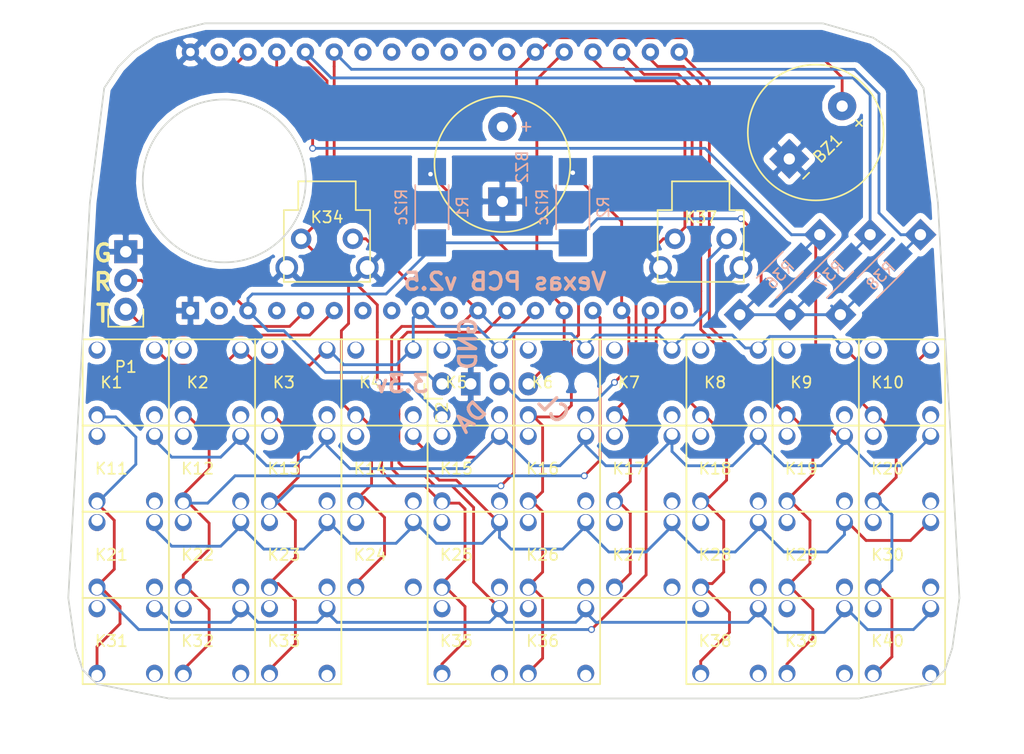
<source format=kicad_pcb>
(kicad_pcb (version 20171130) (host pcbnew 5.0.2+dfsg1-1~bpo9+1)

  (general
    (thickness 1.6)
    (drawings 32)
    (tracks 477)
    (zones 0)
    (modules 50)
    (nets 35)
  )

  (page A4)
  (layers
    (0 F.Cu signal)
    (31 B.Cu signal)
    (32 B.Adhes user)
    (33 F.Adhes user)
    (34 B.Paste user)
    (35 F.Paste user)
    (36 B.SilkS user)
    (37 F.SilkS user)
    (38 B.Mask user)
    (39 F.Mask user)
    (40 Dwgs.User user)
    (41 Cmts.User user)
    (42 Eco1.User user)
    (43 Eco2.User user)
    (44 Edge.Cuts user)
    (45 Margin user)
    (46 B.CrtYd user)
    (47 F.CrtYd user)
    (48 B.Fab user)
    (49 F.Fab user)
  )

  (setup
    (last_trace_width 0.25)
    (trace_clearance 0.2)
    (zone_clearance 0.508)
    (zone_45_only no)
    (trace_min 0.2)
    (segment_width 0.2)
    (edge_width 0.15)
    (via_size 0.6)
    (via_drill 0.4)
    (via_min_size 0.4)
    (via_min_drill 0.3)
    (uvia_size 0.3)
    (uvia_drill 0.1)
    (uvias_allowed no)
    (uvia_min_size 0.2)
    (uvia_min_drill 0.1)
    (pcb_text_width 0.3)
    (pcb_text_size 1.5 1.5)
    (mod_edge_width 0.15)
    (mod_text_size 1 1)
    (mod_text_width 0.15)
    (pad_size 2.49936 2.49936)
    (pad_drill 1.00076)
    (pad_to_mask_clearance 0.2)
    (solder_mask_min_width 0.25)
    (aux_axis_origin 0 0)
    (visible_elements 7FFFFFFF)
    (pcbplotparams
      (layerselection 0x010fc_ffffffff)
      (usegerberextensions false)
      (usegerberattributes false)
      (usegerberadvancedattributes false)
      (creategerberjobfile false)
      (excludeedgelayer true)
      (linewidth 1.000000)
      (plotframeref false)
      (viasonmask false)
      (mode 1)
      (useauxorigin false)
      (hpglpennumber 1)
      (hpglpenspeed 20)
      (hpglpendiameter 15.000000)
      (psnegative false)
      (psa4output false)
      (plotreference true)
      (plotvalue true)
      (plotinvisibletext false)
      (padsonsilk false)
      (subtractmaskfromsilk false)
      (outputformat 1)
      (mirror false)
      (drillshape 0)
      (scaleselection 1)
      (outputdirectory "gerber/"))
  )

  (net 0 "")
  (net 1 /col0)
  (net 2 /row0)
  (net 3 /col1)
  (net 4 /col2)
  (net 5 /col3)
  (net 6 /col4)
  (net 7 /col5)
  (net 8 /col6)
  (net 9 /col7)
  (net 10 /col8)
  (net 11 /col9)
  (net 12 /row1)
  (net 13 /row2)
  (net 14 /row3)
  (net 15 "Net-(U1-Pad4)")
  (net 16 "Net-(U1-Pad7)")
  (net 17 "Net-(U1-Pad8)")
  (net 18 "Net-(U1-Pad18)")
  (net 19 "Net-(U1-Pad26)")
  (net 20 "Net-(U1-Pad27)")
  (net 21 "Net-(U1-Pad28)")
  (net 22 "Net-(U1-Pad29)")
  (net 23 "Net-(U1-Pad30)")
  (net 24 "Net-(U1-Pad35)")
  (net 25 "Net-(U1-Pad2)")
  (net 26 /GND)
  (net 27 "Net-(BZ1-Pad1)")
  (net 28 "Net-(U1-Pad10)")
  (net 29 /SCL)
  (net 30 /SDA)
  (net 31 "Net-(U1-Pad25)")
  (net 32 /3.3v)
  (net 33 /TX)
  (net 34 /RX)

  (net_class Default "This is the default net class."
    (clearance 0.2)
    (trace_width 0.25)
    (via_dia 0.6)
    (via_drill 0.4)
    (uvia_dia 0.3)
    (uvia_drill 0.1)
    (add_net /3.3v)
    (add_net /GND)
    (add_net /RX)
    (add_net /SCL)
    (add_net /SDA)
    (add_net /TX)
    (add_net /col0)
    (add_net /col1)
    (add_net /col2)
    (add_net /col3)
    (add_net /col4)
    (add_net /col5)
    (add_net /col6)
    (add_net /col7)
    (add_net /col8)
    (add_net /col9)
    (add_net /row0)
    (add_net /row1)
    (add_net /row2)
    (add_net /row3)
    (add_net "Net-(BZ1-Pad1)")
    (add_net "Net-(U1-Pad10)")
    (add_net "Net-(U1-Pad18)")
    (add_net "Net-(U1-Pad2)")
    (add_net "Net-(U1-Pad25)")
    (add_net "Net-(U1-Pad26)")
    (add_net "Net-(U1-Pad27)")
    (add_net "Net-(U1-Pad28)")
    (add_net "Net-(U1-Pad29)")
    (add_net "Net-(U1-Pad30)")
    (add_net "Net-(U1-Pad35)")
    (add_net "Net-(U1-Pad4)")
    (add_net "Net-(U1-Pad7)")
    (add_net "Net-(U1-Pad8)")
  )

  (net_class "zone connect" ""
    (clearance 0.2)
    (trace_width 1)
    (via_dia 0.6)
    (via_drill 0.4)
    (uvia_dia 0.3)
    (uvia_drill 0.1)
  )

  (module keebs:buzzer_small (layer F.Cu) (tedit 5FFC6390) (tstamp 5EC5FCE7)
    (at 238.76 61.722 225)
    (path /5EC60CDD)
    (fp_text reference BZ1 (at 0.24892 -1.75006 225) (layer F.SilkS)
      (effects (font (size 1 1) (thickness 0.15)))
    )
    (fp_text value Buzzer (at 0 2.032 225) (layer F.Fab)
      (effects (font (size 1 1) (thickness 0.15)))
    )
    (fp_text user - (at 3.302 -2.032 225) (layer F.SilkS)
      (effects (font (size 1 1) (thickness 0.15)))
    )
    (fp_text user + (at -3.302 -2.032 225) (layer F.SilkS)
      (effects (font (size 1 1) (thickness 0.15)))
    )
    (fp_circle (center 0 0) (end 6 0) (layer F.SilkS) (width 0.15))
    (pad 2 thru_hole rect (at 3.302001 0 225) (size 2.49936 2.49936) (drill 1.00076) (layers *.Cu *.Mask)
      (net 26 /GND))
    (pad 1 thru_hole circle (at -3.302001 0 45) (size 2.49936 2.49936) (drill 1.00076) (layers *.Cu *.Mask)
      (net 27 "Net-(BZ1-Pad1)"))
  )

  (module keebs:buzzer_small (layer F.Cu) (tedit 5FFC6397) (tstamp 5FFC882E)
    (at 211.074 64.516 270)
    (path /5FFD2CC3)
    (fp_text reference BZ2 (at 0.24892 -1.75006 270) (layer B.SilkS)
      (effects (font (size 1 1) (thickness 0.15)) (justify mirror))
    )
    (fp_text value Buzzer (at 0 2.032 270) (layer F.Fab)
      (effects (font (size 1 1) (thickness 0.15)))
    )
    (fp_text user - (at 3.302 -2.032 270) (layer B.SilkS)
      (effects (font (size 1 1) (thickness 0.15)) (justify mirror))
    )
    (fp_text user + (at -3.302 -2.032 270) (layer B.SilkS)
      (effects (font (size 1 1) (thickness 0.15)) (justify mirror))
    )
    (fp_circle (center 0 0) (end 6 0) (layer F.SilkS) (width 0.15))
    (pad 2 thru_hole rect (at 3.302001 0 270) (size 2.49936 2.49936) (drill 1.00076) (layers *.Cu *.Mask)
      (net 26 /GND))
    (pad 1 thru_hole circle (at -3.302001 0 90) (size 2.49936 2.49936) (drill 1.00076) (layers *.Cu *.Mask)
      (net 27 "Net-(BZ1-Pad1)"))
  )

  (module keebs:Pin_Header_Straight_1x03 (layer F.Cu) (tedit 5FFC6289) (tstamp 5FEA0852)
    (at 177.8 77.343 180)
    (descr "Through hole pin header")
    (tags "pin header")
    (path /5EC66CFA)
    (fp_text reference P1 (at 0 -5.1 180) (layer F.SilkS)
      (effects (font (size 1 1) (thickness 0.15)))
    )
    (fp_text value CONN_01X02 (at 0 -3.1 180) (layer F.Fab)
      (effects (font (size 1 1) (thickness 0.15)))
    )
    (fp_line (start -1.55 -1.55) (end 1.55 -1.55) (layer F.SilkS) (width 0.15))
    (fp_line (start -1.55 0) (end -1.55 -1.55) (layer F.SilkS) (width 0.15))
    (fp_line (start 1.55 -1.55) (end 1.55 0) (layer F.SilkS) (width 0.15))
    (pad 3 thru_hole rect (at 0 5.08 180) (size 2.032 2.032) (drill 1.016) (layers *.Cu *.Mask)
      (net 26 /GND))
    (pad 2 thru_hole oval (at 0 2.54 180) (size 2.032 2.032) (drill 1.016) (layers *.Cu *.Mask)
      (net 34 /RX))
    (pad 1 thru_hole circle (at 0 0 180) (size 2.032 2.032) (drill 1.016) (layers *.Cu *.Mask)
      (net 33 /TX))
    (model Pin_Headers.3dshapes/Pin_Header_Straight_1x02.wrl
      (offset (xyz 0 -1.269999980926514 0))
      (scale (xyz 1 1 1))
      (rotate (xyz 0 0 90))
    )
  )

  (module keebs:90deg6mm_mo_push_THTv2.5 (layer F.Cu) (tedit 5FFC5BF8) (tstamp 5E0D7B37)
    (at 228.6 71.12)
    (path /5E0D7EFA)
    (fp_text reference K37 (at 0 -1.905) (layer F.SilkS)
      (effects (font (size 1 1) (thickness 0.15)))
    )
    (fp_text value KEYSW (at 0 1.778) (layer F.Fab)
      (effects (font (size 1 1) (thickness 0.15)))
    )
    (fp_line (start -3.81 3.81) (end 3.81 3.81) (layer F.SilkS) (width 0.15))
    (fp_line (start 3.81 3.81) (end 3.81 -2.54) (layer F.SilkS) (width 0.15))
    (fp_line (start 3.81 -2.54) (end 2.54 -2.54) (layer F.SilkS) (width 0.15))
    (fp_line (start 2.54 -2.54) (end 2.54 -5.08) (layer F.SilkS) (width 0.15))
    (fp_line (start 2.54 -5.08) (end -2.54 -5.08) (layer F.SilkS) (width 0.15))
    (fp_line (start -2.54 -5.08) (end -2.54 -2.54) (layer F.SilkS) (width 0.15))
    (fp_line (start -2.54 -2.54) (end -3.81 -2.54) (layer F.SilkS) (width 0.15))
    (fp_line (start -3.81 -2.54) (end -3.81 3.81) (layer F.SilkS) (width 0.15))
    (pad 2 thru_hole circle (at -2.286 0) (size 1.8 1.8) (drill 1) (layers *.Cu *.Mask)
      (net 8 /col6))
    (pad 1 thru_hole circle (at 2.286 0) (size 1.8 1.8) (drill 1) (layers *.Cu *.Mask)
      (net 14 /row3))
    (pad 3 thru_hole circle (at -3.556 2.54) (size 2 2) (drill 1.3) (layers *.Cu *.Mask)
      (net 26 /GND))
    (pad 4 thru_hole circle (at 3.556 2.54) (size 2 2) (drill 1.3) (layers *.Cu *.Mask)
      (net 26 /GND))
  )

  (module keebs:90deg6mm_mo_push_THTv2.5 (layer F.Cu) (tedit 5FFC5C04) (tstamp 5E0D7B17)
    (at 195.58 71.12)
    (path /5E0D7EE8)
    (fp_text reference K34 (at 0 -1.905) (layer F.SilkS)
      (effects (font (size 1 1) (thickness 0.15)))
    )
    (fp_text value KEYSW (at 0 1.778) (layer F.Fab)
      (effects (font (size 1 1) (thickness 0.15)))
    )
    (fp_line (start -3.81 3.81) (end 3.81 3.81) (layer F.SilkS) (width 0.15))
    (fp_line (start 3.81 3.81) (end 3.81 -2.54) (layer F.SilkS) (width 0.15))
    (fp_line (start 3.81 -2.54) (end 2.54 -2.54) (layer F.SilkS) (width 0.15))
    (fp_line (start 2.54 -2.54) (end 2.54 -5.08) (layer F.SilkS) (width 0.15))
    (fp_line (start 2.54 -5.08) (end -2.54 -5.08) (layer F.SilkS) (width 0.15))
    (fp_line (start -2.54 -5.08) (end -2.54 -2.54) (layer F.SilkS) (width 0.15))
    (fp_line (start -2.54 -2.54) (end -3.81 -2.54) (layer F.SilkS) (width 0.15))
    (fp_line (start -3.81 -2.54) (end -3.81 3.81) (layer F.SilkS) (width 0.15))
    (pad 2 thru_hole circle (at -2.286 0) (size 1.8 1.8) (drill 1) (layers *.Cu *.Mask)
      (net 5 /col3))
    (pad 1 thru_hole circle (at 2.286 0) (size 1.8 1.8) (drill 1) (layers *.Cu *.Mask)
      (net 14 /row3))
    (pad 3 thru_hole circle (at -3.556 2.54) (size 2 2) (drill 1.3) (layers *.Cu *.Mask)
      (net 26 /GND))
    (pad 4 thru_hole circle (at 3.556 2.54) (size 2 2) (drill 1.3) (layers *.Cu *.Mask)
      (net 26 /GND))
  )

  (module keebs:6mm_mo_push_THTv2 (layer F.Cu) (tedit 5EAD8340) (tstamp 5E0D7A57)
    (at 177.8 91.44)
    (path /5E0D77B2)
    (fp_text reference K11 (at -1.27 0) (layer F.SilkS)
      (effects (font (size 1 1) (thickness 0.15)))
    )
    (fp_text value KEYSW (at 0 3.81) (layer F.Fab)
      (effects (font (size 1 1) (thickness 0.15)))
    )
    (fp_line (start -3.81 -3.81) (end 3.81 -3.81) (layer F.SilkS) (width 0.15))
    (fp_line (start 3.81 -3.81) (end 3.81 3.81) (layer F.SilkS) (width 0.15))
    (fp_line (start 3.81 3.81) (end -3.81 3.81) (layer F.SilkS) (width 0.15))
    (fp_line (start -3.81 3.81) (end -3.81 -3.81) (layer F.SilkS) (width 0.15))
    (pad "" thru_hole oval (at 2.54 3.048) (size 1.5 1.5) (drill 1 (offset 0 -0.2)) (layers *.Cu *.Mask))
    (pad "" thru_hole oval (at -2.54 -3.048) (size 1.5 1.5) (drill 1 (offset 0 0.2)) (layers *.Cu *.Mask))
    (pad 2 thru_hole oval (at -2.54 3.048) (size 1.5 1.5) (drill 1 (offset 0 -0.2)) (layers *.Cu *.Mask)
      (net 1 /col0))
    (pad 1 thru_hole oval (at 2.54 -3.048) (size 1.5 1.5) (drill 1 (offset 0 0.2)) (layers *.Cu *.Mask)
      (net 12 /row1))
  )

  (module keebs:HeltecESP32WifiLORAv2 (layer F.Cu) (tedit 5E0D4436) (tstamp 5E0D7B77)
    (at 198.755 66.04 90)
    (path /5E0D823A)
    (fp_text reference U1 (at 0 -7.62 90) (layer Dwgs.User)
      (effects (font (size 1 1) (thickness 0.15)))
    )
    (fp_text value HeltecESP32v2 (at 0 -10.16 270) (layer F.Fab)
      (effects (font (size 1 1) (thickness 0.15)))
    )
    (fp_circle (center -8.255 -15.24) (end -7.62 -14.605) (layer Dwgs.User) (width 0.15))
    (fp_circle (center 8.255 -15.24) (end 7.62 -14.605) (layer Dwgs.User) (width 0.15))
    (fp_line (start 9.525 -17.78) (end 9.525 -12.7) (layer Dwgs.User) (width 0.15))
    (fp_line (start 9.525 -12.7) (end 6.985 -12.7) (layer Dwgs.User) (width 0.15))
    (fp_line (start 6.985 -12.7) (end 6.985 -17.78) (layer Dwgs.User) (width 0.15))
    (fp_line (start 6.985 -17.78) (end 9.525 -17.78) (layer Dwgs.User) (width 0.15))
    (fp_line (start -9.525 -17.78) (end -9.525 -12.7) (layer Dwgs.User) (width 0.15))
    (fp_line (start -9.525 -12.7) (end -6.985 -12.7) (layer Dwgs.User) (width 0.15))
    (fp_line (start -6.985 -12.7) (end -6.985 -17.78) (layer Dwgs.User) (width 0.15))
    (fp_line (start -6.985 -17.78) (end -9.525 -17.78) (layer Dwgs.User) (width 0.15))
    (fp_line (start 8.89 25.4) (end -3.81 25.4) (layer Dwgs.User) (width 0.15))
    (fp_line (start -3.81 25.4) (end -3.81 1.27) (layer Dwgs.User) (width 0.15))
    (fp_line (start -3.81 1.27) (end 8.89 1.27) (layer Dwgs.User) (width 0.15))
    (fp_circle (center 8.255 -6.35) (end 9.525 -5.08) (layer Dwgs.User) (width 0.15))
    (fp_line (start -8.89 -3.81) (end 8.89 -3.81) (layer Dwgs.User) (width 0.15))
    (fp_line (start 8.89 -3.81) (end 8.89 29.21) (layer Dwgs.User) (width 0.15))
    (fp_line (start 8.89 29.21) (end -8.89 29.21) (layer Dwgs.User) (width 0.15))
    (fp_line (start -8.89 29.21) (end -8.89 -3.81) (layer Dwgs.User) (width 0.15))
    (fp_line (start -12.7 29.21) (end -7.62 29.21) (layer Dwgs.User) (width 0.15))
    (fp_line (start -7.62 29.21) (end -5.08 31.75) (layer Dwgs.User) (width 0.15))
    (fp_line (start -5.08 31.75) (end 5.08 31.75) (layer Dwgs.User) (width 0.15))
    (fp_line (start 5.08 31.75) (end 7.62 29.21) (layer Dwgs.User) (width 0.15))
    (fp_line (start 7.62 29.21) (end 12.7 29.21) (layer Dwgs.User) (width 0.15))
    (fp_line (start -5.08 -17.78) (end 5.08 -17.78) (layer Dwgs.User) (width 0.15))
    (fp_line (start 5.08 -17.78) (end 6.35 -19.05) (layer Dwgs.User) (width 0.15))
    (fp_line (start 6.35 -19.05) (end 11.43 -19.05) (layer Dwgs.User) (width 0.15))
    (fp_line (start -5.08 -17.78) (end -6.35 -19.05) (layer Dwgs.User) (width 0.15))
    (fp_line (start -6.35 -19.05) (end -11.43 -19.05) (layer Dwgs.User) (width 0.15))
    (fp_line (start 3.81 -17.78) (end 3.81 -12.7) (layer Dwgs.User) (width 0.15))
    (fp_line (start 3.81 -12.7) (end -3.81 -12.7) (layer Dwgs.User) (width 0.15))
    (fp_line (start -3.81 -12.7) (end -3.81 -17.78) (layer Dwgs.User) (width 0.15))
    (fp_line (start 12.7 29.21) (end 12.7 -17.78) (layer Dwgs.User) (width 0.15))
    (fp_line (start 12.7 -17.78) (end 11.43 -19.05) (layer Dwgs.User) (width 0.15))
    (fp_line (start -12.7 29.21) (end -12.7 -17.78) (layer Dwgs.User) (width 0.15))
    (fp_line (start -12.7 -17.78) (end -11.43 -19.05) (layer Dwgs.User) (width 0.15))
    (pad 1 thru_hole rect (at -11.43 -15.24 90) (size 1.524 1.524) (drill 0.762) (layers *.Cu *.Mask)
      (net 26 /GND))
    (pad 4 thru_hole circle (at -11.43 -7.62 90) (size 1.524 1.524) (drill 0.762) (layers *.Cu *.Mask)
      (net 15 "Net-(U1-Pad4)"))
    (pad 5 thru_hole circle (at -11.43 -5.08 90) (size 1.524 1.524) (drill 0.762) (layers *.Cu *.Mask)
      (net 34 /RX))
    (pad 6 thru_hole circle (at -11.43 -2.54 90) (size 1.524 1.524) (drill 0.762) (layers *.Cu *.Mask)
      (net 33 /TX))
    (pad 7 thru_hole circle (at -11.43 0 90) (size 1.524 1.524) (drill 0.762) (layers *.Cu *.Mask)
      (net 16 "Net-(U1-Pad7)"))
    (pad 8 thru_hole circle (at -11.43 2.54 90) (size 1.524 1.524) (drill 0.762) (layers *.Cu *.Mask)
      (net 17 "Net-(U1-Pad8)"))
    (pad 9 thru_hole circle (at -11.43 5.08 90) (size 1.524 1.524) (drill 0.762) (layers *.Cu *.Mask)
      (net 2 /row0))
    (pad 10 thru_hole circle (at -11.43 7.62 90) (size 1.524 1.524) (drill 0.762) (layers *.Cu *.Mask)
      (net 28 "Net-(U1-Pad10)"))
    (pad 11 thru_hole circle (at -11.43 10.16 90) (size 1.524 1.524) (drill 0.762) (layers *.Cu *.Mask)
      (net 14 /row3))
    (pad 12 thru_hole circle (at -11.43 12.7 90) (size 1.524 1.524) (drill 0.762) (layers *.Cu *.Mask)
      (net 13 /row2))
    (pad 13 thru_hole circle (at -11.43 15.24 90) (size 1.524 1.524) (drill 0.762) (layers *.Cu *.Mask)
      (net 4 /col2))
    (pad 14 thru_hole circle (at -11.43 17.78 90) (size 1.524 1.524) (drill 0.762) (layers *.Cu *.Mask)
      (net 29 /SCL))
    (pad 15 thru_hole circle (at -11.43 20.32 90) (size 1.524 1.524) (drill 0.762) (layers *.Cu *.Mask)
      (net 3 /col1))
    (pad 16 thru_hole circle (at -11.43 22.86 90) (size 1.524 1.524) (drill 0.762) (layers *.Cu *.Mask)
      (net 30 /SDA))
    (pad 17 thru_hole circle (at -11.43 25.4 90) (size 1.524 1.524) (drill 0.762) (layers *.Cu *.Mask)
      (net 1 /col0))
    (pad 18 thru_hole circle (at -11.43 27.94 90) (size 1.524 1.524) (drill 0.762) (layers *.Cu *.Mask)
      (net 18 "Net-(U1-Pad18)"))
    (pad 19 thru_hole circle (at 11.43 27.94 90) (size 1.524 1.524) (drill 0.762) (layers *.Cu *.Mask)
      (net 12 /row1))
    (pad 20 thru_hole circle (at 11.43 25.4 90) (size 1.524 1.524) (drill 0.762) (layers *.Cu *.Mask)
      (net 10 /col8))
    (pad 21 thru_hole circle (at 11.43 22.86 90) (size 1.524 1.524) (drill 0.762) (layers *.Cu *.Mask)
      (net 9 /col7))
    (pad 22 thru_hole circle (at 11.43 20.32 90) (size 1.524 1.524) (drill 0.762) (layers *.Cu *.Mask)
      (net 8 /col6))
    (pad 23 thru_hole circle (at 11.43 17.78 90) (size 1.524 1.524) (drill 0.762) (layers *.Cu *.Mask)
      (net 7 /col5))
    (pad 24 thru_hole circle (at 11.43 15.24 90) (size 1.524 1.524) (drill 0.762) (layers *.Cu *.Mask)
      (net 27 "Net-(BZ1-Pad1)"))
    (pad 25 thru_hole circle (at 11.43 12.7 90) (size 1.524 1.524) (drill 0.762) (layers *.Cu *.Mask)
      (net 31 "Net-(U1-Pad25)"))
    (pad 26 thru_hole circle (at 11.43 10.16 90) (size 1.524 1.524) (drill 0.762) (layers *.Cu *.Mask)
      (net 19 "Net-(U1-Pad26)"))
    (pad 27 thru_hole circle (at 11.43 7.62 90) (size 1.524 1.524) (drill 0.762) (layers *.Cu *.Mask)
      (net 20 "Net-(U1-Pad27)"))
    (pad 28 thru_hole circle (at 11.43 5.08 90) (size 1.524 1.524) (drill 0.762) (layers *.Cu *.Mask)
      (net 21 "Net-(U1-Pad28)"))
    (pad 29 thru_hole circle (at 11.43 2.54 90) (size 1.524 1.524) (drill 0.762) (layers *.Cu *.Mask)
      (net 22 "Net-(U1-Pad29)"))
    (pad 30 thru_hole circle (at 11.43 0 90) (size 1.524 1.524) (drill 0.762) (layers *.Cu *.Mask)
      (net 23 "Net-(U1-Pad30)"))
    (pad 31 thru_hole circle (at 11.43 -2.54 90) (size 1.524 1.524) (drill 0.762) (layers *.Cu *.Mask)
      (net 6 /col4))
    (pad 32 thru_hole circle (at 11.43 -5.08 90) (size 1.524 1.524) (drill 0.762) (layers *.Cu *.Mask)
      (net 5 /col3))
    (pad 33 thru_hole circle (at 11.43 -7.62 90) (size 1.524 1.524) (drill 0.762) (layers *.Cu *.Mask)
      (net 11 /col9))
    (pad 34 thru_hole circle (at 11.43 -10.16 90) (size 1.524 1.524) (drill 0.762) (layers *.Cu *.Mask)
      (net 32 /3.3v))
    (pad 35 thru_hole circle (at 11.43 -12.7 90) (size 1.524 1.524) (drill 0.762) (layers *.Cu *.Mask)
      (net 24 "Net-(U1-Pad35)"))
    (pad 36 thru_hole circle (at 11.43 -15.24 90) (size 1.524 1.524) (drill 0.762) (layers *.Cu *.Mask)
      (net 26 /GND))
    (pad 2 thru_hole circle (at -11.43 -12.7 90) (size 1.524 1.524) (drill 0.762) (layers *.Cu *.Mask)
      (net 25 "Net-(U1-Pad2)"))
    (pad 3 thru_hole circle (at -11.43 -10.16 90) (size 1.524 1.524) (drill 0.762) (layers *.Cu *.Mask)
      (net 32 /3.3v))
  )

  (module keebs:6mm_mo_push_THTv2 (layer F.Cu) (tedit 5EAD8340) (tstamp 5E0D7A07)
    (at 177.8 83.82)
    (path /5E0D72AE)
    (fp_text reference K1 (at -1.27 0) (layer F.SilkS)
      (effects (font (size 1 1) (thickness 0.15)))
    )
    (fp_text value KEYSW (at 0 3.81) (layer F.Fab)
      (effects (font (size 1 1) (thickness 0.15)))
    )
    (fp_line (start -3.81 -3.81) (end 3.81 -3.81) (layer F.SilkS) (width 0.15))
    (fp_line (start 3.81 -3.81) (end 3.81 3.81) (layer F.SilkS) (width 0.15))
    (fp_line (start 3.81 3.81) (end -3.81 3.81) (layer F.SilkS) (width 0.15))
    (fp_line (start -3.81 3.81) (end -3.81 -3.81) (layer F.SilkS) (width 0.15))
    (pad "" thru_hole oval (at 2.54 3.048) (size 1.5 1.5) (drill 1 (offset 0 -0.2)) (layers *.Cu *.Mask))
    (pad "" thru_hole oval (at -2.54 -3.048) (size 1.5 1.5) (drill 1 (offset 0 0.2)) (layers *.Cu *.Mask))
    (pad 2 thru_hole oval (at -2.54 3.048) (size 1.5 1.5) (drill 1 (offset 0 -0.2)) (layers *.Cu *.Mask)
      (net 1 /col0))
    (pad 1 thru_hole oval (at 2.54 -3.048) (size 1.5 1.5) (drill 1 (offset 0 0.2)) (layers *.Cu *.Mask)
      (net 2 /row0))
  )

  (module keebs:6mm_mo_push_THTv2 (layer F.Cu) (tedit 5EAD8340) (tstamp 5E0D7A0F)
    (at 185.42 83.82)
    (path /5E0D7098)
    (fp_text reference K2 (at -1.27 0) (layer F.SilkS)
      (effects (font (size 1 1) (thickness 0.15)))
    )
    (fp_text value KEYSW (at 0 3.81) (layer F.Fab)
      (effects (font (size 1 1) (thickness 0.15)))
    )
    (fp_line (start -3.81 -3.81) (end 3.81 -3.81) (layer F.SilkS) (width 0.15))
    (fp_line (start 3.81 -3.81) (end 3.81 3.81) (layer F.SilkS) (width 0.15))
    (fp_line (start 3.81 3.81) (end -3.81 3.81) (layer F.SilkS) (width 0.15))
    (fp_line (start -3.81 3.81) (end -3.81 -3.81) (layer F.SilkS) (width 0.15))
    (pad "" thru_hole oval (at 2.54 3.048) (size 1.5 1.5) (drill 1 (offset 0 -0.2)) (layers *.Cu *.Mask))
    (pad "" thru_hole oval (at -2.54 -3.048) (size 1.5 1.5) (drill 1 (offset 0 0.2)) (layers *.Cu *.Mask))
    (pad 2 thru_hole oval (at -2.54 3.048) (size 1.5 1.5) (drill 1 (offset 0 -0.2)) (layers *.Cu *.Mask)
      (net 3 /col1))
    (pad 1 thru_hole oval (at 2.54 -3.048) (size 1.5 1.5) (drill 1 (offset 0 0.2)) (layers *.Cu *.Mask)
      (net 2 /row0))
  )

  (module keebs:6mm_mo_push_THTv2 (layer F.Cu) (tedit 5EAD8340) (tstamp 5E0D7A17)
    (at 193.04 83.82)
    (path /5E0D72FE)
    (fp_text reference K3 (at -1.27 0) (layer F.SilkS)
      (effects (font (size 1 1) (thickness 0.15)))
    )
    (fp_text value KEYSW (at 0 3.81) (layer F.Fab)
      (effects (font (size 1 1) (thickness 0.15)))
    )
    (fp_line (start -3.81 -3.81) (end 3.81 -3.81) (layer F.SilkS) (width 0.15))
    (fp_line (start 3.81 -3.81) (end 3.81 3.81) (layer F.SilkS) (width 0.15))
    (fp_line (start 3.81 3.81) (end -3.81 3.81) (layer F.SilkS) (width 0.15))
    (fp_line (start -3.81 3.81) (end -3.81 -3.81) (layer F.SilkS) (width 0.15))
    (pad "" thru_hole oval (at 2.54 3.048) (size 1.5 1.5) (drill 1 (offset 0 -0.2)) (layers *.Cu *.Mask))
    (pad "" thru_hole oval (at -2.54 -3.048) (size 1.5 1.5) (drill 1 (offset 0 0.2)) (layers *.Cu *.Mask))
    (pad 2 thru_hole oval (at -2.54 3.048) (size 1.5 1.5) (drill 1 (offset 0 -0.2)) (layers *.Cu *.Mask)
      (net 4 /col2))
    (pad 1 thru_hole oval (at 2.54 -3.048) (size 1.5 1.5) (drill 1 (offset 0 0.2)) (layers *.Cu *.Mask)
      (net 2 /row0))
  )

  (module keebs:6mm_mo_push_THTv2 (layer F.Cu) (tedit 5EAD8340) (tstamp 5E0D7A1F)
    (at 200.66 83.82)
    (path /5E0D72F8)
    (fp_text reference K4 (at -1.27 0) (layer F.SilkS)
      (effects (font (size 1 1) (thickness 0.15)))
    )
    (fp_text value KEYSW (at 0 3.81) (layer F.Fab)
      (effects (font (size 1 1) (thickness 0.15)))
    )
    (fp_line (start -3.81 -3.81) (end 3.81 -3.81) (layer F.SilkS) (width 0.15))
    (fp_line (start 3.81 -3.81) (end 3.81 3.81) (layer F.SilkS) (width 0.15))
    (fp_line (start 3.81 3.81) (end -3.81 3.81) (layer F.SilkS) (width 0.15))
    (fp_line (start -3.81 3.81) (end -3.81 -3.81) (layer F.SilkS) (width 0.15))
    (pad "" thru_hole oval (at 2.54 3.048) (size 1.5 1.5) (drill 1 (offset 0 -0.2)) (layers *.Cu *.Mask))
    (pad "" thru_hole oval (at -2.54 -3.048) (size 1.5 1.5) (drill 1 (offset 0 0.2)) (layers *.Cu *.Mask))
    (pad 2 thru_hole oval (at -2.54 3.048) (size 1.5 1.5) (drill 1 (offset 0 -0.2)) (layers *.Cu *.Mask)
      (net 5 /col3))
    (pad 1 thru_hole oval (at 2.54 -3.048) (size 1.5 1.5) (drill 1 (offset 0 0.2)) (layers *.Cu *.Mask)
      (net 2 /row0))
  )

  (module keebs:6mm_mo_push_THTv2 (layer F.Cu) (tedit 5EAD8340) (tstamp 5E0D7A27)
    (at 208.28 83.82)
    (path /5E0D7332)
    (fp_text reference K5 (at -1.27 0) (layer F.SilkS)
      (effects (font (size 1 1) (thickness 0.15)))
    )
    (fp_text value KEYSW (at 0 3.81) (layer F.Fab)
      (effects (font (size 1 1) (thickness 0.15)))
    )
    (fp_line (start -3.81 -3.81) (end 3.81 -3.81) (layer F.SilkS) (width 0.15))
    (fp_line (start 3.81 -3.81) (end 3.81 3.81) (layer F.SilkS) (width 0.15))
    (fp_line (start 3.81 3.81) (end -3.81 3.81) (layer F.SilkS) (width 0.15))
    (fp_line (start -3.81 3.81) (end -3.81 -3.81) (layer F.SilkS) (width 0.15))
    (pad "" thru_hole oval (at 2.54 3.048) (size 1.5 1.5) (drill 1 (offset 0 -0.2)) (layers *.Cu *.Mask))
    (pad "" thru_hole oval (at -2.54 -3.048) (size 1.5 1.5) (drill 1 (offset 0 0.2)) (layers *.Cu *.Mask))
    (pad 2 thru_hole oval (at -2.54 3.048) (size 1.5 1.5) (drill 1 (offset 0 -0.2)) (layers *.Cu *.Mask)
      (net 6 /col4))
    (pad 1 thru_hole oval (at 2.54 -3.048) (size 1.5 1.5) (drill 1 (offset 0 0.2)) (layers *.Cu *.Mask)
      (net 2 /row0))
  )

  (module keebs:6mm_mo_push_THTv2 (layer F.Cu) (tedit 5EAD8340) (tstamp 5E0D7A2F)
    (at 215.9 83.82)
    (path /5E0D749C)
    (fp_text reference K6 (at -1.27 0) (layer F.SilkS)
      (effects (font (size 1 1) (thickness 0.15)))
    )
    (fp_text value KEYSW (at 0 3.81) (layer F.Fab)
      (effects (font (size 1 1) (thickness 0.15)))
    )
    (fp_line (start -3.81 -3.81) (end 3.81 -3.81) (layer F.SilkS) (width 0.15))
    (fp_line (start 3.81 -3.81) (end 3.81 3.81) (layer F.SilkS) (width 0.15))
    (fp_line (start 3.81 3.81) (end -3.81 3.81) (layer F.SilkS) (width 0.15))
    (fp_line (start -3.81 3.81) (end -3.81 -3.81) (layer F.SilkS) (width 0.15))
    (pad "" thru_hole oval (at 2.54 3.048) (size 1.5 1.5) (drill 1 (offset 0 -0.2)) (layers *.Cu *.Mask))
    (pad "" thru_hole oval (at -2.54 -3.048) (size 1.5 1.5) (drill 1 (offset 0 0.2)) (layers *.Cu *.Mask))
    (pad 2 thru_hole oval (at -2.54 3.048) (size 1.5 1.5) (drill 1 (offset 0 -0.2)) (layers *.Cu *.Mask)
      (net 7 /col5))
    (pad 1 thru_hole oval (at 2.54 -3.048) (size 1.5 1.5) (drill 1 (offset 0 0.2)) (layers *.Cu *.Mask)
      (net 2 /row0))
  )

  (module keebs:6mm_mo_push_THTv2 (layer F.Cu) (tedit 5EAD8340) (tstamp 5E0D7A37)
    (at 223.52 83.82)
    (path /5E0D7496)
    (fp_text reference K7 (at -1.27 0) (layer F.SilkS)
      (effects (font (size 1 1) (thickness 0.15)))
    )
    (fp_text value KEYSW (at 0 3.81) (layer F.Fab)
      (effects (font (size 1 1) (thickness 0.15)))
    )
    (fp_line (start -3.81 -3.81) (end 3.81 -3.81) (layer F.SilkS) (width 0.15))
    (fp_line (start 3.81 -3.81) (end 3.81 3.81) (layer F.SilkS) (width 0.15))
    (fp_line (start 3.81 3.81) (end -3.81 3.81) (layer F.SilkS) (width 0.15))
    (fp_line (start -3.81 3.81) (end -3.81 -3.81) (layer F.SilkS) (width 0.15))
    (pad "" thru_hole oval (at 2.54 3.048) (size 1.5 1.5) (drill 1 (offset 0 -0.2)) (layers *.Cu *.Mask))
    (pad "" thru_hole oval (at -2.54 -3.048) (size 1.5 1.5) (drill 1 (offset 0 0.2)) (layers *.Cu *.Mask))
    (pad 2 thru_hole oval (at -2.54 3.048) (size 1.5 1.5) (drill 1 (offset 0 -0.2)) (layers *.Cu *.Mask)
      (net 8 /col6))
    (pad 1 thru_hole oval (at 2.54 -3.048) (size 1.5 1.5) (drill 1 (offset 0 0.2)) (layers *.Cu *.Mask)
      (net 2 /row0))
  )

  (module keebs:6mm_mo_push_THTv2 (layer F.Cu) (tedit 5EAD8340) (tstamp 5E0D7A3F)
    (at 231.14 83.82)
    (path /5E0D74A8)
    (fp_text reference K8 (at -1.27 0) (layer F.SilkS)
      (effects (font (size 1 1) (thickness 0.15)))
    )
    (fp_text value KEYSW (at 0 3.81) (layer F.Fab)
      (effects (font (size 1 1) (thickness 0.15)))
    )
    (fp_line (start -3.81 -3.81) (end 3.81 -3.81) (layer F.SilkS) (width 0.15))
    (fp_line (start 3.81 -3.81) (end 3.81 3.81) (layer F.SilkS) (width 0.15))
    (fp_line (start 3.81 3.81) (end -3.81 3.81) (layer F.SilkS) (width 0.15))
    (fp_line (start -3.81 3.81) (end -3.81 -3.81) (layer F.SilkS) (width 0.15))
    (pad "" thru_hole oval (at 2.54 3.048) (size 1.5 1.5) (drill 1 (offset 0 -0.2)) (layers *.Cu *.Mask))
    (pad "" thru_hole oval (at -2.54 -3.048) (size 1.5 1.5) (drill 1 (offset 0 0.2)) (layers *.Cu *.Mask))
    (pad 2 thru_hole oval (at -2.54 3.048) (size 1.5 1.5) (drill 1 (offset 0 -0.2)) (layers *.Cu *.Mask)
      (net 9 /col7))
    (pad 1 thru_hole oval (at 2.54 -3.048) (size 1.5 1.5) (drill 1 (offset 0 0.2)) (layers *.Cu *.Mask)
      (net 2 /row0))
  )

  (module keebs:6mm_mo_push_THTv2 (layer F.Cu) (tedit 5EAD8340) (tstamp 5E0D7A47)
    (at 238.76 83.82)
    (path /5E0D74A2)
    (fp_text reference K9 (at -1.27 0) (layer F.SilkS)
      (effects (font (size 1 1) (thickness 0.15)))
    )
    (fp_text value KEYSW (at 0 3.81) (layer F.Fab)
      (effects (font (size 1 1) (thickness 0.15)))
    )
    (fp_line (start -3.81 -3.81) (end 3.81 -3.81) (layer F.SilkS) (width 0.15))
    (fp_line (start 3.81 -3.81) (end 3.81 3.81) (layer F.SilkS) (width 0.15))
    (fp_line (start 3.81 3.81) (end -3.81 3.81) (layer F.SilkS) (width 0.15))
    (fp_line (start -3.81 3.81) (end -3.81 -3.81) (layer F.SilkS) (width 0.15))
    (pad "" thru_hole oval (at 2.54 3.048) (size 1.5 1.5) (drill 1 (offset 0 -0.2)) (layers *.Cu *.Mask))
    (pad "" thru_hole oval (at -2.54 -3.048) (size 1.5 1.5) (drill 1 (offset 0 0.2)) (layers *.Cu *.Mask))
    (pad 2 thru_hole oval (at -2.54 3.048) (size 1.5 1.5) (drill 1 (offset 0 -0.2)) (layers *.Cu *.Mask)
      (net 10 /col8))
    (pad 1 thru_hole oval (at 2.54 -3.048) (size 1.5 1.5) (drill 1 (offset 0 0.2)) (layers *.Cu *.Mask)
      (net 2 /row0))
  )

  (module keebs:6mm_mo_push_THTv2 (layer F.Cu) (tedit 5EAD8340) (tstamp 5E0D7A4F)
    (at 246.38 83.82)
    (path /5E0D74AE)
    (fp_text reference K10 (at -1.27 0) (layer F.SilkS)
      (effects (font (size 1 1) (thickness 0.15)))
    )
    (fp_text value KEYSW (at 0 3.81) (layer F.Fab)
      (effects (font (size 1 1) (thickness 0.15)))
    )
    (fp_line (start -3.81 -3.81) (end 3.81 -3.81) (layer F.SilkS) (width 0.15))
    (fp_line (start 3.81 -3.81) (end 3.81 3.81) (layer F.SilkS) (width 0.15))
    (fp_line (start 3.81 3.81) (end -3.81 3.81) (layer F.SilkS) (width 0.15))
    (fp_line (start -3.81 3.81) (end -3.81 -3.81) (layer F.SilkS) (width 0.15))
    (pad "" thru_hole oval (at 2.54 3.048) (size 1.5 1.5) (drill 1 (offset 0 -0.2)) (layers *.Cu *.Mask))
    (pad "" thru_hole oval (at -2.54 -3.048) (size 1.5 1.5) (drill 1 (offset 0 0.2)) (layers *.Cu *.Mask))
    (pad 2 thru_hole oval (at -2.54 3.048) (size 1.5 1.5) (drill 1 (offset 0 -0.2)) (layers *.Cu *.Mask)
      (net 11 /col9))
    (pad 1 thru_hole oval (at 2.54 -3.048) (size 1.5 1.5) (drill 1 (offset 0 0.2)) (layers *.Cu *.Mask)
      (net 2 /row0))
  )

  (module keebs:6mm_mo_push_THTv2 (layer F.Cu) (tedit 5EAD8340) (tstamp 5E0D7A5F)
    (at 185.42 91.44)
    (path /5E0D77AC)
    (fp_text reference K12 (at -1.27 0) (layer F.SilkS)
      (effects (font (size 1 1) (thickness 0.15)))
    )
    (fp_text value KEYSW (at 0 3.81) (layer F.Fab)
      (effects (font (size 1 1) (thickness 0.15)))
    )
    (fp_line (start -3.81 -3.81) (end 3.81 -3.81) (layer F.SilkS) (width 0.15))
    (fp_line (start 3.81 -3.81) (end 3.81 3.81) (layer F.SilkS) (width 0.15))
    (fp_line (start 3.81 3.81) (end -3.81 3.81) (layer F.SilkS) (width 0.15))
    (fp_line (start -3.81 3.81) (end -3.81 -3.81) (layer F.SilkS) (width 0.15))
    (pad "" thru_hole oval (at 2.54 3.048) (size 1.5 1.5) (drill 1 (offset 0 -0.2)) (layers *.Cu *.Mask))
    (pad "" thru_hole oval (at -2.54 -3.048) (size 1.5 1.5) (drill 1 (offset 0 0.2)) (layers *.Cu *.Mask))
    (pad 2 thru_hole oval (at -2.54 3.048) (size 1.5 1.5) (drill 1 (offset 0 -0.2)) (layers *.Cu *.Mask)
      (net 3 /col1))
    (pad 1 thru_hole oval (at 2.54 -3.048) (size 1.5 1.5) (drill 1 (offset 0 0.2)) (layers *.Cu *.Mask)
      (net 12 /row1))
  )

  (module keebs:6mm_mo_push_THTv2 (layer F.Cu) (tedit 5EAD8340) (tstamp 5E0D7A67)
    (at 193.04 91.44)
    (path /5E0D77BE)
    (fp_text reference K13 (at -1.27 0) (layer F.SilkS)
      (effects (font (size 1 1) (thickness 0.15)))
    )
    (fp_text value KEYSW (at 0 3.81) (layer F.Fab)
      (effects (font (size 1 1) (thickness 0.15)))
    )
    (fp_line (start -3.81 -3.81) (end 3.81 -3.81) (layer F.SilkS) (width 0.15))
    (fp_line (start 3.81 -3.81) (end 3.81 3.81) (layer F.SilkS) (width 0.15))
    (fp_line (start 3.81 3.81) (end -3.81 3.81) (layer F.SilkS) (width 0.15))
    (fp_line (start -3.81 3.81) (end -3.81 -3.81) (layer F.SilkS) (width 0.15))
    (pad "" thru_hole oval (at 2.54 3.048) (size 1.5 1.5) (drill 1 (offset 0 -0.2)) (layers *.Cu *.Mask))
    (pad "" thru_hole oval (at -2.54 -3.048) (size 1.5 1.5) (drill 1 (offset 0 0.2)) (layers *.Cu *.Mask))
    (pad 2 thru_hole oval (at -2.54 3.048) (size 1.5 1.5) (drill 1 (offset 0 -0.2)) (layers *.Cu *.Mask)
      (net 4 /col2))
    (pad 1 thru_hole oval (at 2.54 -3.048) (size 1.5 1.5) (drill 1 (offset 0 0.2)) (layers *.Cu *.Mask)
      (net 12 /row1))
  )

  (module keebs:6mm_mo_push_THTv2 (layer F.Cu) (tedit 5EAD8340) (tstamp 5E0D7A6F)
    (at 200.66 91.44)
    (path /5E0D77B8)
    (fp_text reference K14 (at -1.27 0) (layer F.SilkS)
      (effects (font (size 1 1) (thickness 0.15)))
    )
    (fp_text value KEYSW (at 0 3.81) (layer F.Fab)
      (effects (font (size 1 1) (thickness 0.15)))
    )
    (fp_line (start -3.81 -3.81) (end 3.81 -3.81) (layer F.SilkS) (width 0.15))
    (fp_line (start 3.81 -3.81) (end 3.81 3.81) (layer F.SilkS) (width 0.15))
    (fp_line (start 3.81 3.81) (end -3.81 3.81) (layer F.SilkS) (width 0.15))
    (fp_line (start -3.81 3.81) (end -3.81 -3.81) (layer F.SilkS) (width 0.15))
    (pad "" thru_hole oval (at 2.54 3.048) (size 1.5 1.5) (drill 1 (offset 0 -0.2)) (layers *.Cu *.Mask))
    (pad "" thru_hole oval (at -2.54 -3.048) (size 1.5 1.5) (drill 1 (offset 0 0.2)) (layers *.Cu *.Mask))
    (pad 2 thru_hole oval (at -2.54 3.048) (size 1.5 1.5) (drill 1 (offset 0 -0.2)) (layers *.Cu *.Mask)
      (net 5 /col3))
    (pad 1 thru_hole oval (at 2.54 -3.048) (size 1.5 1.5) (drill 1 (offset 0 0.2)) (layers *.Cu *.Mask)
      (net 12 /row1))
  )

  (module keebs:6mm_mo_push_THTv2 (layer F.Cu) (tedit 5EAD8340) (tstamp 5E0D7A77)
    (at 208.28 91.44)
    (path /5E0D77C4)
    (fp_text reference K15 (at -1.27 0) (layer F.SilkS)
      (effects (font (size 1 1) (thickness 0.15)))
    )
    (fp_text value KEYSW (at 0 3.81) (layer F.Fab)
      (effects (font (size 1 1) (thickness 0.15)))
    )
    (fp_line (start -3.81 -3.81) (end 3.81 -3.81) (layer F.SilkS) (width 0.15))
    (fp_line (start 3.81 -3.81) (end 3.81 3.81) (layer F.SilkS) (width 0.15))
    (fp_line (start 3.81 3.81) (end -3.81 3.81) (layer F.SilkS) (width 0.15))
    (fp_line (start -3.81 3.81) (end -3.81 -3.81) (layer F.SilkS) (width 0.15))
    (pad "" thru_hole oval (at 2.54 3.048) (size 1.5 1.5) (drill 1 (offset 0 -0.2)) (layers *.Cu *.Mask))
    (pad "" thru_hole oval (at -2.54 -3.048) (size 1.5 1.5) (drill 1 (offset 0 0.2)) (layers *.Cu *.Mask))
    (pad 2 thru_hole oval (at -2.54 3.048) (size 1.5 1.5) (drill 1 (offset 0 -0.2)) (layers *.Cu *.Mask)
      (net 6 /col4))
    (pad 1 thru_hole oval (at 2.54 -3.048) (size 1.5 1.5) (drill 1 (offset 0 0.2)) (layers *.Cu *.Mask)
      (net 12 /row1))
  )

  (module keebs:6mm_mo_push_THTv2 (layer F.Cu) (tedit 5EAD8340) (tstamp 5E0D7A7F)
    (at 215.9 91.44)
    (path /5E0D77D0)
    (fp_text reference K16 (at -1.27 0) (layer F.SilkS)
      (effects (font (size 1 1) (thickness 0.15)))
    )
    (fp_text value KEYSW (at 0 3.81) (layer F.Fab)
      (effects (font (size 1 1) (thickness 0.15)))
    )
    (fp_line (start -3.81 -3.81) (end 3.81 -3.81) (layer F.SilkS) (width 0.15))
    (fp_line (start 3.81 -3.81) (end 3.81 3.81) (layer F.SilkS) (width 0.15))
    (fp_line (start 3.81 3.81) (end -3.81 3.81) (layer F.SilkS) (width 0.15))
    (fp_line (start -3.81 3.81) (end -3.81 -3.81) (layer F.SilkS) (width 0.15))
    (pad "" thru_hole oval (at 2.54 3.048) (size 1.5 1.5) (drill 1 (offset 0 -0.2)) (layers *.Cu *.Mask))
    (pad "" thru_hole oval (at -2.54 -3.048) (size 1.5 1.5) (drill 1 (offset 0 0.2)) (layers *.Cu *.Mask))
    (pad 2 thru_hole oval (at -2.54 3.048) (size 1.5 1.5) (drill 1 (offset 0 -0.2)) (layers *.Cu *.Mask)
      (net 7 /col5))
    (pad 1 thru_hole oval (at 2.54 -3.048) (size 1.5 1.5) (drill 1 (offset 0 0.2)) (layers *.Cu *.Mask)
      (net 12 /row1))
  )

  (module keebs:6mm_mo_push_THTv2 (layer F.Cu) (tedit 5EAD8340) (tstamp 5E0D7A87)
    (at 223.52 91.44)
    (path /5E0D77CA)
    (fp_text reference K17 (at -1.27 0) (layer F.SilkS)
      (effects (font (size 1 1) (thickness 0.15)))
    )
    (fp_text value KEYSW (at 0 3.81) (layer F.Fab)
      (effects (font (size 1 1) (thickness 0.15)))
    )
    (fp_line (start -3.81 -3.81) (end 3.81 -3.81) (layer F.SilkS) (width 0.15))
    (fp_line (start 3.81 -3.81) (end 3.81 3.81) (layer F.SilkS) (width 0.15))
    (fp_line (start 3.81 3.81) (end -3.81 3.81) (layer F.SilkS) (width 0.15))
    (fp_line (start -3.81 3.81) (end -3.81 -3.81) (layer F.SilkS) (width 0.15))
    (pad "" thru_hole oval (at 2.54 3.048) (size 1.5 1.5) (drill 1 (offset 0 -0.2)) (layers *.Cu *.Mask))
    (pad "" thru_hole oval (at -2.54 -3.048) (size 1.5 1.5) (drill 1 (offset 0 0.2)) (layers *.Cu *.Mask))
    (pad 2 thru_hole oval (at -2.54 3.048) (size 1.5 1.5) (drill 1 (offset 0 -0.2)) (layers *.Cu *.Mask)
      (net 8 /col6))
    (pad 1 thru_hole oval (at 2.54 -3.048) (size 1.5 1.5) (drill 1 (offset 0 0.2)) (layers *.Cu *.Mask)
      (net 12 /row1))
  )

  (module keebs:6mm_mo_push_THTv2 (layer F.Cu) (tedit 5EAD8340) (tstamp 5E0D7A8F)
    (at 231.14 91.44)
    (path /5E0D77DC)
    (fp_text reference K18 (at -1.27 0) (layer F.SilkS)
      (effects (font (size 1 1) (thickness 0.15)))
    )
    (fp_text value KEYSW (at 0 3.81) (layer F.Fab)
      (effects (font (size 1 1) (thickness 0.15)))
    )
    (fp_line (start -3.81 3.81) (end -3.81 -3.81) (layer F.SilkS) (width 0.15))
    (fp_line (start 3.81 3.81) (end -3.81 3.81) (layer F.SilkS) (width 0.15))
    (fp_line (start 3.81 -3.81) (end 3.81 3.81) (layer F.SilkS) (width 0.15))
    (fp_line (start -3.81 -3.81) (end 3.81 -3.81) (layer F.SilkS) (width 0.15))
    (pad 1 thru_hole oval (at 2.54 -3.048) (size 1.5 1.5) (drill 1 (offset 0 0.2)) (layers *.Cu *.Mask)
      (net 12 /row1))
    (pad 2 thru_hole oval (at -2.54 3.048) (size 1.5 1.5) (drill 1 (offset 0 -0.2)) (layers *.Cu *.Mask)
      (net 9 /col7))
    (pad "" thru_hole oval (at -2.54 -3.048) (size 1.5 1.5) (drill 1 (offset 0 0.2)) (layers *.Cu *.Mask))
    (pad "" thru_hole oval (at 2.54 3.048) (size 1.5 1.5) (drill 1 (offset 0 -0.2)) (layers *.Cu *.Mask))
  )

  (module keebs:6mm_mo_push_THTv2 (layer F.Cu) (tedit 5EAD8340) (tstamp 5E0D7A97)
    (at 238.76 91.44)
    (path /5E0D77D6)
    (fp_text reference K19 (at -1.27 0) (layer F.SilkS)
      (effects (font (size 1 1) (thickness 0.15)))
    )
    (fp_text value KEYSW (at 0 3.81) (layer F.Fab)
      (effects (font (size 1 1) (thickness 0.15)))
    )
    (fp_line (start -3.81 3.81) (end -3.81 -3.81) (layer F.SilkS) (width 0.15))
    (fp_line (start 3.81 3.81) (end -3.81 3.81) (layer F.SilkS) (width 0.15))
    (fp_line (start 3.81 -3.81) (end 3.81 3.81) (layer F.SilkS) (width 0.15))
    (fp_line (start -3.81 -3.81) (end 3.81 -3.81) (layer F.SilkS) (width 0.15))
    (pad 1 thru_hole oval (at 2.54 -3.048) (size 1.5 1.5) (drill 1 (offset 0 0.2)) (layers *.Cu *.Mask)
      (net 12 /row1))
    (pad 2 thru_hole oval (at -2.54 3.048) (size 1.5 1.5) (drill 1 (offset 0 -0.2)) (layers *.Cu *.Mask)
      (net 10 /col8))
    (pad "" thru_hole oval (at -2.54 -3.048) (size 1.5 1.5) (drill 1 (offset 0 0.2)) (layers *.Cu *.Mask))
    (pad "" thru_hole oval (at 2.54 3.048) (size 1.5 1.5) (drill 1 (offset 0 -0.2)) (layers *.Cu *.Mask))
  )

  (module keebs:6mm_mo_push_THTv2 (layer F.Cu) (tedit 5EAD8340) (tstamp 5E0D7A9F)
    (at 246.38 91.44)
    (path /5E0D77E2)
    (fp_text reference K20 (at -1.27 0) (layer F.SilkS)
      (effects (font (size 1 1) (thickness 0.15)))
    )
    (fp_text value KEYSW (at 0 3.81) (layer F.Fab)
      (effects (font (size 1 1) (thickness 0.15)))
    )
    (fp_line (start -3.81 3.81) (end -3.81 -3.81) (layer F.SilkS) (width 0.15))
    (fp_line (start 3.81 3.81) (end -3.81 3.81) (layer F.SilkS) (width 0.15))
    (fp_line (start 3.81 -3.81) (end 3.81 3.81) (layer F.SilkS) (width 0.15))
    (fp_line (start -3.81 -3.81) (end 3.81 -3.81) (layer F.SilkS) (width 0.15))
    (pad 1 thru_hole oval (at 2.54 -3.048) (size 1.5 1.5) (drill 1 (offset 0 0.2)) (layers *.Cu *.Mask)
      (net 12 /row1))
    (pad 2 thru_hole oval (at -2.54 3.048) (size 1.5 1.5) (drill 1 (offset 0 -0.2)) (layers *.Cu *.Mask)
      (net 11 /col9))
    (pad "" thru_hole oval (at -2.54 -3.048) (size 1.5 1.5) (drill 1 (offset 0 0.2)) (layers *.Cu *.Mask))
    (pad "" thru_hole oval (at 2.54 3.048) (size 1.5 1.5) (drill 1 (offset 0 -0.2)) (layers *.Cu *.Mask))
  )

  (module keebs:6mm_mo_push_THTv2 (layer F.Cu) (tedit 5EAD8340) (tstamp 5E0D7AA7)
    (at 177.8 99.06)
    (path /5E0D7EA6)
    (fp_text reference K21 (at -1.27 0) (layer F.SilkS)
      (effects (font (size 1 1) (thickness 0.15)))
    )
    (fp_text value KEYSW (at 0 3.81) (layer F.Fab)
      (effects (font (size 1 1) (thickness 0.15)))
    )
    (fp_line (start -3.81 -3.81) (end 3.81 -3.81) (layer F.SilkS) (width 0.15))
    (fp_line (start 3.81 -3.81) (end 3.81 3.81) (layer F.SilkS) (width 0.15))
    (fp_line (start 3.81 3.81) (end -3.81 3.81) (layer F.SilkS) (width 0.15))
    (fp_line (start -3.81 3.81) (end -3.81 -3.81) (layer F.SilkS) (width 0.15))
    (pad "" thru_hole oval (at 2.54 3.048) (size 1.5 1.5) (drill 1 (offset 0 -0.2)) (layers *.Cu *.Mask))
    (pad "" thru_hole oval (at -2.54 -3.048) (size 1.5 1.5) (drill 1 (offset 0 0.2)) (layers *.Cu *.Mask))
    (pad 2 thru_hole oval (at -2.54 3.048) (size 1.5 1.5) (drill 1 (offset 0 -0.2)) (layers *.Cu *.Mask)
      (net 1 /col0))
    (pad 1 thru_hole oval (at 2.54 -3.048) (size 1.5 1.5) (drill 1 (offset 0 0.2)) (layers *.Cu *.Mask)
      (net 13 /row2))
  )

  (module keebs:6mm_mo_push_THTv2 (layer F.Cu) (tedit 5EAD8340) (tstamp 5E0D7AAF)
    (at 185.42 99.06)
    (path /5E0D7EA0)
    (fp_text reference K22 (at -1.27 0) (layer F.SilkS)
      (effects (font (size 1 1) (thickness 0.15)))
    )
    (fp_text value KEYSW (at 0 3.81) (layer F.Fab)
      (effects (font (size 1 1) (thickness 0.15)))
    )
    (fp_line (start -3.81 -3.81) (end 3.81 -3.81) (layer F.SilkS) (width 0.15))
    (fp_line (start 3.81 -3.81) (end 3.81 3.81) (layer F.SilkS) (width 0.15))
    (fp_line (start 3.81 3.81) (end -3.81 3.81) (layer F.SilkS) (width 0.15))
    (fp_line (start -3.81 3.81) (end -3.81 -3.81) (layer F.SilkS) (width 0.15))
    (pad "" thru_hole oval (at 2.54 3.048) (size 1.5 1.5) (drill 1 (offset 0 -0.2)) (layers *.Cu *.Mask))
    (pad "" thru_hole oval (at -2.54 -3.048) (size 1.5 1.5) (drill 1 (offset 0 0.2)) (layers *.Cu *.Mask))
    (pad 2 thru_hole oval (at -2.54 3.048) (size 1.5 1.5) (drill 1 (offset 0 -0.2)) (layers *.Cu *.Mask)
      (net 3 /col1))
    (pad 1 thru_hole oval (at 2.54 -3.048) (size 1.5 1.5) (drill 1 (offset 0 0.2)) (layers *.Cu *.Mask)
      (net 13 /row2))
  )

  (module keebs:6mm_mo_push_THTv2 (layer F.Cu) (tedit 5EAD8340) (tstamp 5E0D7AB7)
    (at 193.04 99.06)
    (path /5E0D7EB2)
    (fp_text reference K23 (at -1.27 0) (layer F.SilkS)
      (effects (font (size 1 1) (thickness 0.15)))
    )
    (fp_text value KEYSW (at 0 3.81) (layer F.Fab)
      (effects (font (size 1 1) (thickness 0.15)))
    )
    (fp_line (start -3.81 -3.81) (end 3.81 -3.81) (layer F.SilkS) (width 0.15))
    (fp_line (start 3.81 -3.81) (end 3.81 3.81) (layer F.SilkS) (width 0.15))
    (fp_line (start 3.81 3.81) (end -3.81 3.81) (layer F.SilkS) (width 0.15))
    (fp_line (start -3.81 3.81) (end -3.81 -3.81) (layer F.SilkS) (width 0.15))
    (pad "" thru_hole oval (at 2.54 3.048) (size 1.5 1.5) (drill 1 (offset 0 -0.2)) (layers *.Cu *.Mask))
    (pad "" thru_hole oval (at -2.54 -3.048) (size 1.5 1.5) (drill 1 (offset 0 0.2)) (layers *.Cu *.Mask))
    (pad 2 thru_hole oval (at -2.54 3.048) (size 1.5 1.5) (drill 1 (offset 0 -0.2)) (layers *.Cu *.Mask)
      (net 4 /col2))
    (pad 1 thru_hole oval (at 2.54 -3.048) (size 1.5 1.5) (drill 1 (offset 0 0.2)) (layers *.Cu *.Mask)
      (net 13 /row2))
  )

  (module keebs:6mm_mo_push_THTv2 (layer F.Cu) (tedit 5EAD8340) (tstamp 5E0D7ABF)
    (at 200.66 99.06)
    (path /5E0D7EAC)
    (fp_text reference K24 (at -1.27 0) (layer F.SilkS)
      (effects (font (size 1 1) (thickness 0.15)))
    )
    (fp_text value KEYSW (at 0 3.81) (layer F.Fab)
      (effects (font (size 1 1) (thickness 0.15)))
    )
    (fp_line (start -3.81 -3.81) (end 3.81 -3.81) (layer F.SilkS) (width 0.15))
    (fp_line (start 3.81 -3.81) (end 3.81 3.81) (layer F.SilkS) (width 0.15))
    (fp_line (start 3.81 3.81) (end -3.81 3.81) (layer F.SilkS) (width 0.15))
    (fp_line (start -3.81 3.81) (end -3.81 -3.81) (layer F.SilkS) (width 0.15))
    (pad "" thru_hole oval (at 2.54 3.048) (size 1.5 1.5) (drill 1 (offset 0 -0.2)) (layers *.Cu *.Mask))
    (pad "" thru_hole oval (at -2.54 -3.048) (size 1.5 1.5) (drill 1 (offset 0 0.2)) (layers *.Cu *.Mask))
    (pad 2 thru_hole oval (at -2.54 3.048) (size 1.5 1.5) (drill 1 (offset 0 -0.2)) (layers *.Cu *.Mask)
      (net 5 /col3))
    (pad 1 thru_hole oval (at 2.54 -3.048) (size 1.5 1.5) (drill 1 (offset 0 0.2)) (layers *.Cu *.Mask)
      (net 13 /row2))
  )

  (module keebs:6mm_mo_push_THTv2 (layer F.Cu) (tedit 5EAD8340) (tstamp 5E0D7AC7)
    (at 208.28 99.06)
    (path /5E0D7EB8)
    (fp_text reference K25 (at -1.27 0) (layer F.SilkS)
      (effects (font (size 1 1) (thickness 0.15)))
    )
    (fp_text value KEYSW (at 0 3.81) (layer F.Fab)
      (effects (font (size 1 1) (thickness 0.15)))
    )
    (fp_line (start -3.81 -3.81) (end 3.81 -3.81) (layer F.SilkS) (width 0.15))
    (fp_line (start 3.81 -3.81) (end 3.81 3.81) (layer F.SilkS) (width 0.15))
    (fp_line (start 3.81 3.81) (end -3.81 3.81) (layer F.SilkS) (width 0.15))
    (fp_line (start -3.81 3.81) (end -3.81 -3.81) (layer F.SilkS) (width 0.15))
    (pad "" thru_hole oval (at 2.54 3.048) (size 1.5 1.5) (drill 1 (offset 0 -0.2)) (layers *.Cu *.Mask))
    (pad "" thru_hole oval (at -2.54 -3.048) (size 1.5 1.5) (drill 1 (offset 0 0.2)) (layers *.Cu *.Mask))
    (pad 2 thru_hole oval (at -2.54 3.048) (size 1.5 1.5) (drill 1 (offset 0 -0.2)) (layers *.Cu *.Mask)
      (net 6 /col4))
    (pad 1 thru_hole oval (at 2.54 -3.048) (size 1.5 1.5) (drill 1 (offset 0 0.2)) (layers *.Cu *.Mask)
      (net 13 /row2))
  )

  (module keebs:6mm_mo_push_THTv2 (layer F.Cu) (tedit 5EAD8340) (tstamp 5E0D7ACF)
    (at 215.9 99.06)
    (path /5E0D7EC4)
    (fp_text reference K26 (at -1.27 0) (layer F.SilkS)
      (effects (font (size 1 1) (thickness 0.15)))
    )
    (fp_text value KEYSW (at 0 3.81) (layer F.Fab)
      (effects (font (size 1 1) (thickness 0.15)))
    )
    (fp_line (start -3.81 -3.81) (end 3.81 -3.81) (layer F.SilkS) (width 0.15))
    (fp_line (start 3.81 -3.81) (end 3.81 3.81) (layer F.SilkS) (width 0.15))
    (fp_line (start 3.81 3.81) (end -3.81 3.81) (layer F.SilkS) (width 0.15))
    (fp_line (start -3.81 3.81) (end -3.81 -3.81) (layer F.SilkS) (width 0.15))
    (pad "" thru_hole oval (at 2.54 3.048) (size 1.5 1.5) (drill 1 (offset 0 -0.2)) (layers *.Cu *.Mask))
    (pad "" thru_hole oval (at -2.54 -3.048) (size 1.5 1.5) (drill 1 (offset 0 0.2)) (layers *.Cu *.Mask))
    (pad 2 thru_hole oval (at -2.54 3.048) (size 1.5 1.5) (drill 1 (offset 0 -0.2)) (layers *.Cu *.Mask)
      (net 7 /col5))
    (pad 1 thru_hole oval (at 2.54 -3.048) (size 1.5 1.5) (drill 1 (offset 0 0.2)) (layers *.Cu *.Mask)
      (net 13 /row2))
  )

  (module keebs:6mm_mo_push_THTv2 (layer F.Cu) (tedit 5EAD8340) (tstamp 5E0D7AD7)
    (at 223.52 99.06)
    (path /5E0D7EBE)
    (fp_text reference K27 (at -1.27 0) (layer F.SilkS)
      (effects (font (size 1 1) (thickness 0.15)))
    )
    (fp_text value KEYSW (at 0 3.81) (layer F.Fab)
      (effects (font (size 1 1) (thickness 0.15)))
    )
    (fp_line (start -3.81 -3.81) (end 3.81 -3.81) (layer F.SilkS) (width 0.15))
    (fp_line (start 3.81 -3.81) (end 3.81 3.81) (layer F.SilkS) (width 0.15))
    (fp_line (start 3.81 3.81) (end -3.81 3.81) (layer F.SilkS) (width 0.15))
    (fp_line (start -3.81 3.81) (end -3.81 -3.81) (layer F.SilkS) (width 0.15))
    (pad "" thru_hole oval (at 2.54 3.048) (size 1.5 1.5) (drill 1 (offset 0 -0.2)) (layers *.Cu *.Mask))
    (pad "" thru_hole oval (at -2.54 -3.048) (size 1.5 1.5) (drill 1 (offset 0 0.2)) (layers *.Cu *.Mask))
    (pad 2 thru_hole oval (at -2.54 3.048) (size 1.5 1.5) (drill 1 (offset 0 -0.2)) (layers *.Cu *.Mask)
      (net 8 /col6))
    (pad 1 thru_hole oval (at 2.54 -3.048) (size 1.5 1.5) (drill 1 (offset 0 0.2)) (layers *.Cu *.Mask)
      (net 13 /row2))
  )

  (module keebs:6mm_mo_push_THTv2 (layer F.Cu) (tedit 5EAD8340) (tstamp 5E0D7ADF)
    (at 231.14 99.06)
    (path /5E0D7ED0)
    (fp_text reference K28 (at -1.27 0) (layer F.SilkS)
      (effects (font (size 1 1) (thickness 0.15)))
    )
    (fp_text value KEYSW (at 0 3.81) (layer F.Fab)
      (effects (font (size 1 1) (thickness 0.15)))
    )
    (fp_line (start -3.81 3.81) (end -3.81 -3.81) (layer F.SilkS) (width 0.15))
    (fp_line (start 3.81 3.81) (end -3.81 3.81) (layer F.SilkS) (width 0.15))
    (fp_line (start 3.81 -3.81) (end 3.81 3.81) (layer F.SilkS) (width 0.15))
    (fp_line (start -3.81 -3.81) (end 3.81 -3.81) (layer F.SilkS) (width 0.15))
    (pad 1 thru_hole oval (at 2.54 -3.048) (size 1.5 1.5) (drill 1 (offset 0 0.2)) (layers *.Cu *.Mask)
      (net 13 /row2))
    (pad 2 thru_hole oval (at -2.54 3.048) (size 1.5 1.5) (drill 1 (offset 0 -0.2)) (layers *.Cu *.Mask)
      (net 9 /col7))
    (pad "" thru_hole oval (at -2.54 -3.048) (size 1.5 1.5) (drill 1 (offset 0 0.2)) (layers *.Cu *.Mask))
    (pad "" thru_hole oval (at 2.54 3.048) (size 1.5 1.5) (drill 1 (offset 0 -0.2)) (layers *.Cu *.Mask))
  )

  (module keebs:6mm_mo_push_THTv2 (layer F.Cu) (tedit 5EAD8340) (tstamp 5E0D7AE7)
    (at 238.76 99.06)
    (path /5E0D7ECA)
    (fp_text reference K29 (at -1.27 0) (layer F.SilkS)
      (effects (font (size 1 1) (thickness 0.15)))
    )
    (fp_text value KEYSW (at 0 3.81) (layer F.Fab)
      (effects (font (size 1 1) (thickness 0.15)))
    )
    (fp_line (start -3.81 3.81) (end -3.81 -3.81) (layer F.SilkS) (width 0.15))
    (fp_line (start 3.81 3.81) (end -3.81 3.81) (layer F.SilkS) (width 0.15))
    (fp_line (start 3.81 -3.81) (end 3.81 3.81) (layer F.SilkS) (width 0.15))
    (fp_line (start -3.81 -3.81) (end 3.81 -3.81) (layer F.SilkS) (width 0.15))
    (pad 1 thru_hole oval (at 2.54 -3.048) (size 1.5 1.5) (drill 1 (offset 0 0.2)) (layers *.Cu *.Mask)
      (net 13 /row2))
    (pad 2 thru_hole oval (at -2.54 3.048) (size 1.5 1.5) (drill 1 (offset 0 -0.2)) (layers *.Cu *.Mask)
      (net 10 /col8))
    (pad "" thru_hole oval (at -2.54 -3.048) (size 1.5 1.5) (drill 1 (offset 0 0.2)) (layers *.Cu *.Mask))
    (pad "" thru_hole oval (at 2.54 3.048) (size 1.5 1.5) (drill 1 (offset 0 -0.2)) (layers *.Cu *.Mask))
  )

  (module keebs:6mm_mo_push_THTv2 (layer F.Cu) (tedit 5EAD8340) (tstamp 5E0D7AEF)
    (at 246.38 99.06)
    (path /5E0D7ED6)
    (fp_text reference K30 (at -1.27 0) (layer F.SilkS)
      (effects (font (size 1 1) (thickness 0.15)))
    )
    (fp_text value KEYSW (at 0 3.81) (layer F.Fab)
      (effects (font (size 1 1) (thickness 0.15)))
    )
    (fp_line (start -3.81 3.81) (end -3.81 -3.81) (layer F.SilkS) (width 0.15))
    (fp_line (start 3.81 3.81) (end -3.81 3.81) (layer F.SilkS) (width 0.15))
    (fp_line (start 3.81 -3.81) (end 3.81 3.81) (layer F.SilkS) (width 0.15))
    (fp_line (start -3.81 -3.81) (end 3.81 -3.81) (layer F.SilkS) (width 0.15))
    (pad 1 thru_hole oval (at 2.54 -3.048) (size 1.5 1.5) (drill 1 (offset 0 0.2)) (layers *.Cu *.Mask)
      (net 13 /row2))
    (pad 2 thru_hole oval (at -2.54 3.048) (size 1.5 1.5) (drill 1 (offset 0 -0.2)) (layers *.Cu *.Mask)
      (net 11 /col9))
    (pad "" thru_hole oval (at -2.54 -3.048) (size 1.5 1.5) (drill 1 (offset 0 0.2)) (layers *.Cu *.Mask))
    (pad "" thru_hole oval (at 2.54 3.048) (size 1.5 1.5) (drill 1 (offset 0 -0.2)) (layers *.Cu *.Mask))
  )

  (module keebs:6mm_mo_push_THTv2 (layer F.Cu) (tedit 5EAD8340) (tstamp 5E0D7AF7)
    (at 177.8 106.68)
    (path /5E0D7EE2)
    (fp_text reference K31 (at -1.27 0) (layer F.SilkS)
      (effects (font (size 1 1) (thickness 0.15)))
    )
    (fp_text value KEYSW (at 0 3.81) (layer F.Fab)
      (effects (font (size 1 1) (thickness 0.15)))
    )
    (fp_line (start -3.81 -3.81) (end 3.81 -3.81) (layer F.SilkS) (width 0.15))
    (fp_line (start 3.81 -3.81) (end 3.81 3.81) (layer F.SilkS) (width 0.15))
    (fp_line (start 3.81 3.81) (end -3.81 3.81) (layer F.SilkS) (width 0.15))
    (fp_line (start -3.81 3.81) (end -3.81 -3.81) (layer F.SilkS) (width 0.15))
    (pad "" thru_hole oval (at 2.54 3.048) (size 1.5 1.5) (drill 1 (offset 0 -0.2)) (layers *.Cu *.Mask))
    (pad "" thru_hole oval (at -2.54 -3.048) (size 1.5 1.5) (drill 1 (offset 0 0.2)) (layers *.Cu *.Mask))
    (pad 2 thru_hole oval (at -2.54 3.048) (size 1.5 1.5) (drill 1 (offset 0 -0.2)) (layers *.Cu *.Mask)
      (net 1 /col0))
    (pad 1 thru_hole oval (at 2.54 -3.048) (size 1.5 1.5) (drill 1 (offset 0 0.2)) (layers *.Cu *.Mask)
      (net 14 /row3))
  )

  (module keebs:6mm_mo_push_THTv2 (layer F.Cu) (tedit 5EAD8340) (tstamp 5E0D7AFF)
    (at 185.42 106.68)
    (path /5E0D7EDC)
    (fp_text reference K32 (at -1.27 0) (layer F.SilkS)
      (effects (font (size 1 1) (thickness 0.15)))
    )
    (fp_text value KEYSW (at 0 3.81) (layer F.Fab)
      (effects (font (size 1 1) (thickness 0.15)))
    )
    (fp_line (start -3.81 -3.81) (end 3.81 -3.81) (layer F.SilkS) (width 0.15))
    (fp_line (start 3.81 -3.81) (end 3.81 3.81) (layer F.SilkS) (width 0.15))
    (fp_line (start 3.81 3.81) (end -3.81 3.81) (layer F.SilkS) (width 0.15))
    (fp_line (start -3.81 3.81) (end -3.81 -3.81) (layer F.SilkS) (width 0.15))
    (pad "" thru_hole oval (at 2.54 3.048) (size 1.5 1.5) (drill 1 (offset 0 -0.2)) (layers *.Cu *.Mask))
    (pad "" thru_hole oval (at -2.54 -3.048) (size 1.5 1.5) (drill 1 (offset 0 0.2)) (layers *.Cu *.Mask))
    (pad 2 thru_hole oval (at -2.54 3.048) (size 1.5 1.5) (drill 1 (offset 0 -0.2)) (layers *.Cu *.Mask)
      (net 3 /col1))
    (pad 1 thru_hole oval (at 2.54 -3.048) (size 1.5 1.5) (drill 1 (offset 0 0.2)) (layers *.Cu *.Mask)
      (net 14 /row3))
  )

  (module keebs:6mm_mo_push_THTv2 (layer F.Cu) (tedit 5EAD8340) (tstamp 5E0D7B07)
    (at 193.04 106.68)
    (path /5E0D7EEE)
    (fp_text reference K33 (at -1.27 0) (layer F.SilkS)
      (effects (font (size 1 1) (thickness 0.15)))
    )
    (fp_text value KEYSW (at 0 3.81) (layer F.Fab)
      (effects (font (size 1 1) (thickness 0.15)))
    )
    (fp_line (start -3.81 -3.81) (end 3.81 -3.81) (layer F.SilkS) (width 0.15))
    (fp_line (start 3.81 -3.81) (end 3.81 3.81) (layer F.SilkS) (width 0.15))
    (fp_line (start 3.81 3.81) (end -3.81 3.81) (layer F.SilkS) (width 0.15))
    (fp_line (start -3.81 3.81) (end -3.81 -3.81) (layer F.SilkS) (width 0.15))
    (pad "" thru_hole oval (at 2.54 3.048) (size 1.5 1.5) (drill 1 (offset 0 -0.2)) (layers *.Cu *.Mask))
    (pad "" thru_hole oval (at -2.54 -3.048) (size 1.5 1.5) (drill 1 (offset 0 0.2)) (layers *.Cu *.Mask))
    (pad 2 thru_hole oval (at -2.54 3.048) (size 1.5 1.5) (drill 1 (offset 0 -0.2)) (layers *.Cu *.Mask)
      (net 4 /col2))
    (pad 1 thru_hole oval (at 2.54 -3.048) (size 1.5 1.5) (drill 1 (offset 0 0.2)) (layers *.Cu *.Mask)
      (net 14 /row3))
  )

  (module keebs:6mm_mo_push_THTv2 (layer F.Cu) (tedit 5EAD8340) (tstamp 5E0D7B1F)
    (at 208.28 106.68)
    (path /5E0D7EF4)
    (fp_text reference K35 (at -1.27 0) (layer F.SilkS)
      (effects (font (size 1 1) (thickness 0.15)))
    )
    (fp_text value KEYSW (at 0 3.81) (layer F.Fab)
      (effects (font (size 1 1) (thickness 0.15)))
    )
    (fp_line (start -3.81 -3.81) (end 3.81 -3.81) (layer F.SilkS) (width 0.15))
    (fp_line (start 3.81 -3.81) (end 3.81 3.81) (layer F.SilkS) (width 0.15))
    (fp_line (start 3.81 3.81) (end -3.81 3.81) (layer F.SilkS) (width 0.15))
    (fp_line (start -3.81 3.81) (end -3.81 -3.81) (layer F.SilkS) (width 0.15))
    (pad "" thru_hole oval (at 2.54 3.048) (size 1.5 1.5) (drill 1 (offset 0 -0.2)) (layers *.Cu *.Mask))
    (pad "" thru_hole oval (at -2.54 -3.048) (size 1.5 1.5) (drill 1 (offset 0 0.2)) (layers *.Cu *.Mask))
    (pad 2 thru_hole oval (at -2.54 3.048) (size 1.5 1.5) (drill 1 (offset 0 -0.2)) (layers *.Cu *.Mask)
      (net 6 /col4))
    (pad 1 thru_hole oval (at 2.54 -3.048) (size 1.5 1.5) (drill 1 (offset 0 0.2)) (layers *.Cu *.Mask)
      (net 14 /row3))
  )

  (module keebs:6mm_mo_push_THTv2 (layer F.Cu) (tedit 5EAD8340) (tstamp 5E0D7B27)
    (at 215.9 106.68)
    (path /5E0D7F00)
    (fp_text reference K36 (at -1.27 0) (layer F.SilkS)
      (effects (font (size 1 1) (thickness 0.15)))
    )
    (fp_text value KEYSW (at 0 3.81) (layer F.Fab)
      (effects (font (size 1 1) (thickness 0.15)))
    )
    (fp_line (start -3.81 -3.81) (end 3.81 -3.81) (layer F.SilkS) (width 0.15))
    (fp_line (start 3.81 -3.81) (end 3.81 3.81) (layer F.SilkS) (width 0.15))
    (fp_line (start 3.81 3.81) (end -3.81 3.81) (layer F.SilkS) (width 0.15))
    (fp_line (start -3.81 3.81) (end -3.81 -3.81) (layer F.SilkS) (width 0.15))
    (pad "" thru_hole oval (at 2.54 3.048) (size 1.5 1.5) (drill 1 (offset 0 -0.2)) (layers *.Cu *.Mask))
    (pad "" thru_hole oval (at -2.54 -3.048) (size 1.5 1.5) (drill 1 (offset 0 0.2)) (layers *.Cu *.Mask))
    (pad 2 thru_hole oval (at -2.54 3.048) (size 1.5 1.5) (drill 1 (offset 0 -0.2)) (layers *.Cu *.Mask)
      (net 7 /col5))
    (pad 1 thru_hole oval (at 2.54 -3.048) (size 1.5 1.5) (drill 1 (offset 0 0.2)) (layers *.Cu *.Mask)
      (net 14 /row3))
  )

  (module keebs:6mm_mo_push_THTv2 (layer F.Cu) (tedit 5EAD8340) (tstamp 5E0D7B3F)
    (at 231.14 106.68)
    (path /5E0D7F0C)
    (fp_text reference K38 (at -1.27 0) (layer F.SilkS)
      (effects (font (size 1 1) (thickness 0.15)))
    )
    (fp_text value KEYSW (at 0 3.81) (layer F.Fab)
      (effects (font (size 1 1) (thickness 0.15)))
    )
    (fp_line (start -3.81 3.81) (end -3.81 -3.81) (layer F.SilkS) (width 0.15))
    (fp_line (start 3.81 3.81) (end -3.81 3.81) (layer F.SilkS) (width 0.15))
    (fp_line (start 3.81 -3.81) (end 3.81 3.81) (layer F.SilkS) (width 0.15))
    (fp_line (start -3.81 -3.81) (end 3.81 -3.81) (layer F.SilkS) (width 0.15))
    (pad 1 thru_hole oval (at 2.54 -3.048) (size 1.5 1.5) (drill 1 (offset 0 0.2)) (layers *.Cu *.Mask)
      (net 14 /row3))
    (pad 2 thru_hole oval (at -2.54 3.048) (size 1.5 1.5) (drill 1 (offset 0 -0.2)) (layers *.Cu *.Mask)
      (net 9 /col7))
    (pad "" thru_hole oval (at -2.54 -3.048) (size 1.5 1.5) (drill 1 (offset 0 0.2)) (layers *.Cu *.Mask))
    (pad "" thru_hole oval (at 2.54 3.048) (size 1.5 1.5) (drill 1 (offset 0 -0.2)) (layers *.Cu *.Mask))
  )

  (module keebs:6mm_mo_push_THTv2 (layer F.Cu) (tedit 5EAD8340) (tstamp 5E0D7B47)
    (at 238.76 106.68)
    (path /5E0D7F06)
    (fp_text reference K39 (at -1.27 0) (layer F.SilkS)
      (effects (font (size 1 1) (thickness 0.15)))
    )
    (fp_text value KEYSW (at 0 3.81) (layer F.Fab)
      (effects (font (size 1 1) (thickness 0.15)))
    )
    (fp_line (start -3.81 3.81) (end -3.81 -3.81) (layer F.SilkS) (width 0.15))
    (fp_line (start 3.81 3.81) (end -3.81 3.81) (layer F.SilkS) (width 0.15))
    (fp_line (start 3.81 -3.81) (end 3.81 3.81) (layer F.SilkS) (width 0.15))
    (fp_line (start -3.81 -3.81) (end 3.81 -3.81) (layer F.SilkS) (width 0.15))
    (pad 1 thru_hole oval (at 2.54 -3.048) (size 1.5 1.5) (drill 1 (offset 0 0.2)) (layers *.Cu *.Mask)
      (net 14 /row3))
    (pad 2 thru_hole oval (at -2.54 3.048) (size 1.5 1.5) (drill 1 (offset 0 -0.2)) (layers *.Cu *.Mask)
      (net 10 /col8))
    (pad "" thru_hole oval (at -2.54 -3.048) (size 1.5 1.5) (drill 1 (offset 0 0.2)) (layers *.Cu *.Mask))
    (pad "" thru_hole oval (at 2.54 3.048) (size 1.5 1.5) (drill 1 (offset 0 -0.2)) (layers *.Cu *.Mask))
  )

  (module keebs:6mm_mo_push_THTv2 (layer F.Cu) (tedit 5EAD8340) (tstamp 5E0D7B4F)
    (at 246.38 106.68)
    (path /5E0D7F12)
    (fp_text reference K40 (at -1.27 0) (layer F.SilkS)
      (effects (font (size 1 1) (thickness 0.15)))
    )
    (fp_text value KEYSW (at 0 3.81) (layer F.Fab)
      (effects (font (size 1 1) (thickness 0.15)))
    )
    (fp_line (start -3.81 3.81) (end -3.81 -3.81) (layer F.SilkS) (width 0.15))
    (fp_line (start 3.81 3.81) (end -3.81 3.81) (layer F.SilkS) (width 0.15))
    (fp_line (start 3.81 -3.81) (end 3.81 3.81) (layer F.SilkS) (width 0.15))
    (fp_line (start -3.81 -3.81) (end 3.81 -3.81) (layer F.SilkS) (width 0.15))
    (pad 1 thru_hole oval (at 2.54 -3.048) (size 1.5 1.5) (drill 1 (offset 0 0.2)) (layers *.Cu *.Mask)
      (net 14 /row3))
    (pad 2 thru_hole oval (at -2.54 3.048) (size 1.5 1.5) (drill 1 (offset 0 -0.2)) (layers *.Cu *.Mask)
      (net 11 /col9))
    (pad "" thru_hole oval (at -2.54 -3.048) (size 1.5 1.5) (drill 1 (offset 0 0.2)) (layers *.Cu *.Mask))
    (pad "" thru_hole oval (at 2.54 3.048) (size 1.5 1.5) (drill 1 (offset 0 -0.2)) (layers *.Cu *.Mask))
  )

  (module keebs:Resistor_SMD_THTuniversal_v1.0 (layer F.Cu) (tedit 5FFC6278) (tstamp 5EC5FCEF)
    (at 235.585 74.295 45)
    (descr "Resistor, SMD+THT, universal, 1206, RM10, HandSoldering, Rev A, Date 25 Jun 2010,")
    (tags "Resistor, SMD+THT, universal, 1206, RM10, Hand soldering, Rev A, Date 25 Jun 2010,")
    (path /5EC635C6)
    (fp_text reference R36 (at 0.007071 0.014142 45) (layer B.SilkS)
      (effects (font (size 1 1) (thickness 0.15)) (justify mirror))
    )
    (fp_text value R10K (at 2.70002 2.70002 45) (layer F.Fab)
      (effects (font (size 1 1) (thickness 0.15)))
    )
    (fp_line (start 1.651 1.24206) (end -1.651 1.24206) (layer B.SilkS) (width 0.15))
    (fp_line (start 0 -1.24206) (end -1.651 -1.24206) (layer B.SilkS) (width 0.15))
    (fp_line (start 0 -1.24206) (end 1.651 -1.24206) (layer B.SilkS) (width 0.15))
    (pad 1 smd rect (at -2.199639 0 45) (size 2.30124 1.39954) (layers B.Cu B.Paste B.Mask)
      (net 32 /3.3v))
    (pad 2 smd rect (at 2.199639 0 45) (size 2.30124 1.39954) (layers B.Cu B.Paste B.Mask)
      (net 11 /col9))
    (pad 1 thru_hole rect (at -5.00126 0 45) (size 1.99898 1.99898) (drill 1.00076) (layers *.Cu *.Mask)
      (net 32 /3.3v))
    (pad 2 thru_hole rect (at 5.00126 0 45) (size 1.99898 1.99898) (drill 1.00076) (layers *.Cu *.Mask)
      (net 11 /col9))
  )

  (module keebs:Resistor_SMD_THTuniversal_v1.0 (layer F.Cu) (tedit 5FFC627B) (tstamp 5EC5FCF7)
    (at 240.03 74.295 45)
    (descr "Resistor, SMD+THT, universal, 1206, RM10, HandSoldering, Rev A, Date 25 Jun 2010,")
    (tags "Resistor, SMD+THT, universal, 1206, RM10, Hand soldering, Rev A, Date 25 Jun 2010,")
    (path /5EC637C8)
    (fp_text reference R37 (at -0.024749 -0.017678 45) (layer B.SilkS)
      (effects (font (size 1 1) (thickness 0.15)) (justify mirror))
    )
    (fp_text value R10K (at 2.70002 2.70002 45) (layer F.Fab)
      (effects (font (size 1 1) (thickness 0.15)))
    )
    (fp_line (start 1.651 1.24206) (end -1.651 1.24206) (layer B.SilkS) (width 0.15))
    (fp_line (start 0 -1.24206) (end -1.651 -1.24206) (layer B.SilkS) (width 0.15))
    (fp_line (start 0 -1.24206) (end 1.651 -1.24206) (layer B.SilkS) (width 0.15))
    (pad 1 smd rect (at -2.199639 0 45) (size 2.30124 1.39954) (layers B.Cu B.Paste B.Mask)
      (net 32 /3.3v))
    (pad 2 smd rect (at 2.199639 0 45) (size 2.30124 1.39954) (layers B.Cu B.Paste B.Mask)
      (net 5 /col3))
    (pad 1 thru_hole rect (at -5.00126 0 45) (size 1.99898 1.99898) (drill 1.00076) (layers *.Cu *.Mask)
      (net 32 /3.3v))
    (pad 2 thru_hole rect (at 5.00126 0 45) (size 1.99898 1.99898) (drill 1.00076) (layers *.Cu *.Mask)
      (net 5 /col3))
  )

  (module keebs:Resistor_SMD_THTuniversal_v1.0 (layer F.Cu) (tedit 5FFC627D) (tstamp 5EC5FCFF)
    (at 244.475 74.295 45)
    (descr "Resistor, SMD+THT, universal, 1206, RM10, HandSoldering, Rev A, Date 25 Jun 2010,")
    (tags "Resistor, SMD+THT, universal, 1206, RM10, Hand soldering, Rev A, Date 25 Jun 2010,")
    (path /5EC6397C)
    (fp_text reference R38 (at -0.056569 0.091924 45) (layer B.SilkS)
      (effects (font (size 1 1) (thickness 0.15)) (justify mirror))
    )
    (fp_text value R10K (at 2.70002 2.70002 45) (layer F.Fab)
      (effects (font (size 1 1) (thickness 0.15)))
    )
    (fp_line (start 1.651 1.24206) (end -1.651 1.24206) (layer B.SilkS) (width 0.15))
    (fp_line (start 0 -1.24206) (end -1.651 -1.24206) (layer B.SilkS) (width 0.15))
    (fp_line (start 0 -1.24206) (end 1.651 -1.24206) (layer B.SilkS) (width 0.15))
    (pad 1 smd rect (at -2.199639 0 45) (size 2.30124 1.39954) (layers B.Cu B.Paste B.Mask)
      (net 32 /3.3v))
    (pad 2 smd rect (at 2.199639 0 45) (size 2.30124 1.39954) (layers B.Cu B.Paste B.Mask)
      (net 6 /col4))
    (pad 1 thru_hole rect (at -5.00126 0 45) (size 1.99898 1.99898) (drill 1.00076) (layers *.Cu *.Mask)
      (net 32 /3.3v))
    (pad 2 thru_hole rect (at 5.00126 0 45) (size 1.99898 1.99898) (drill 1.00076) (layers *.Cu *.Mask)
      (net 6 /col4))
  )

  (module Resistors_SMD:R_2010_HandSoldering (layer B.Cu) (tedit 5FE9F658) (tstamp 5EC6922D)
    (at 204.851 68.326 90)
    (descr "Resistor SMD 2010, hand soldering")
    (tags "resistor 2010")
    (path /5EC68B24)
    (attr smd)
    (fp_text reference R1 (at 0 2.7 90) (layer B.SilkS)
      (effects (font (size 1 1) (thickness 0.15)) (justify mirror))
    )
    (fp_text value Ri2c (at 0 -2.7 90) (layer B.SilkS)
      (effects (font (size 1 1) (thickness 0.15)) (justify mirror))
    )
    (fp_line (start -2.5 -1.25) (end -2.5 1.25) (layer B.Fab) (width 0.1))
    (fp_line (start 2.5 -1.25) (end -2.5 -1.25) (layer B.Fab) (width 0.1))
    (fp_line (start 2.5 1.25) (end 2.5 -1.25) (layer B.Fab) (width 0.1))
    (fp_line (start -2.5 1.25) (end 2.5 1.25) (layer B.Fab) (width 0.1))
    (fp_line (start -4.65 1.6) (end 4.65 1.6) (layer B.CrtYd) (width 0.05))
    (fp_line (start -4.65 -1.6) (end 4.65 -1.6) (layer B.CrtYd) (width 0.05))
    (fp_line (start -4.65 1.6) (end -4.65 -1.6) (layer B.CrtYd) (width 0.05))
    (fp_line (start 4.65 1.6) (end 4.65 -1.6) (layer B.CrtYd) (width 0.05))
    (fp_line (start 1.95 -1.475) (end -1.95 -1.475) (layer B.SilkS) (width 0.15))
    (fp_line (start -1.95 1.475) (end 1.95 1.475) (layer B.SilkS) (width 0.15))
    (pad 1 smd rect (at -3.15 0 90) (size 2.4 2.5) (layers B.Cu B.Paste B.Mask)
      (net 32 /3.3v))
    (pad 2 smd rect (at 3.15 0 90) (size 2.4 2.5) (layers B.Cu B.Paste B.Mask)
      (net 29 /SCL))
    (model Resistors_SMD.3dshapes/R_2010_HandSoldering.wrl
      (at (xyz 0 0 0))
      (scale (xyz 1 1 1))
      (rotate (xyz 0 0 0))
    )
  )

  (module Resistors_SMD:R_2010_HandSoldering (layer B.Cu) (tedit 5FE9F651) (tstamp 5EC69233)
    (at 217.297 68.326 90)
    (descr "Resistor SMD 2010, hand soldering")
    (tags "resistor 2010")
    (path /5EC693A0)
    (attr smd)
    (fp_text reference R2 (at 0 2.7 90) (layer B.SilkS)
      (effects (font (size 1 1) (thickness 0.15)) (justify mirror))
    )
    (fp_text value Ri2c (at 0 -2.7 90) (layer B.SilkS)
      (effects (font (size 1 1) (thickness 0.15)) (justify mirror))
    )
    (fp_line (start -2.5 -1.25) (end -2.5 1.25) (layer B.Fab) (width 0.1))
    (fp_line (start 2.5 -1.25) (end -2.5 -1.25) (layer B.Fab) (width 0.1))
    (fp_line (start 2.5 1.25) (end 2.5 -1.25) (layer B.Fab) (width 0.1))
    (fp_line (start -2.5 1.25) (end 2.5 1.25) (layer B.Fab) (width 0.1))
    (fp_line (start -4.65 1.6) (end 4.65 1.6) (layer B.CrtYd) (width 0.05))
    (fp_line (start -4.65 -1.6) (end 4.65 -1.6) (layer B.CrtYd) (width 0.05))
    (fp_line (start -4.65 1.6) (end -4.65 -1.6) (layer B.CrtYd) (width 0.05))
    (fp_line (start 4.65 1.6) (end 4.65 -1.6) (layer B.CrtYd) (width 0.05))
    (fp_line (start 1.95 -1.475) (end -1.95 -1.475) (layer B.SilkS) (width 0.15))
    (fp_line (start -1.95 1.475) (end 1.95 1.475) (layer B.SilkS) (width 0.15))
    (pad 1 smd rect (at -3.15 0 90) (size 2.4 2.5) (layers B.Cu B.Paste B.Mask)
      (net 32 /3.3v))
    (pad 2 smd rect (at 3.15 0 90) (size 2.4 2.5) (layers B.Cu B.Paste B.Mask)
      (net 30 /SDA))
    (model Resistors_SMD.3dshapes/R_2010_HandSoldering.wrl
      (at (xyz 0 0 0))
      (scale (xyz 1 1 1))
      (rotate (xyz 0 0 0))
    )
  )

  (module keebs:Pin_Header_1x04_BBi2c (layer F.Cu) (tedit 5EC69B62) (tstamp 5EC66906)
    (at 205.74 83.947 90)
    (descr "Through hole pin header")
    (tags "pin header")
    (path /5EC66E2B)
    (fp_text reference P2 (at -2.54 0 90) (layer F.SilkS)
      (effects (font (size 1 1) (thickness 0.15)))
    )
    (fp_text value CONN_01X04 (at 0 -2.54 90) (layer F.Fab)
      (effects (font (size 1 1) (thickness 0.15)))
    )
    (fp_line (start -1.3 -1.55) (end -1.3 0) (layer F.SilkS) (width 0.15))
    (fp_line (start 0 -1.55) (end -1.3 -1.55) (layer F.SilkS) (width 0.15))
    (pad "" np_thru_hole oval (at 0 12.7 90) (size 1.016 1.016) (drill 1.016) (layers *.Cu *.Mask))
    (pad "" np_thru_hole oval (at 0 10.16 90) (size 1.016 1.016) (drill oval 1.016) (layers *.Cu *.Mask))
    (pad 2 thru_hole rect (at 0 2.54 90) (size 2.032 1.7272) (drill 1.016) (layers *.Cu *.Mask)
      (net 26 /GND))
    (pad 1 thru_hole oval (at 0 0 90) (size 2.032 1.7272) (drill 1.016) (layers *.Cu *.Mask)
      (net 32 /3.3v))
    (pad 3 thru_hole oval (at 0 5.08 90) (size 2.032 1.7272) (drill 1.016) (layers *.Cu *.Mask)
      (net 30 /SDA))
    (pad 4 thru_hole oval (at 0 7.62 90) (size 2.032 1.7272) (drill 1.016) (layers *.Cu *.Mask)
      (net 29 /SCL))
    (model Pin_Headers.3dshapes/Pin_Header_Angled_1x04.wrl
      (offset (xyz 0 -3.809999942779541 0))
      (scale (xyz 1 1 1))
      (rotate (xyz 0 0 90))
    )
  )

  (gr_text G (at 175.768 72.39) (layer F.SilkS)
    (effects (font (size 1.5 1.5) (thickness 0.3)))
  )
  (gr_text T (at 175.768 77.724) (layer F.SilkS)
    (effects (font (size 1.5 1.5) (thickness 0.3)))
  )
  (gr_text R (at 175.768 74.93) (layer F.SilkS)
    (effects (font (size 1.5 1.5) (thickness 0.3)))
  )
  (gr_text "Vexas PCB v2.5" (at 211.3 74.9) (layer B.SilkS)
    (effects (font (size 1.5 1.5) (thickness 0.3)) (justify mirror))
  )
  (gr_text GND (at 208.026 80.391 90) (layer B.SilkS)
    (effects (font (size 1.5 1.5) (thickness 0.3)) (justify mirror))
  )
  (gr_text 3.3v (at 202.184 83.947) (layer B.SilkS)
    (effects (font (size 1.5 1.5) (thickness 0.3)) (justify mirror))
  )
  (gr_text "CL\n" (at 215.646 86.106 315) (layer B.SilkS)
    (effects (font (size 1.5 1.5) (thickness 0.3)) (justify mirror))
  )
  (gr_text DA (at 208.28 86.868 45) (layer B.SilkS)
    (effects (font (size 1.5 1.5) (thickness 0.3)) (justify mirror))
  )
  (gr_circle (center 186.5 66) (end 193.7 66) (layer Edge.Cuts) (width 0.15))
  (gr_line (start 172.72 102.87) (end 174.625 67.945) (angle 90) (layer Edge.Cuts) (width 0.15))
  (gr_line (start 249.555 67.945) (end 251.46 102.87) (angle 90) (layer Edge.Cuts) (width 0.15))
  (gr_line (start 239.395 52.07) (end 184.785 52.07) (angle 90) (layer Edge.Cuts) (width 0.15))
  (gr_line (start 243.84 53.34) (end 239.395 52.07) (angle 90) (layer Edge.Cuts) (width 0.15))
  (gr_line (start 245.745 54.61) (end 243.84 53.34) (angle 90) (layer Edge.Cuts) (width 0.15))
  (gr_line (start 247.015 55.88) (end 245.745 54.61) (angle 90) (layer Edge.Cuts) (width 0.15))
  (gr_line (start 248.285 57.785) (end 247.015 55.88) (angle 90) (layer Edge.Cuts) (width 0.15))
  (gr_line (start 249.555 67.945) (end 248.285 57.785) (angle 90) (layer Edge.Cuts) (width 0.15))
  (gr_line (start 182.245 52.705) (end 184.785 52.07) (angle 90) (layer Edge.Cuts) (width 0.15))
  (gr_line (start 180.34 53.34) (end 182.245 52.705) (angle 90) (layer Edge.Cuts) (width 0.15))
  (gr_line (start 178.435 54.61) (end 180.34 53.34) (angle 90) (layer Edge.Cuts) (width 0.15))
  (gr_line (start 177.165 55.88) (end 178.435 54.61) (angle 90) (layer Edge.Cuts) (width 0.15))
  (gr_line (start 175.895 57.785) (end 177.165 55.88) (angle 90) (layer Edge.Cuts) (width 0.15))
  (gr_line (start 174.625 67.945) (end 175.895 57.785) (angle 90) (layer Edge.Cuts) (width 0.15))
  (gr_line (start 250.825 107.315) (end 251.46 102.87) (angle 90) (layer Edge.Cuts) (width 0.15))
  (gr_line (start 250.19 109.22) (end 250.825 107.315) (angle 90) (layer Edge.Cuts) (width 0.15))
  (gr_line (start 173.355 107.315) (end 172.72 102.87) (angle 90) (layer Edge.Cuts) (width 0.15))
  (gr_line (start 173.99 109.22) (end 173.355 107.315) (angle 90) (layer Edge.Cuts) (width 0.15))
  (gr_line (start 242.57 111.76) (end 248.92 110.49) (angle 90) (layer Edge.Cuts) (width 0.15))
  (gr_line (start 181.61 111.76) (end 242.57 111.76) (angle 90) (layer Edge.Cuts) (width 0.15))
  (gr_line (start 175.26 110.49) (end 181.61 111.76) (angle 90) (layer Edge.Cuts) (width 0.15))
  (gr_line (start 173.99 109.22) (end 175.26 110.49) (angle 90) (layer Edge.Cuts) (width 0.15))
  (gr_line (start 248.92 110.49) (end 250.19 109.22) (angle 90) (layer Edge.Cuts) (width 0.15))

  (segment (start 175.26 102.108) (end 175.26 101.854) (width 0.25) (layer F.Cu) (net 1))
  (segment (start 175.26 101.854) (end 176.784 100.33) (width 0.25) (layer F.Cu) (net 1) (tstamp 5EC6A28C))
  (segment (start 176.784 96.012) (end 175.26 94.488) (width 0.25) (layer F.Cu) (net 1) (tstamp 5EC6A290))
  (segment (start 176.784 100.33) (end 176.784 96.012) (width 0.25) (layer F.Cu) (net 1) (tstamp 5EC6A28D))
  (segment (start 175.26 86.868) (end 176.911 86.868) (width 0.25) (layer B.Cu) (net 1))
  (segment (start 178.689 91.059) (end 175.26 94.488) (width 0.25) (layer B.Cu) (net 1) (tstamp 5EC6A285))
  (segment (start 178.689 88.646) (end 178.689 91.059) (width 0.25) (layer B.Cu) (net 1) (tstamp 5EC6A283))
  (segment (start 176.911 86.868) (end 178.689 88.646) (width 0.25) (layer B.Cu) (net 1) (tstamp 5EC6A280))
  (segment (start 175.26 102.108) (end 175.387 102.108) (width 0.25) (layer B.Cu) (net 1))
  (segment (start 175.387 102.108) (end 178.943 105.664) (width 0.25) (layer B.Cu) (net 1) (tstamp 5EC66603))
  (segment (start 178.943 105.664) (end 218.948 105.664) (width 0.25) (layer B.Cu) (net 1) (tstamp 5EC66607))
  (via (at 218.948 105.664) (size 0.6) (drill 0.4) (layers F.Cu B.Cu) (net 1))
  (segment (start 223.774 100.838) (end 218.948 105.664) (width 0.25) (layer F.Cu) (net 1) (tstamp 5EC60856))
  (segment (start 223.774 77.47) (end 223.774 100.838) (width 0.25) (layer F.Cu) (net 1))
  (segment (start 175.26 101.6) (end 175.26 101.346) (width 0.25) (layer F.Cu) (net 1))
  (segment (start 175.26 109.22) (end 175.26 107.188) (width 0.25) (layer F.Cu) (net 1))
  (segment (start 177.292 103.632) (end 175.26 101.6) (width 0.25) (layer F.Cu) (net 1) (tstamp 5E0D7F59))
  (segment (start 177.292 105.156) (end 177.292 103.632) (width 0.25) (layer F.Cu) (net 1) (tstamp 5E0D7F57))
  (segment (start 175.26 107.188) (end 177.292 105.156) (width 0.25) (layer F.Cu) (net 1) (tstamp 5E0D7F55))
  (segment (start 241.3 80.772) (end 243.205 82.677) (width 0.25) (layer F.Cu) (net 2) (status 400000))
  (segment (start 247.015 82.677) (end 248.92 80.772) (width 0.25) (layer F.Cu) (net 2) (tstamp 5EC6DD6D) (status 800000))
  (segment (start 243.205 82.677) (end 247.015 82.677) (width 0.25) (layer F.Cu) (net 2) (tstamp 5EC6DD66))
  (segment (start 187.96 80.772) (end 189.484 82.296) (width 0.25) (layer F.Cu) (net 2))
  (segment (start 194.056 82.296) (end 195.58 80.772) (width 0.25) (layer F.Cu) (net 2) (tstamp 5EC6D813))
  (segment (start 189.484 82.296) (end 194.056 82.296) (width 0.25) (layer F.Cu) (net 2) (tstamp 5EC6D80C))
  (segment (start 180.34 80.772) (end 181.864 82.296) (width 0.25) (layer F.Cu) (net 2))
  (segment (start 186.436 82.296) (end 187.96 80.772) (width 0.25) (layer F.Cu) (net 2) (tstamp 5EC6D807))
  (segment (start 181.864 82.296) (end 186.436 82.296) (width 0.25) (layer F.Cu) (net 2) (tstamp 5EC6D7FD))
  (segment (start 226.06 80.772) (end 227.203 79.629) (width 0.25) (layer B.Cu) (net 2))
  (segment (start 232.537 80.772) (end 233.68 80.772) (width 0.25) (layer B.Cu) (net 2) (tstamp 5EC69976))
  (segment (start 231.394 79.629) (end 232.537 80.772) (width 0.25) (layer B.Cu) (net 2) (tstamp 5EC6996F))
  (segment (start 227.203 79.629) (end 231.394 79.629) (width 0.25) (layer B.Cu) (net 2) (tstamp 5EC6996A))
  (segment (start 218.44 80.772) (end 218.44 80.518) (width 0.25) (layer B.Cu) (net 2))
  (segment (start 218.44 80.518) (end 219.329 79.629) (width 0.25) (layer B.Cu) (net 2) (tstamp 5EC69956))
  (segment (start 224.917 79.629) (end 226.06 80.772) (width 0.25) (layer B.Cu) (net 2) (tstamp 5EC69959))
  (segment (start 219.329 79.629) (end 224.917 79.629) (width 0.25) (layer B.Cu) (net 2) (tstamp 5EC69957))
  (segment (start 210.82 80.772) (end 212.09 79.502) (width 0.25) (layer B.Cu) (net 2))
  (segment (start 217.17 79.502) (end 218.44 80.772) (width 0.25) (layer B.Cu) (net 2) (tstamp 5EC6993A))
  (segment (start 212.09 79.502) (end 217.17 79.502) (width 0.25) (layer B.Cu) (net 2) (tstamp 5EC69937))
  (segment (start 203.835 77.47) (end 205.232 78.867) (width 0.25) (layer B.Cu) (net 2))
  (segment (start 208.788 78.867) (end 210.693 80.772) (width 0.25) (layer B.Cu) (net 2) (tstamp 5EC69931))
  (segment (start 205.232 78.867) (end 208.788 78.867) (width 0.25) (layer B.Cu) (net 2) (tstamp 5EC6992E))
  (segment (start 210.693 80.772) (end 210.82 80.772) (width 0.25) (layer B.Cu) (net 2) (tstamp 5EC69933))
  (segment (start 203.2 80.772) (end 203.2 78.105) (width 0.25) (layer B.Cu) (net 2))
  (segment (start 203.2 78.105) (end 203.835 77.47) (width 0.25) (layer B.Cu) (net 2) (tstamp 5EC6992B))
  (segment (start 195.58 80.772) (end 195.58 80.78) (width 0.25) (layer B.Cu) (net 2))
  (segment (start 195.58 80.78) (end 197.053 82.253) (width 0.25) (layer B.Cu) (net 2) (tstamp 5EBFBB66))
  (segment (start 197.053 82.253) (end 201.719 82.253) (width 0.25) (layer B.Cu) (net 2) (tstamp 5EBFBB6B))
  (segment (start 201.719 82.253) (end 203.2 80.772) (width 0.25) (layer B.Cu) (net 2) (tstamp 5EBFBB70))
  (segment (start 203.2 81.28) (end 203.2 81.026) (width 0.25) (layer B.Cu) (net 2))
  (segment (start 240.284 79.756) (end 241.3 80.772) (width 0.25) (layer B.Cu) (net 2))
  (segment (start 233.68 80.772) (end 234.696 79.756) (width 0.25) (layer B.Cu) (net 2))
  (segment (start 234.696 79.756) (end 240.284 79.756) (width 0.25) (layer B.Cu) (net 2))
  (segment (start 182.88 94.488) (end 185.039 94.488) (width 0.25) (layer B.Cu) (net 3))
  (segment (start 219.71 78.105) (end 219.075 77.47) (width 0.25) (layer F.Cu) (net 3) (tstamp 5EC693F9))
  (segment (start 219.71 90.678) (end 219.71 78.105) (width 0.25) (layer F.Cu) (net 3) (tstamp 5EC693F7))
  (segment (start 218.313 92.075) (end 219.71 90.678) (width 0.25) (layer F.Cu) (net 3) (tstamp 5EC693F6))
  (via (at 218.313 92.075) (size 0.6) (drill 0.4) (layers F.Cu B.Cu) (net 3))
  (segment (start 187.452 92.075) (end 218.313 92.075) (width 0.25) (layer B.Cu) (net 3) (tstamp 5EC693EB))
  (segment (start 185.039 94.488) (end 187.452 92.075) (width 0.25) (layer B.Cu) (net 3) (tstamp 5EC693E8))
  (segment (start 182.88 86.487) (end 182.88 86.868) (width 0.25) (layer B.Cu) (net 3) (tstamp 5EC6746B))
  (segment (start 182.88 86.106) (end 182.88 86.36) (width 0.25) (layer F.Cu) (net 3) (tstamp 5E0D8145))
  (segment (start 182.88 93.98) (end 182.88 93.726) (width 0.25) (layer F.Cu) (net 3))
  (segment (start 182.88 93.726) (end 185.166 91.44) (width 0.25) (layer F.Cu) (net 3) (tstamp 5E0D7F78))
  (segment (start 185.166 88.646) (end 182.88 86.36) (width 0.25) (layer F.Cu) (net 3) (tstamp 5E0D7F7B))
  (segment (start 185.166 91.44) (end 185.166 88.646) (width 0.25) (layer F.Cu) (net 3) (tstamp 5E0D7F79))
  (segment (start 182.88 101.6) (end 182.88 100.838) (width 0.25) (layer F.Cu) (net 3))
  (segment (start 182.88 100.838) (end 185.166 98.552) (width 0.25) (layer F.Cu) (net 3) (tstamp 5E0D7F71))
  (segment (start 185.166 96.266) (end 182.88 93.98) (width 0.25) (layer F.Cu) (net 3) (tstamp 5E0D7F74))
  (segment (start 185.166 98.552) (end 185.166 96.266) (width 0.25) (layer F.Cu) (net 3) (tstamp 5E0D7F72))
  (segment (start 182.88 109.22) (end 185.166 106.934) (width 0.25) (layer F.Cu) (net 3))
  (segment (start 185.166 103.886) (end 182.88 101.6) (width 0.25) (layer F.Cu) (net 3) (tstamp 5E0D7F6D))
  (segment (start 185.166 106.934) (end 185.166 103.886) (width 0.25) (layer F.Cu) (net 3) (tstamp 5E0D7F6C))
  (segment (start 190.5 94.488) (end 191.135 94.488) (width 0.25) (layer B.Cu) (net 4))
  (segment (start 191.135 94.488) (end 192.659 92.964) (width 0.25) (layer B.Cu) (net 4) (tstamp 5EC69332))
  (segment (start 192.659 92.964) (end 210.947 92.964) (width 0.25) (layer B.Cu) (net 4) (tstamp 5EC69335))
  (via (at 210.947 92.964) (size 0.6) (drill 0.4) (layers F.Cu B.Cu) (net 4))
  (segment (start 210.947 92.964) (end 212.09 91.821) (width 0.25) (layer F.Cu) (net 4) (tstamp 5EC69348))
  (segment (start 212.09 91.821) (end 212.09 79.375) (width 0.25) (layer F.Cu) (net 4) (tstamp 5EC69349))
  (segment (start 212.09 79.375) (end 213.995 77.47) (width 0.25) (layer F.Cu) (net 4) (tstamp 5EC6934B))
  (segment (start 190.5 86.868) (end 190.5 86.36) (width 0.25) (layer B.Cu) (net 4))
  (segment (start 213.995 77.597) (end 213.995 77.47) (width 0.25) (layer F.Cu) (net 4) (tstamp 5EC67427))
  (segment (start 190.5 86.36) (end 190.5 86.106) (width 0.25) (layer F.Cu) (net 4))
  (segment (start 190.5 101.6) (end 191.262 101.6) (width 0.25) (layer F.Cu) (net 4))
  (segment (start 191.262 101.6) (end 192.786 103.124) (width 0.25) (layer F.Cu) (net 4) (tstamp 5E0D7F8B))
  (segment (start 192.786 106.934) (end 190.5 109.22) (width 0.25) (layer F.Cu) (net 4) (tstamp 5E0D7F8E))
  (segment (start 192.786 103.124) (end 192.786 106.934) (width 0.25) (layer F.Cu) (net 4) (tstamp 5E0D7F8C))
  (segment (start 190.5 93.98) (end 190.754 93.98) (width 0.25) (layer F.Cu) (net 4))
  (segment (start 190.754 93.98) (end 192.786 96.012) (width 0.25) (layer F.Cu) (net 4) (tstamp 5E0D7F84))
  (segment (start 192.786 99.314) (end 190.5 101.6) (width 0.25) (layer F.Cu) (net 4) (tstamp 5E0D7F87))
  (segment (start 192.786 96.012) (end 192.786 99.314) (width 0.25) (layer F.Cu) (net 4) (tstamp 5E0D7F85))
  (segment (start 190.5 86.36) (end 193.04 88.9) (width 0.25) (layer F.Cu) (net 4))
  (segment (start 193.04 92.202) (end 191.262 93.98) (width 0.25) (layer F.Cu) (net 4) (tstamp 5E0D7F80))
  (segment (start 193.04 88.9) (end 193.04 92.202) (width 0.25) (layer F.Cu) (net 4) (tstamp 5E0D7F7F))
  (segment (start 191.262 93.98) (end 190.5 93.98) (width 0.25) (layer F.Cu) (net 4) (tstamp 5E0D7F81))
  (segment (start 196.85 80.01) (end 196.85 79.248) (width 0.25) (layer F.Cu) (net 5))
  (segment (start 196.85 80.01) (end 196.85 85.598) (width 0.25) (layer F.Cu) (net 5) (tstamp 5EC6D7CF))
  (segment (start 198.12 86.868) (end 196.85 85.598) (width 0.25) (layer F.Cu) (net 5) (tstamp 5EC6D7D8))
  (segment (start 197.485 75.311) (end 193.294 71.12) (width 0.25) (layer F.Cu) (net 5) (tstamp 5EC6D9C8))
  (segment (start 197.485 78.613) (end 197.485 75.311) (width 0.25) (layer F.Cu) (net 5) (tstamp 5EC6D9C6))
  (segment (start 196.85 79.248) (end 197.485 78.613) (width 0.25) (layer F.Cu) (net 5) (tstamp 5EC6D9C3))
  (segment (start 193.675 54.61) (end 193.675 55.245) (width 0.25) (layer F.Cu) (net 5))
  (segment (start 193.675 55.245) (end 195.58 57.15) (width 0.25) (layer F.Cu) (net 5) (tstamp 5EC602A1))
  (segment (start 195.58 68.834) (end 193.294 71.12) (width 0.25) (layer F.Cu) (net 5) (tstamp 5EC602B0))
  (segment (start 195.58 57.15) (end 195.58 68.834) (width 0.25) (layer F.Cu) (net 5) (tstamp 5EC602A3))
  (segment (start 241.58538 72.73962) (end 243.566425 70.758575) (width 0.25) (layer B.Cu) (net 5))
  (segment (start 198.12 93.98) (end 198.374 93.98) (width 0.25) (layer F.Cu) (net 5))
  (segment (start 198.374 93.98) (end 199.517 92.837) (width 0.25) (layer F.Cu) (net 5) (tstamp 5E0D7F97))
  (segment (start 199.517 87.757) (end 198.12 86.36) (width 0.25) (layer F.Cu) (net 5) (tstamp 5E0D7F9A))
  (segment (start 199.517 92.837) (end 199.517 87.757) (width 0.25) (layer F.Cu) (net 5) (tstamp 5E0D7F98))
  (segment (start 198.12 101.6) (end 200.66 99.06) (width 0.25) (layer F.Cu) (net 5))
  (segment (start 200.66 95.758) (end 198.882 93.98) (width 0.25) (layer F.Cu) (net 5) (tstamp 5E0D7F93))
  (segment (start 200.66 99.06) (end 200.66 95.758) (width 0.25) (layer F.Cu) (net 5) (tstamp 5E0D7F92))
  (segment (start 198.882 93.98) (end 198.12 93.98) (width 0.25) (layer F.Cu) (net 5) (tstamp 5E0D7F94))
  (segment (start 195.961 56.896) (end 193.675 54.61) (width 0.25) (layer B.Cu) (net 5))
  (segment (start 242.062 56.896) (end 195.961 56.896) (width 0.25) (layer B.Cu) (net 5))
  (segment (start 243.566425 70.758575) (end 243.566425 58.400425) (width 0.25) (layer B.Cu) (net 5))
  (segment (start 243.566425 58.400425) (end 242.062 56.896) (width 0.25) (layer B.Cu) (net 5))
  (segment (start 200.025 79.375) (end 200.025 83.693) (width 0.25) (layer F.Cu) (net 6))
  (segment (start 200.025 79.375) (end 200.025 76.962) (width 0.25) (layer F.Cu) (net 6) (tstamp 5EC6DCED))
  (segment (start 200.025 76.962) (end 196.215 73.152) (width 0.25) (layer F.Cu) (net 6) (tstamp 5EC6DCF0))
  (segment (start 196.215 73.152) (end 196.215 69.85) (width 0.25) (layer F.Cu) (net 6) (tstamp 5EC6DD00))
  (segment (start 196.215 55.88) (end 196.215 69.85) (width 0.25) (layer F.Cu) (net 6) (tstamp 5EC602C3))
  (segment (start 200.025 83.693) (end 200.152 83.82) (width 0.25) (layer F.Cu) (net 6) (tstamp 5EC6DD16))
  (segment (start 205.74 86.868) (end 202.819 83.947) (width 0.25) (layer B.Cu) (net 6) (status 400000))
  (segment (start 202.819 83.947) (end 200.279 83.947) (width 0.25) (layer B.Cu) (net 6) (tstamp 5EC6DC3F))
  (segment (start 200.279 83.947) (end 200.152 83.82) (width 0.25) (layer B.Cu) (net 6) (tstamp 5EC6DC46))
  (via (at 200.152 83.82) (size 0.6) (drill 0.4) (layers F.Cu B.Cu) (net 6))
  (segment (start 204.216 92.964) (end 205.74 94.488) (width 0.25) (layer F.Cu) (net 6) (tstamp 5EC6DC51) (status 800000))
  (segment (start 200.152 83.82) (end 200.406 84.074) (width 0.25) (layer F.Cu) (net 6) (tstamp 5EC6DC4A))
  (segment (start 200.406 84.074) (end 200.406 91.694) (width 0.25) (layer F.Cu) (net 6) (tstamp 5EC6DC4B))
  (segment (start 200.406 91.694) (end 201.676 92.964) (width 0.25) (layer F.Cu) (net 6) (tstamp 5EC6DC4C))
  (segment (start 201.676 92.964) (end 204.216 92.964) (width 0.25) (layer F.Cu) (net 6) (tstamp 5EC6DC4F))
  (segment (start 196.215 54.61) (end 196.215 55.88) (width 0.25) (layer F.Cu) (net 6))
  (segment (start 196.215 55.88) (end 196.215 55.88) (width 0.25) (layer F.Cu) (net 6) (tstamp 5EC602BB))
  (segment (start 205.74 109.22) (end 205.74 108.712) (width 0.25) (layer F.Cu) (net 6))
  (segment (start 205.74 108.712) (end 207.772 106.68) (width 0.25) (layer F.Cu) (net 6) (tstamp 5E0D7FAF))
  (segment (start 207.772 106.68) (end 207.772 103.632) (width 0.25) (layer F.Cu) (net 6) (tstamp 5E0D7FB0))
  (segment (start 207.772 103.632) (end 205.74 101.6) (width 0.25) (layer F.Cu) (net 6) (tstamp 5E0D7FB2))
  (segment (start 205.74 94.488) (end 207.264 94.488) (width 0.25) (layer F.Cu) (net 6) (status 400000))
  (segment (start 207.772 99.568) (end 205.74 101.6) (width 0.25) (layer F.Cu) (net 6) (tstamp 5E0D7FA9))
  (segment (start 207.772 94.996) (end 207.772 99.568) (width 0.25) (layer F.Cu) (net 6) (tstamp 5E0D7FA7))
  (segment (start 207.264 94.488) (end 207.772 94.996) (width 0.25) (layer F.Cu) (net 6) (tstamp 5E0D7FA5))
  (segment (start 246.03038 72.73962) (end 248.011425 70.758575) (width 0.25) (layer B.Cu) (net 6))
  (segment (start 244.348 68.834) (end 246.272575 70.758575) (width 0.25) (layer B.Cu) (net 6))
  (segment (start 242.189 56.134) (end 244.348 58.293) (width 0.25) (layer B.Cu) (net 6))
  (segment (start 196.215 54.61) (end 197.739 56.134) (width 0.25) (layer B.Cu) (net 6))
  (segment (start 246.272575 70.758575) (end 248.011425 70.758575) (width 0.25) (layer B.Cu) (net 6))
  (segment (start 244.348 58.293) (end 244.348 68.834) (width 0.25) (layer B.Cu) (net 6))
  (segment (start 197.739 56.134) (end 242.189 56.134) (width 0.25) (layer B.Cu) (net 6))
  (segment (start 217.805 76.454) (end 217.805 76.327) (width 0.25) (layer F.Cu) (net 7))
  (segment (start 217.805 76.454) (end 217.805 79.629) (width 0.25) (layer F.Cu) (net 7) (tstamp 5EC69D1C))
  (segment (start 217.805 79.629) (end 217.17 80.264) (width 0.25) (layer F.Cu) (net 7) (tstamp 5EC69D1D))
  (segment (start 217.17 80.264) (end 217.17 81.661) (width 0.25) (layer F.Cu) (net 7) (tstamp 5EC69D20))
  (segment (start 213.36 86.868) (end 216.154 86.868) (width 0.25) (layer F.Cu) (net 7))
  (segment (start 217.17 85.852) (end 217.17 81.661) (width 0.25) (layer F.Cu) (net 7) (tstamp 5EC693AE))
  (segment (start 216.154 86.868) (end 217.17 85.852) (width 0.25) (layer F.Cu) (net 7) (tstamp 5EC693AB))
  (segment (start 214.122 57.023) (end 216.535 54.61) (width 0.25) (layer F.Cu) (net 7) (tstamp 5EC6BEDF))
  (segment (start 214.122 72.644) (end 214.122 57.023) (width 0.25) (layer F.Cu) (net 7) (tstamp 5EC6BED9))
  (segment (start 217.805 76.327) (end 214.122 72.644) (width 0.25) (layer F.Cu) (net 7) (tstamp 5EC6BED8))
  (segment (start 213.36 93.98) (end 214.122 93.98) (width 0.25) (layer F.Cu) (net 7))
  (segment (start 214.122 93.98) (end 214.63 93.472) (width 0.25) (layer F.Cu) (net 7) (tstamp 5E0D7FC4))
  (segment (start 214.63 87.63) (end 213.36 86.36) (width 0.25) (layer F.Cu) (net 7) (tstamp 5E0D7FC7))
  (segment (start 214.63 93.472) (end 214.63 87.63) (width 0.25) (layer F.Cu) (net 7) (tstamp 5E0D7FC5))
  (segment (start 213.36 101.6) (end 213.614 101.6) (width 0.25) (layer F.Cu) (net 7))
  (segment (start 213.614 101.6) (end 214.63 100.584) (width 0.25) (layer F.Cu) (net 7) (tstamp 5E0D7FBD))
  (segment (start 214.63 95.25) (end 213.36 93.98) (width 0.25) (layer F.Cu) (net 7) (tstamp 5E0D7FC0))
  (segment (start 214.63 100.584) (end 214.63 95.25) (width 0.25) (layer F.Cu) (net 7) (tstamp 5E0D7FBE))
  (segment (start 213.36 109.22) (end 213.614 109.22) (width 0.25) (layer F.Cu) (net 7))
  (segment (start 213.614 109.22) (end 214.63 108.204) (width 0.25) (layer F.Cu) (net 7) (tstamp 5E0D7FB6))
  (segment (start 214.63 108.204) (end 214.63 102.87) (width 0.25) (layer F.Cu) (net 7) (tstamp 5E0D7FB7))
  (segment (start 214.63 102.87) (end 213.36 101.6) (width 0.25) (layer F.Cu) (net 7) (tstamp 5E0D7FB9))
  (segment (start 226.314 70.993) (end 227.203 70.104) (width 0.25) (layer F.Cu) (net 8))
  (segment (start 226.314 71.12) (end 226.314 70.993) (width 0.25) (layer F.Cu) (net 8) (tstamp 5EC60FA4))
  (segment (start 219.9005 56.0705) (end 219.075 55.245) (width 0.25) (layer F.Cu) (net 8) (tstamp 5EC60F9F))
  (segment (start 219.9005 56.0705) (end 221.8055 56.0705) (width 0.25) (layer F.Cu) (net 8) (tstamp 5EC60FA0))
  (segment (start 222.885 57.15) (end 221.8055 56.0705) (width 0.25) (layer F.Cu) (net 8) (tstamp 5EC61043))
  (segment (start 226.314 57.15) (end 222.885 57.15) (width 0.25) (layer F.Cu) (net 8) (tstamp 5EC6103F))
  (segment (start 227.203 58.039) (end 226.314 57.15) (width 0.25) (layer F.Cu) (net 8) (tstamp 5EC6103A))
  (segment (start 227.203 70.104) (end 227.203 58.039) (width 0.25) (layer F.Cu) (net 8) (tstamp 5EC61036))
  (segment (start 219.075 54.61) (end 219.075 55.245) (width 0.25) (layer F.Cu) (net 8))
  (segment (start 226.06 71.12) (end 225.298 71.12) (width 0.25) (layer F.Cu) (net 8))
  (segment (start 225.298 71.12) (end 222.885 73.533) (width 0.25) (layer F.Cu) (net 8) (tstamp 5E0D81D2))
  (segment (start 222.885 84.455) (end 220.98 86.36) (width 0.25) (layer F.Cu) (net 8) (tstamp 5E0D81D5))
  (segment (start 222.885 73.533) (end 222.885 84.455) (width 0.25) (layer F.Cu) (net 8) (tstamp 5E0D81D3))
  (segment (start 220.98 101.6) (end 221.488 101.6) (width 0.25) (layer F.Cu) (net 8))
  (segment (start 221.488 101.6) (end 222.377 100.711) (width 0.25) (layer F.Cu) (net 8) (tstamp 5E0D7FD2))
  (segment (start 222.377 100.711) (end 222.377 95.377) (width 0.25) (layer F.Cu) (net 8) (tstamp 5E0D7FD3))
  (segment (start 222.377 95.377) (end 220.98 93.98) (width 0.25) (layer F.Cu) (net 8) (tstamp 5E0D7FD5))
  (segment (start 220.98 86.36) (end 221.234 86.36) (width 0.25) (layer F.Cu) (net 8))
  (segment (start 221.234 86.36) (end 222.377 87.503) (width 0.25) (layer F.Cu) (net 8) (tstamp 5E0D7FCB))
  (segment (start 222.377 87.503) (end 222.377 92.583) (width 0.25) (layer F.Cu) (net 8) (tstamp 5E0D7FCC))
  (segment (start 222.377 92.583) (end 220.98 93.98) (width 0.25) (layer F.Cu) (net 8) (tstamp 5E0D7FCE))
  (segment (start 223.647 56.5785) (end 223.5835 56.5785) (width 0.25) (layer F.Cu) (net 9))
  (segment (start 227.838 57.785) (end 226.6315 56.5785) (width 0.25) (layer F.Cu) (net 9) (tstamp 5EC60FA8))
  (segment (start 226.6315 56.5785) (end 223.647 56.5785) (width 0.25) (layer F.Cu) (net 9) (tstamp 5EC60FAC))
  (segment (start 228.6 86.487) (end 224.663 82.55) (width 0.25) (layer F.Cu) (net 9) (tstamp 5EC60954))
  (segment (start 224.663 82.55) (end 224.663 79.121) (width 0.25) (layer F.Cu) (net 9) (tstamp 5EC60958))
  (segment (start 224.663 79.121) (end 225.425 78.359) (width 0.25) (layer F.Cu) (net 9) (tstamp 5EC6095E))
  (segment (start 225.425 78.359) (end 225.425 75.565) (width 0.25) (layer F.Cu) (net 9) (tstamp 5EC60963))
  (segment (start 225.425 75.565) (end 227.838 73.152) (width 0.25) (layer F.Cu) (net 9) (tstamp 5EC60965))
  (segment (start 227.838 73.152) (end 227.838 70.485) (width 0.25) (layer F.Cu) (net 9) (tstamp 5EC6096D))
  (segment (start 227.838 70.485) (end 227.838 57.785) (width 0.25) (layer F.Cu) (net 9))
  (segment (start 223.5835 56.5785) (end 221.615 54.61) (width 0.25) (layer F.Cu) (net 9) (tstamp 5EC60FED))
  (segment (start 228.6 86.868) (end 228.6 86.487) (width 0.25) (layer F.Cu) (net 9))
  (segment (start 228.6 93.98) (end 229.362 93.98) (width 0.25) (layer F.Cu) (net 9))
  (segment (start 229.362 93.98) (end 230.886 92.456) (width 0.25) (layer F.Cu) (net 9) (tstamp 5E0D7FE8))
  (segment (start 230.886 88.646) (end 228.6 86.36) (width 0.25) (layer F.Cu) (net 9) (tstamp 5E0D7FEB))
  (segment (start 230.886 92.456) (end 230.886 88.646) (width 0.25) (layer F.Cu) (net 9) (tstamp 5E0D7FE9))
  (segment (start 228.6 101.6) (end 229.616 101.6) (width 0.25) (layer F.Cu) (net 9))
  (segment (start 230.632 96.012) (end 228.6 93.98) (width 0.25) (layer F.Cu) (net 9) (tstamp 5E0D7FE4))
  (segment (start 230.632 100.584) (end 230.632 96.012) (width 0.25) (layer F.Cu) (net 9) (tstamp 5E0D7FE2))
  (segment (start 229.616 101.6) (end 230.632 100.584) (width 0.25) (layer F.Cu) (net 9) (tstamp 5E0D7FE0))
  (segment (start 228.6 109.22) (end 228.6 108.458) (width 0.25) (layer F.Cu) (net 9))
  (segment (start 228.6 108.458) (end 231.14 105.918) (width 0.25) (layer F.Cu) (net 9) (tstamp 5E0D7FD9))
  (segment (start 231.14 105.918) (end 231.14 104.14) (width 0.25) (layer F.Cu) (net 9) (tstamp 5E0D7FDA))
  (segment (start 231.14 104.14) (end 228.6 101.6) (width 0.25) (layer F.Cu) (net 9) (tstamp 5E0D7FDC))
  (segment (start 236.474 93.98) (end 238.506 91.948) (width 0.25) (layer F.Cu) (net 10) (tstamp 5E0D7FFD))
  (segment (start 238.506 91.948) (end 238.506 88.646) (width 0.25) (layer F.Cu) (net 10) (tstamp 5E0D7FFE))
  (segment (start 238.506 88.646) (end 236.22 86.36) (width 0.25) (layer F.Cu) (net 10) (tstamp 5E0D8000))
  (segment (start 236.22 86.868) (end 236.22 86.36) (width 0.25) (layer F.Cu) (net 10))
  (segment (start 224.155 54.61) (end 224.155 55.245) (width 0.25) (layer F.Cu) (net 10))
  (segment (start 224.155 55.245) (end 224.79 55.88) (width 0.25) (layer F.Cu) (net 10) (tstamp 5EC60FB1))
  (segment (start 224.79 55.88) (end 227.076 55.88) (width 0.25) (layer F.Cu) (net 10) (tstamp 5EC60FB2))
  (segment (start 227.076 55.88) (end 228.6 57.404) (width 0.25) (layer F.Cu) (net 10) (tstamp 5EC60FB3))
  (segment (start 228.6 57.404) (end 228.6 68.58) (width 0.25) (layer F.Cu) (net 10) (tstamp 5EC60FB5))
  (segment (start 236.22 86.868) (end 236.22 86.741) (width 0.25) (layer F.Cu) (net 10))
  (segment (start 236.22 86.741) (end 231.775 82.296) (width 0.25) (layer F.Cu) (net 10) (tstamp 5EC60A1F))
  (segment (start 228.6 79.121) (end 228.6 75.749998) (width 0.25) (layer F.Cu) (net 10) (tstamp 5EC6017C))
  (segment (start 231.775 82.296) (end 228.6 79.121) (width 0.25) (layer F.Cu) (net 10) (tstamp 5EC60173))
  (segment (start 228.6 75.749998) (end 228.6 75.749998) (width 0.25) (layer F.Cu) (net 10) (tstamp 5EC60184))
  (segment (start 228.6 75.749998) (end 228.6 68.58) (width 0.25) (layer F.Cu) (net 10) (tstamp 5EC60185))
  (segment (start 236.22 93.98) (end 236.474 93.98) (width 0.25) (layer F.Cu) (net 10))
  (segment (start 236.22 101.6) (end 236.474 101.6) (width 0.25) (layer F.Cu) (net 10))
  (segment (start 236.474 101.6) (end 238.252 99.822) (width 0.25) (layer F.Cu) (net 10) (tstamp 5E0D7FF6))
  (segment (start 238.252 96.012) (end 236.22 93.98) (width 0.25) (layer F.Cu) (net 10) (tstamp 5E0D7FF9))
  (segment (start 238.252 99.822) (end 238.252 96.012) (width 0.25) (layer F.Cu) (net 10) (tstamp 5E0D7FF7))
  (segment (start 236.22 109.22) (end 236.22 108.712) (width 0.25) (layer F.Cu) (net 10))
  (segment (start 236.22 108.712) (end 238.506 106.426) (width 0.25) (layer F.Cu) (net 10) (tstamp 5E0D7FEF))
  (segment (start 238.506 106.426) (end 238.506 103.886) (width 0.25) (layer F.Cu) (net 10) (tstamp 5E0D7FF0))
  (segment (start 238.506 103.886) (end 236.22 101.6) (width 0.25) (layer F.Cu) (net 10) (tstamp 5E0D7FF2))
  (segment (start 191.135 54.61) (end 191.135 56.007) (width 0.25) (layer F.Cu) (net 11))
  (segment (start 236.620575 70.758575) (end 239.121425 70.758575) (width 0.25) (layer B.Cu) (net 11))
  (segment (start 228.981 63.119) (end 194.31 63.119) (width 0.25) (layer B.Cu) (net 11) (tstamp 5EC5FF4B))
  (segment (start 236.620575 70.758575) (end 228.981 63.119) (width 0.25) (layer B.Cu) (net 11) (tstamp 5EC6A637))
  (via (at 194.31 63.119) (size 0.6) (drill 0.4) (layers F.Cu B.Cu) (net 11))
  (segment (start 194.31 59.182) (end 194.31 63.119) (width 0.25) (layer F.Cu) (net 11) (tstamp 5EC6A751))
  (segment (start 191.135 56.007) (end 194.31 59.182) (width 0.25) (layer F.Cu) (net 11) (tstamp 5EC6A74D))
  (segment (start 243.84 102.108) (end 244.602 102.108) (width 0.25) (layer F.Cu) (net 11))
  (segment (start 245.491 108.077) (end 243.84 109.728) (width 0.25) (layer F.Cu) (net 11) (tstamp 5EC69FEE))
  (segment (start 245.491 102.997) (end 245.491 108.077) (width 0.25) (layer F.Cu) (net 11) (tstamp 5EC69FEC))
  (segment (start 244.602 102.108) (end 245.491 102.997) (width 0.25) (layer F.Cu) (net 11) (tstamp 5EC69FEB))
  (segment (start 243.84 94.488) (end 244.475 94.488) (width 0.25) (layer B.Cu) (net 11))
  (segment (start 244.475 94.488) (end 245.491 95.504) (width 0.25) (layer B.Cu) (net 11) (tstamp 5EC69FDA))
  (segment (start 245.491 95.504) (end 245.491 100.457) (width 0.25) (layer B.Cu) (net 11) (tstamp 5EC69FDB))
  (segment (start 245.491 100.457) (end 243.84 102.108) (width 0.25) (layer B.Cu) (net 11) (tstamp 5EC69FDF))
  (segment (start 243.84 86.868) (end 243.84 86.36) (width 0.25) (layer F.Cu) (net 11))
  (segment (start 243.84 93.98) (end 244.094 93.98) (width 0.25) (layer F.Cu) (net 11))
  (segment (start 244.094 93.98) (end 245.872 92.202) (width 0.25) (layer F.Cu) (net 11) (tstamp 5E0D8012))
  (segment (start 245.872 88.392) (end 243.84 86.36) (width 0.25) (layer F.Cu) (net 11) (tstamp 5E0D8015))
  (segment (start 245.872 92.202) (end 245.872 88.392) (width 0.25) (layer F.Cu) (net 11) (tstamp 5E0D8013))
  (segment (start 237.14038 72.73962) (end 239.121425 70.758575) (width 0.25) (layer B.Cu) (net 11))
  (segment (start 238.76 71.12) (end 239.121425 70.758575) (width 0.25) (layer F.Cu) (net 11))
  (segment (start 238.76 81.534) (end 238.76 71.12) (width 0.25) (layer F.Cu) (net 11))
  (segment (start 243.84 86.868) (end 243.84 86.614) (width 0.25) (layer F.Cu) (net 11))
  (segment (start 243.84 86.614) (end 238.76 81.534) (width 0.25) (layer F.Cu) (net 11))
  (segment (start 241.3 89.154) (end 239.268 91.186) (width 0.25) (layer B.Cu) (net 12) (tstamp 5E0D806D))
  (segment (start 235.966 91.186) (end 233.68 88.9) (width 0.25) (layer B.Cu) (net 12) (tstamp 5E0D8070))
  (segment (start 239.268 91.186) (end 235.966 91.186) (width 0.25) (layer B.Cu) (net 12) (tstamp 5E0D806E))
  (segment (start 197.612 91.44) (end 207.772 91.44) (width 0.25) (layer B.Cu) (net 12))
  (segment (start 197.612 91.44) (end 195.58 89.408) (width 0.25) (layer B.Cu) (net 12) (tstamp 5E0D8087))
  (segment (start 195.58 88.9) (end 195.58 89.408) (width 0.25) (layer B.Cu) (net 12) (tstamp 5E0D8088))
  (segment (start 207.772 91.44) (end 210.82 88.392) (width 0.25) (layer B.Cu) (net 12) (tstamp 5EC69F96))
  (segment (start 216.154 91.186) (end 213.614 91.186) (width 0.25) (layer B.Cu) (net 12))
  (segment (start 213.614 91.186) (end 210.82 88.392) (width 0.25) (layer B.Cu) (net 12) (tstamp 5EC69F82))
  (segment (start 218.44 88.9) (end 216.154 91.186) (width 0.25) (layer B.Cu) (net 12) (tstamp 5E0D807B))
  (segment (start 203.2 88.392) (end 203.2 88.773) (width 0.25) (layer F.Cu) (net 12))
  (segment (start 203.2 88.773) (end 204.851 90.424) (width 0.25) (layer F.Cu) (net 12) (tstamp 5EC69F67))
  (segment (start 204.851 90.424) (end 208.788 90.424) (width 0.25) (layer F.Cu) (net 12) (tstamp 5EC69F6E))
  (segment (start 208.788 90.424) (end 210.82 88.392) (width 0.25) (layer F.Cu) (net 12) (tstamp 5EC69F71))
  (segment (start 229.362 68.072) (end 229.362 57.277) (width 0.25) (layer F.Cu) (net 12))
  (segment (start 241.3 88.392) (end 240.538 88.392) (width 0.25) (layer F.Cu) (net 12) (tstamp 5EC60A48))
  (segment (start 236.474 84.328) (end 240.538 88.392) (width 0.25) (layer F.Cu) (net 12) (tstamp 5EC60A45))
  (segment (start 234.823 84.328) (end 236.474 84.328) (width 0.25) (layer F.Cu) (net 12) (tstamp 5EC60A40))
  (segment (start 229.362 78.867) (end 234.823 84.328) (width 0.25) (layer F.Cu) (net 12) (tstamp 5EC60A38))
  (segment (start 229.362 68.072) (end 229.362 78.867) (width 0.25) (layer F.Cu) (net 12) (tstamp 5EC60A35))
  (segment (start 229.362 57.277) (end 226.695 54.61) (width 0.25) (layer F.Cu) (net 12) (tstamp 5EC60FBD))
  (segment (start 248.92 88.9) (end 248.666 88.9) (width 0.25) (layer B.Cu) (net 12))
  (segment (start 248.666 88.9) (end 246.38 91.186) (width 0.25) (layer B.Cu) (net 12) (tstamp 5E0D8067))
  (segment (start 246.38 91.186) (end 243.586 91.186) (width 0.25) (layer B.Cu) (net 12) (tstamp 5E0D8068))
  (segment (start 243.586 91.186) (end 241.3 88.9) (width 0.25) (layer B.Cu) (net 12) (tstamp 5E0D806A))
  (segment (start 241.3 88.9) (end 241.3 89.154) (width 0.25) (layer B.Cu) (net 12) (tstamp 5E0D806C))
  (segment (start 233.68 88.9) (end 231.394 91.186) (width 0.25) (layer B.Cu) (net 12) (tstamp 5E0D8072))
  (segment (start 231.394 91.186) (end 227.33 91.186) (width 0.25) (layer B.Cu) (net 12) (tstamp 5E0D8073))
  (segment (start 227.33 91.186) (end 226.06 89.916) (width 0.25) (layer B.Cu) (net 12) (tstamp 5E0D8074))
  (segment (start 226.06 89.916) (end 226.06 88.9) (width 0.25) (layer B.Cu) (net 12) (tstamp 5E0D8075))
  (segment (start 226.06 88.9) (end 223.774 91.186) (width 0.25) (layer B.Cu) (net 12) (tstamp 5E0D8077))
  (segment (start 223.774 91.186) (end 220.218 91.186) (width 0.25) (layer B.Cu) (net 12) (tstamp 5E0D8078))
  (segment (start 220.218 91.186) (end 218.44 89.408) (width 0.25) (layer B.Cu) (net 12) (tstamp 5E0D8079))
  (segment (start 218.44 89.408) (end 218.44 88.9) (width 0.25) (layer B.Cu) (net 12) (tstamp 5E0D807A))
  (segment (start 195.58 88.9) (end 194.056 90.424) (width 0.25) (layer B.Cu) (net 12) (tstamp 5E0D8089))
  (segment (start 194.056 90.424) (end 193.548 90.424) (width 0.25) (layer B.Cu) (net 12) (tstamp 5E0D808A))
  (segment (start 193.548 90.424) (end 192.786 91.186) (width 0.25) (layer B.Cu) (net 12) (tstamp 5E0D808C))
  (segment (start 192.786 91.186) (end 190.246 91.186) (width 0.25) (layer B.Cu) (net 12) (tstamp 5E0D808D))
  (segment (start 190.246 91.186) (end 187.96 88.9) (width 0.25) (layer B.Cu) (net 12) (tstamp 5E0D808E))
  (segment (start 187.96 88.9) (end 187.706 88.9) (width 0.25) (layer B.Cu) (net 12) (tstamp 5E0D8090))
  (segment (start 187.706 88.9) (end 186.182 90.424) (width 0.25) (layer B.Cu) (net 12) (tstamp 5E0D8091))
  (segment (start 186.182 90.424) (end 181.864 90.424) (width 0.25) (layer B.Cu) (net 12) (tstamp 5E0D8092))
  (segment (start 181.864 90.424) (end 180.34 88.9) (width 0.25) (layer B.Cu) (net 12) (tstamp 5E0D8094))
  (segment (start 201.93 80.137) (end 201.93 86.614) (width 0.25) (layer F.Cu) (net 13))
  (segment (start 207.01 92.456) (end 205.486 92.456) (width 0.25) (layer F.Cu) (net 13) (tstamp 5EC698CE))
  (segment (start 205.486 92.456) (end 204.343 91.313) (width 0.25) (layer F.Cu) (net 13) (tstamp 5EC698D0))
  (segment (start 204.343 91.313) (end 202.311 91.313) (width 0.25) (layer F.Cu) (net 13) (tstamp 5EC698D1))
  (segment (start 202.311 91.313) (end 201.93 90.932) (width 0.25) (layer F.Cu) (net 13) (tstamp 5EC698D3))
  (segment (start 201.93 90.932) (end 201.93 86.614) (width 0.25) (layer F.Cu) (net 13) (tstamp 5EC698D4))
  (segment (start 201.93 86.614) (end 201.93 86.614) (width 0.25) (layer F.Cu) (net 13) (tstamp 5EC698D5))
  (segment (start 210.566 96.012) (end 208.661 94.107) (width 0.25) (layer F.Cu) (net 13) (tstamp 5EC69516))
  (segment (start 201.93 80.137) (end 202.692 79.375) (width 0.25) (layer F.Cu) (net 13) (tstamp 5EC69532))
  (segment (start 202.692 79.375) (end 209.55 79.375) (width 0.25) (layer F.Cu) (net 13) (tstamp 5EC69536))
  (segment (start 209.55 79.375) (end 211.455 77.47) (width 0.25) (layer F.Cu) (net 13) (tstamp 5EC69538))
  (segment (start 208.661 94.107) (end 207.01 92.456) (width 0.25) (layer F.Cu) (net 13))
  (segment (start 241.3 96.012) (end 241.427 96.012) (width 0.25) (layer F.Cu) (net 13))
  (segment (start 241.427 96.012) (end 243.205 97.79) (width 0.25) (layer F.Cu) (net 13) (tstamp 5EC69FCC))
  (segment (start 243.205 97.79) (end 247.142 97.79) (width 0.25) (layer F.Cu) (net 13) (tstamp 5EC69FCE))
  (segment (start 247.142 97.79) (end 248.92 96.012) (width 0.25) (layer F.Cu) (net 13) (tstamp 5EC69FD1))
  (segment (start 210.82 96.012) (end 210.566 96.012) (width 0.25) (layer F.Cu) (net 13))
  (segment (start 210.82 96.52) (end 210.82 96.266) (width 0.25) (layer F.Cu) (net 13))
  (segment (start 180.34 96.52) (end 180.34 96.774) (width 0.25) (layer B.Cu) (net 13))
  (segment (start 180.34 96.774) (end 181.864 98.298) (width 0.25) (layer B.Cu) (net 13) (tstamp 5E0D80EF))
  (segment (start 181.864 98.298) (end 186.182 98.298) (width 0.25) (layer B.Cu) (net 13) (tstamp 5E0D80F0))
  (segment (start 186.182 98.298) (end 187.96 96.52) (width 0.25) (layer B.Cu) (net 13) (tstamp 5E0D80F2))
  (segment (start 187.96 96.52) (end 189.992 98.552) (width 0.25) (layer B.Cu) (net 13) (tstamp 5E0D80F4))
  (segment (start 189.992 98.552) (end 193.548 98.552) (width 0.25) (layer B.Cu) (net 13) (tstamp 5E0D80F5))
  (segment (start 193.548 98.552) (end 195.58 96.52) (width 0.25) (layer B.Cu) (net 13) (tstamp 5E0D80F6))
  (segment (start 195.58 96.52) (end 196.088 96.52) (width 0.25) (layer B.Cu) (net 13) (tstamp 5E0D80F7))
  (segment (start 196.088 96.52) (end 197.612 98.044) (width 0.25) (layer B.Cu) (net 13) (tstamp 5E0D80F8))
  (segment (start 197.612 98.044) (end 201.676 98.044) (width 0.25) (layer B.Cu) (net 13) (tstamp 5E0D80F9))
  (segment (start 201.676 98.044) (end 203.2 96.52) (width 0.25) (layer B.Cu) (net 13) (tstamp 5E0D80FB))
  (segment (start 203.2 96.52) (end 203.708 96.52) (width 0.25) (layer B.Cu) (net 13) (tstamp 5E0D80FD))
  (segment (start 203.708 96.52) (end 205.232 98.044) (width 0.25) (layer B.Cu) (net 13) (tstamp 5E0D80FE))
  (segment (start 205.232 98.044) (end 209.296 98.044) (width 0.25) (layer B.Cu) (net 13) (tstamp 5E0D80FF))
  (segment (start 209.296 98.044) (end 210.82 96.52) (width 0.25) (layer B.Cu) (net 13) (tstamp 5E0D8101))
  (segment (start 241.3 96.52) (end 241.3 97.282) (width 0.25) (layer B.Cu) (net 13) (tstamp 5E0D8050))
  (segment (start 241.3 97.282) (end 239.776 98.806) (width 0.25) (layer B.Cu) (net 13) (tstamp 5E0D8051))
  (segment (start 239.776 98.806) (end 235.966 98.806) (width 0.25) (layer B.Cu) (net 13) (tstamp 5E0D8052))
  (segment (start 235.966 98.806) (end 233.68 96.52) (width 0.25) (layer B.Cu) (net 13) (tstamp 5E0D8054))
  (segment (start 233.68 96.52) (end 233.68 96.774) (width 0.25) (layer B.Cu) (net 13) (tstamp 5E0D8056))
  (segment (start 233.68 96.774) (end 231.648 98.806) (width 0.25) (layer B.Cu) (net 13) (tstamp 5E0D8057))
  (segment (start 231.648 98.806) (end 228.346 98.806) (width 0.25) (layer B.Cu) (net 13) (tstamp 5E0D8058))
  (segment (start 228.346 98.806) (end 226.06 96.52) (width 0.25) (layer B.Cu) (net 13) (tstamp 5E0D805A))
  (segment (start 226.06 96.52) (end 223.774 98.806) (width 0.25) (layer B.Cu) (net 13) (tstamp 5E0D805C))
  (segment (start 223.774 98.806) (end 220.472 98.806) (width 0.25) (layer B.Cu) (net 13) (tstamp 5E0D805D))
  (segment (start 220.472 98.806) (end 218.44 96.774) (width 0.25) (layer B.Cu) (net 13) (tstamp 5E0D805E))
  (segment (start 218.44 96.774) (end 218.44 96.52) (width 0.25) (layer B.Cu) (net 13) (tstamp 5E0D805F))
  (segment (start 218.44 96.52) (end 216.408 98.552) (width 0.25) (layer B.Cu) (net 13) (tstamp 5E0D8060))
  (segment (start 216.408 98.552) (end 211.836 98.552) (width 0.25) (layer B.Cu) (net 13) (tstamp 5E0D8061))
  (segment (start 211.836 98.552) (end 210.82 97.536) (width 0.25) (layer B.Cu) (net 13) (tstamp 5E0D8062))
  (segment (start 210.82 97.536) (end 210.82 96.52) (width 0.25) (layer B.Cu) (net 13) (tstamp 5E0D8063))
  (segment (start 210.82 103.632) (end 210.693 103.632) (width 0.25) (layer F.Cu) (net 14) (status C00000))
  (segment (start 210.693 103.632) (end 208.534 101.473) (width 0.25) (layer F.Cu) (net 14) (tstamp 5EC6DDC3) (status 400000))
  (segment (start 208.534 101.473) (end 208.534 94.869) (width 0.25) (layer F.Cu) (net 14) (tstamp 5EC6DDC7))
  (segment (start 208.534 94.869) (end 206.629 92.964) (width 0.25) (layer F.Cu) (net 14) (tstamp 5EC6DDCB))
  (segment (start 206.629 92.964) (end 205.105 92.964) (width 0.25) (layer F.Cu) (net 14) (tstamp 5EC6DDCD))
  (segment (start 205.105 92.964) (end 204.216 92.075) (width 0.25) (layer F.Cu) (net 14) (tstamp 5EC6DDCF))
  (segment (start 204.216 92.075) (end 201.93 92.075) (width 0.25) (layer F.Cu) (net 14) (tstamp 5EC6DDD1))
  (segment (start 201.93 92.075) (end 201.295 91.44) (width 0.25) (layer F.Cu) (net 14) (tstamp 5EC6DDD2))
  (segment (start 201.295 91.44) (end 201.295 86.868) (width 0.25) (layer F.Cu) (net 14) (tstamp 5EC6DDD4))
  (segment (start 208.915 77.47) (end 208.661 77.47) (width 0.25) (layer F.Cu) (net 14) (status C00000))
  (segment (start 208.661 77.47) (end 207.264 78.867) (width 0.25) (layer F.Cu) (net 14) (tstamp 5EC6DDB7) (status 400000))
  (segment (start 202.184 78.867) (end 201.295 79.756) (width 0.25) (layer F.Cu) (net 14) (tstamp 5EC694D2))
  (segment (start 207.264 78.867) (end 202.184 78.867) (width 0.25) (layer F.Cu) (net 14) (tstamp 5EC694CD))
  (segment (start 201.295 79.756) (end 201.295 86.868) (width 0.25) (layer F.Cu) (net 14))
  (segment (start 197.866 71.12) (end 199.009 71.12) (width 0.25) (layer F.Cu) (net 14))
  (segment (start 207.518 76.073) (end 208.915 77.47) (width 0.25) (layer F.Cu) (net 14) (tstamp 5EC60E7D))
  (segment (start 203.962 76.073) (end 207.518 76.073) (width 0.25) (layer F.Cu) (net 14) (tstamp 5EC60E79))
  (segment (start 199.009 71.12) (end 203.962 76.073) (width 0.25) (layer F.Cu) (net 14) (tstamp 5EC60E75))
  (segment (start 208.915 77.47) (end 210.185 78.74) (width 0.25) (layer B.Cu) (net 14))
  (segment (start 229.235 73.025) (end 231.14 71.12) (width 0.25) (layer B.Cu) (net 14) (tstamp 5E0D83FE))
  (segment (start 229.235 77.47) (end 229.235 73.025) (width 0.25) (layer B.Cu) (net 14) (tstamp 5E0D83FD))
  (segment (start 227.965 78.74) (end 229.235 77.47) (width 0.25) (layer B.Cu) (net 14) (tstamp 5E0D83FB))
  (segment (start 210.185 78.74) (end 227.965 78.74) (width 0.25) (layer B.Cu) (net 14) (tstamp 5E0D83FA))
  (segment (start 233.68 104.14) (end 235.458 105.918) (width 0.25) (layer B.Cu) (net 14))
  (segment (start 239.522 105.918) (end 241.3 104.14) (width 0.25) (layer B.Cu) (net 14) (tstamp 5E0D8047))
  (segment (start 235.458 105.918) (end 239.522 105.918) (width 0.25) (layer B.Cu) (net 14) (tstamp 5E0D8046))
  (segment (start 219.329 105.029) (end 232.791 105.029) (width 0.25) (layer B.Cu) (net 14))
  (segment (start 218.44 104.14) (end 219.329 105.029) (width 0.25) (layer B.Cu) (net 14) (tstamp 5E0D802C))
  (segment (start 232.791 105.029) (end 233.68 104.14) (width 0.25) (layer B.Cu) (net 14) (tstamp 5E0D8042))
  (segment (start 180.34 104.14) (end 180.34 103.505) (width 0.25) (layer B.Cu) (net 14))
  (segment (start 187.071 105.029) (end 187.96 104.14) (width 0.25) (layer B.Cu) (net 14) (tstamp 5E0D801B))
  (segment (start 181.864 105.029) (end 187.071 105.029) (width 0.25) (layer B.Cu) (net 14) (tstamp 5E0D801A))
  (segment (start 180.34 103.505) (end 181.864 105.029) (width 0.25) (layer B.Cu) (net 14) (tstamp 5E0D8019))
  (segment (start 187.96 104.14) (end 187.96 103.505) (width 0.25) (layer B.Cu) (net 14) (tstamp 5E0D801D))
  (segment (start 187.96 103.505) (end 189.484 105.029) (width 0.25) (layer B.Cu) (net 14) (tstamp 5E0D801E))
  (segment (start 189.484 105.029) (end 194.691 105.029) (width 0.25) (layer B.Cu) (net 14) (tstamp 5E0D801F))
  (segment (start 194.691 105.029) (end 195.58 104.14) (width 0.25) (layer B.Cu) (net 14) (tstamp 5E0D8021))
  (segment (start 195.58 104.14) (end 196.469 105.029) (width 0.25) (layer B.Cu) (net 14) (tstamp 5E0D8023))
  (segment (start 196.469 105.029) (end 209.931 105.029) (width 0.25) (layer B.Cu) (net 14) (tstamp 5E0D8024))
  (segment (start 209.931 105.029) (end 210.82 104.14) (width 0.25) (layer B.Cu) (net 14) (tstamp 5E0D8025))
  (segment (start 210.82 104.14) (end 210.82 104.394) (width 0.25) (layer B.Cu) (net 14) (tstamp 5E0D8026))
  (segment (start 210.82 104.394) (end 211.455 105.029) (width 0.25) (layer B.Cu) (net 14) (tstamp 5E0D8027))
  (segment (start 211.455 105.029) (end 217.551 105.029) (width 0.25) (layer B.Cu) (net 14) (tstamp 5E0D8028))
  (segment (start 217.551 105.029) (end 218.44 104.14) (width 0.25) (layer B.Cu) (net 14) (tstamp 5E0D802A))
  (segment (start 241.3 104.14) (end 241.808 104.14) (width 0.25) (layer B.Cu) (net 14) (tstamp 5E0D8030))
  (segment (start 241.808 104.14) (end 243.332 105.664) (width 0.25) (layer B.Cu) (net 14) (tstamp 5E0D8031))
  (segment (start 243.332 105.664) (end 247.396 105.664) (width 0.25) (layer B.Cu) (net 14) (tstamp 5E0D8032))
  (segment (start 247.396 105.664) (end 248.92 104.14) (width 0.25) (layer B.Cu) (net 14) (tstamp 5E0D8034))
  (segment (start 241.094867 56.872663) (end 241.094867 59.387133) (width 0.25) (layer F.Cu) (net 27))
  (segment (start 237.562204 53.34) (end 241.094867 56.872663) (width 0.25) (layer F.Cu) (net 27))
  (segment (start 215.646 53.34) (end 237.562204 53.34) (width 0.25) (layer F.Cu) (net 27))
  (segment (start 213.995 54.61) (end 214.376 54.61) (width 0.25) (layer F.Cu) (net 27))
  (segment (start 214.376 54.61) (end 215.646 53.34) (width 0.25) (layer F.Cu) (net 27))
  (segment (start 213.233001 55.371999) (end 213.995 54.61) (width 0.25) (layer F.Cu) (net 27))
  (segment (start 212.323679 56.281321) (end 213.233001 55.371999) (width 0.25) (layer F.Cu) (net 27))
  (segment (start 212.323679 59.96432) (end 212.323679 56.281321) (width 0.25) (layer F.Cu) (net 27))
  (segment (start 211.074 61.213999) (end 212.323679 59.96432) (width 0.25) (layer F.Cu) (net 27))
  (segment (start 216.535 77.47) (end 216.535 77.216) (width 0.25) (layer F.Cu) (net 29))
  (segment (start 216.535 77.216) (end 204.724 65.405) (width 0.25) (layer F.Cu) (net 29) (tstamp 5EC6BEEC))
  (segment (start 204.724 65.405) (end 204.851 65.278) (width 0.25) (layer B.Cu) (net 29) (tstamp 5EC6BEFB))
  (via (at 204.724 65.405) (size 0.6) (drill 0.4) (layers F.Cu B.Cu) (net 29))
  (segment (start 204.851 65.278) (end 204.851 65.176) (width 0.25) (layer B.Cu) (net 29) (tstamp 5EC6BEFC))
  (segment (start 216.535 77.47) (end 216.535 80.772) (width 0.25) (layer F.Cu) (net 29))
  (segment (start 216.535 80.772) (end 213.36 83.947) (width 0.25) (layer F.Cu) (net 29) (tstamp 5EC69D24))
  (segment (start 221.615 77.47) (end 221.615 69.596) (width 0.25) (layer F.Cu) (net 30))
  (segment (start 217.297 65.278) (end 217.297 65.176) (width 0.25) (layer B.Cu) (net 30) (tstamp 5EC6BF0C))
  (via (at 217.297 65.278) (size 0.6) (drill 0.4) (layers F.Cu B.Cu) (net 30))
  (segment (start 221.615 69.596) (end 217.297 65.278) (width 0.25) (layer F.Cu) (net 30) (tstamp 5EC6BF06))
  (via (at 220.98 83.82) (size 0.6) (drill 0.4) (layers F.Cu B.Cu) (net 30))
  (segment (start 220.98 83.82) (end 222.25 82.55) (width 0.25) (layer F.Cu) (net 30) (tstamp 5EC69D56))
  (segment (start 222.25 82.55) (end 222.25 78.105) (width 0.25) (layer F.Cu) (net 30) (tstamp 5EC69D57))
  (segment (start 222.25 78.105) (end 221.615 77.47) (width 0.25) (layer F.Cu) (net 30) (tstamp 5EC69D5A))
  (segment (start 219.4 85.4) (end 220.98 83.82) (width 0.25) (layer B.Cu) (net 30))
  (segment (start 212.654 85.4) (end 219.4 85.4) (width 0.25) (layer B.Cu) (net 30))
  (segment (start 210.82 83.947) (end 210.82 83.566) (width 0.25) (layer B.Cu) (net 30))
  (segment (start 210.82 83.566) (end 212.654 85.4) (width 0.25) (layer B.Cu) (net 30))
  (segment (start 205.359 83.947) (end 204.343 82.931) (width 0.25) (layer B.Cu) (net 32) (tstamp 5EC6DB18))
  (segment (start 205.74 83.947) (end 205.359 83.947) (width 0.25) (layer B.Cu) (net 32))
  (segment (start 204.343 82.931) (end 195.453 82.931) (width 0.25) (layer B.Cu) (net 32))
  (segment (start 190.373 79.248) (end 188.595 77.47) (width 0.25) (layer B.Cu) (net 32) (tstamp 5EC6DA4F))
  (segment (start 191.77 79.248) (end 190.373 79.248) (width 0.25) (layer B.Cu) (net 32) (tstamp 5EC6DA4B))
  (segment (start 195.453 82.931) (end 191.77 79.248) (width 0.25) (layer B.Cu) (net 32) (tstamp 5EC6DA46))
  (segment (start 240.938575 77.831425) (end 240.938575 77.743575) (width 0.25) (layer B.Cu) (net 32))
  (segment (start 242.91962 75.85038) (end 240.938575 77.831425) (width 0.25) (layer B.Cu) (net 32))
  (segment (start 234.02962 75.85038) (end 232.048575 77.831425) (width 0.25) (layer B.Cu) (net 32))
  (segment (start 238.47462 75.85038) (end 236.493575 77.831425) (width 0.25) (layer B.Cu) (net 32))
  (segment (start 204.851 71.476) (end 217.297 71.476) (width 0.25) (layer B.Cu) (net 32))
  (segment (start 188.98737 76) (end 200.8 76) (width 0.25) (layer B.Cu) (net 32))
  (segment (start 204.851 71.949) (end 204.851 71.476) (width 0.25) (layer B.Cu) (net 32))
  (segment (start 188.595 77.47) (end 188.595 76.39237) (width 0.25) (layer B.Cu) (net 32))
  (segment (start 200.8 76) (end 204.851 71.949) (width 0.25) (layer B.Cu) (net 32))
  (segment (start 188.595 76.39237) (end 188.98737 76) (width 0.25) (layer B.Cu) (net 32))
  (segment (start 240.161119 77.053969) (end 240.938575 77.831425) (width 0.25) (layer B.Cu) (net 32))
  (segment (start 217.347 71.476) (end 217.297 71.476) (width 0.25) (layer B.Cu) (net 32))
  (segment (start 232.156 69.342) (end 219.481 69.342) (width 0.25) (layer B.Cu) (net 32))
  (segment (start 219.481 69.342) (end 217.347 71.476) (width 0.25) (layer B.Cu) (net 32))
  (via (at 232.156 69.342) (size 0.6) (drill 0.4) (layers F.Cu B.Cu) (net 32))
  (segment (start 233.934 71.12) (end 232.156 69.342) (width 0.25) (layer F.Cu) (net 32))
  (segment (start 232.048575 77.831425) (end 233.934 75.946) (width 0.25) (layer F.Cu) (net 32))
  (segment (start 233.934 75.946) (end 233.934 71.12) (width 0.25) (layer F.Cu) (net 32))
  (segment (start 240.938575 77.831425) (end 236.493575 77.831425) (width 0.25) (layer B.Cu) (net 32))
  (segment (start 236.493575 77.831425) (end 232.048575 77.831425) (width 0.25) (layer B.Cu) (net 32))
  (segment (start 188.595 77.47) (end 185.293 74.168) (width 0.25) (layer F.Cu) (net 32))
  (segment (start 185.293 74.168) (end 182.88 74.168) (width 0.25) (layer F.Cu) (net 32))
  (segment (start 182.88 74.168) (end 178.054 69.342) (width 0.25) (layer F.Cu) (net 32))
  (segment (start 178.054 69.342) (end 178.054 62.738) (width 0.25) (layer F.Cu) (net 32))
  (segment (start 178.054 62.738) (end 183.896 56.896) (width 0.25) (layer F.Cu) (net 32))
  (segment (start 186.309 56.896) (end 188.595 54.61) (width 0.25) (layer F.Cu) (net 32))
  (segment (start 183.896 56.896) (end 186.309 56.896) (width 0.25) (layer F.Cu) (net 32))
  (segment (start 177.8 77.343) (end 180.086 79.629) (width 0.25) (layer F.Cu) (net 33))
  (segment (start 194.056 79.629) (end 196.215 77.47) (width 0.25) (layer F.Cu) (net 33) (tstamp 5EC6D9F9))
  (segment (start 180.086 79.629) (end 194.056 79.629) (width 0.25) (layer F.Cu) (net 33) (tstamp 5EC6D9F4))
  (segment (start 177.8 74.803) (end 179.197 74.803) (width 0.25) (layer F.Cu) (net 34))
  (segment (start 192.278 78.867) (end 181.991 78.867) (width 0.25) (layer F.Cu) (net 34) (tstamp 5EC6DA07))
  (segment (start 181.991 78.867) (end 179.959 76.835) (width 0.25) (layer F.Cu) (net 34) (tstamp 5EC6DA0A))
  (segment (start 179.959 76.835) (end 179.959 75.565) (width 0.25) (layer F.Cu) (net 34) (tstamp 5EC6DA12))
  (segment (start 179.959 75.565) (end 179.197 74.803) (width 0.25) (layer F.Cu) (net 34) (tstamp 5EC6DA14))
  (segment (start 192.278 78.867) (end 193.675 77.47) (width 0.25) (layer F.Cu) (net 34))
  (segment (start 193.675 77.47) (end 193.675 77.724) (width 0.25) (layer B.Cu) (net 34))

  (zone (net 26) (net_name /GND) (layer B.Cu) (tstamp 5FFCB04A) (hatch edge 0.508)
    (connect_pads (clearance 0.508))
    (min_thickness 0.254)
    (fill yes (arc_segments 16) (thermal_gap 0.508) (thermal_bridge_width 0.508))
    (polygon
      (pts
        (xy 166.6875 50.00625) (xy 254.79375 50.00625) (xy 257.175 116.68125) (xy 166.6875 116.68125)
      )
    )
    (filled_polygon
      (pts
        (xy 243.538382 53.992235) (xy 245.292671 55.161761) (xy 246.463243 56.332334) (xy 247.601273 58.03938) (xy 248.847407 68.008466)
        (xy 248.919925 69.337965) (xy 248.469234 68.887274) (xy 248.25919 68.746926) (xy 248.011425 68.697643) (xy 247.76366 68.746926)
        (xy 247.553616 68.887274) (xy 246.514846 69.926044) (xy 245.108 68.519199) (xy 245.108 58.367846) (xy 245.122888 58.292999)
        (xy 245.108 58.218152) (xy 245.108 58.218148) (xy 245.063904 57.996463) (xy 244.895929 57.745071) (xy 244.832473 57.702671)
        (xy 242.779331 55.64953) (xy 242.736929 55.586071) (xy 242.485537 55.418096) (xy 242.263852 55.374) (xy 242.263847 55.374)
        (xy 242.189 55.359112) (xy 242.114153 55.374) (xy 227.890643 55.374) (xy 228.092 54.887881) (xy 228.092 54.332119)
        (xy 227.87932 53.818663) (xy 227.486337 53.42568) (xy 226.972881 53.213) (xy 226.417119 53.213) (xy 225.903663 53.42568)
        (xy 225.51068 53.818663) (xy 225.425 54.025513) (xy 225.33932 53.818663) (xy 224.946337 53.42568) (xy 224.432881 53.213)
        (xy 223.877119 53.213) (xy 223.363663 53.42568) (xy 222.97068 53.818663) (xy 222.885 54.025513) (xy 222.79932 53.818663)
        (xy 222.406337 53.42568) (xy 221.892881 53.213) (xy 221.337119 53.213) (xy 220.823663 53.42568) (xy 220.43068 53.818663)
        (xy 220.345 54.025513) (xy 220.25932 53.818663) (xy 219.866337 53.42568) (xy 219.352881 53.213) (xy 218.797119 53.213)
        (xy 218.283663 53.42568) (xy 217.89068 53.818663) (xy 217.805 54.025513) (xy 217.71932 53.818663) (xy 217.326337 53.42568)
        (xy 216.812881 53.213) (xy 216.257119 53.213) (xy 215.743663 53.42568) (xy 215.35068 53.818663) (xy 215.265 54.025513)
        (xy 215.17932 53.818663) (xy 214.786337 53.42568) (xy 214.272881 53.213) (xy 213.717119 53.213) (xy 213.203663 53.42568)
        (xy 212.81068 53.818663) (xy 212.725 54.025513) (xy 212.63932 53.818663) (xy 212.246337 53.42568) (xy 211.732881 53.213)
        (xy 211.177119 53.213) (xy 210.663663 53.42568) (xy 210.27068 53.818663) (xy 210.185 54.025513) (xy 210.09932 53.818663)
        (xy 209.706337 53.42568) (xy 209.192881 53.213) (xy 208.637119 53.213) (xy 208.123663 53.42568) (xy 207.73068 53.818663)
        (xy 207.645 54.025513) (xy 207.55932 53.818663) (xy 207.166337 53.42568) (xy 206.652881 53.213) (xy 206.097119 53.213)
        (xy 205.583663 53.42568) (xy 205.19068 53.818663) (xy 205.105 54.025513) (xy 205.01932 53.818663) (xy 204.626337 53.42568)
        (xy 204.112881 53.213) (xy 203.557119 53.213) (xy 203.043663 53.42568) (xy 202.65068 53.818663) (xy 202.565 54.025513)
        (xy 202.47932 53.818663) (xy 202.086337 53.42568) (xy 201.572881 53.213) (xy 201.017119 53.213) (xy 200.503663 53.42568)
        (xy 200.11068 53.818663) (xy 200.025 54.025513) (xy 199.93932 53.818663) (xy 199.546337 53.42568) (xy 199.032881 53.213)
        (xy 198.477119 53.213) (xy 197.963663 53.42568) (xy 197.57068 53.818663) (xy 197.485 54.025513) (xy 197.39932 53.818663)
        (xy 197.006337 53.42568) (xy 196.492881 53.213) (xy 195.937119 53.213) (xy 195.423663 53.42568) (xy 195.03068 53.818663)
        (xy 194.945 54.025513) (xy 194.85932 53.818663) (xy 194.466337 53.42568) (xy 193.952881 53.213) (xy 193.397119 53.213)
        (xy 192.883663 53.42568) (xy 192.49068 53.818663) (xy 192.405 54.025513) (xy 192.31932 53.818663) (xy 191.926337 53.42568)
        (xy 191.412881 53.213) (xy 190.857119 53.213) (xy 190.343663 53.42568) (xy 189.95068 53.818663) (xy 189.865 54.025513)
        (xy 189.77932 53.818663) (xy 189.386337 53.42568) (xy 188.872881 53.213) (xy 188.317119 53.213) (xy 187.803663 53.42568)
        (xy 187.41068 53.818663) (xy 187.325 54.025513) (xy 187.23932 53.818663) (xy 186.846337 53.42568) (xy 186.332881 53.213)
        (xy 185.777119 53.213) (xy 185.263663 53.42568) (xy 184.87068 53.818663) (xy 184.791572 54.009647) (xy 184.737397 53.878857)
        (xy 184.495213 53.809392) (xy 183.694605 54.61) (xy 184.495213 55.410608) (xy 184.737397 55.341143) (xy 184.787535 55.200607)
        (xy 184.87068 55.401337) (xy 185.263663 55.79432) (xy 185.777119 56.007) (xy 186.332881 56.007) (xy 186.846337 55.79432)
        (xy 187.23932 55.401337) (xy 187.325 55.194487) (xy 187.41068 55.401337) (xy 187.803663 55.79432) (xy 188.317119 56.007)
        (xy 188.872881 56.007) (xy 189.386337 55.79432) (xy 189.77932 55.401337) (xy 189.865 55.194487) (xy 189.95068 55.401337)
        (xy 190.343663 55.79432) (xy 190.857119 56.007) (xy 191.412881 56.007) (xy 191.926337 55.79432) (xy 192.31932 55.401337)
        (xy 192.405 55.194487) (xy 192.49068 55.401337) (xy 192.883663 55.79432) (xy 193.397119 56.007) (xy 193.952881 56.007)
        (xy 193.984218 55.99402) (xy 195.37067 57.380472) (xy 195.413071 57.443929) (xy 195.664463 57.611904) (xy 195.886148 57.656)
        (xy 195.886152 57.656) (xy 195.960999 57.670888) (xy 196.035846 57.656) (xy 240.349285 57.656) (xy 240.027282 57.789378)
        (xy 239.497112 58.319548) (xy 239.210187 59.012247) (xy 239.210187 59.762019) (xy 239.497112 60.454718) (xy 240.027282 60.984888)
        (xy 240.719981 61.271813) (xy 241.469753 61.271813) (xy 242.162452 60.984888) (xy 242.692622 60.454718) (xy 242.806426 60.179971)
        (xy 242.806425 69.189465) (xy 241.695124 70.300766) (xy 241.554776 70.51081) (xy 241.505493 70.758575) (xy 241.536273 70.913316)
        (xy 241.44637 70.973388) (xy 239.819148 72.60061) (xy 239.6788 72.810654) (xy 239.629517 73.058419) (xy 239.6788 73.306184)
        (xy 239.819148 73.516228) (xy 240.808772 74.505852) (xy 241.018816 74.6462) (xy 241.266581 74.695483) (xy 241.514346 74.6462)
        (xy 241.72439 74.505852) (xy 243.351612 72.87863) (xy 243.411684 72.788727) (xy 243.566425 72.819507) (xy 243.81419 72.770224)
        (xy 244.024234 72.629876) (xy 245.437726 71.216384) (xy 245.524987 71.085789) (xy 245.651978 71.21278) (xy 244.264148 72.60061)
        (xy 244.1238 72.810654) (xy 244.074517 73.058419) (xy 244.1238 73.306184) (xy 244.264148 73.516228) (xy 245.253772 74.505852)
        (xy 245.463816 74.6462) (xy 245.711581 74.695483) (xy 245.959346 74.6462) (xy 246.16939 74.505852) (xy 247.796612 72.87863)
        (xy 247.856684 72.788727) (xy 248.011425 72.819507) (xy 248.25919 72.770224) (xy 248.469234 72.629876) (xy 249.066885 72.032225)
        (xy 249.484214 79.683271) (xy 249.4604 79.667359) (xy 249.056407 79.587) (xy 248.783593 79.587) (xy 248.3796 79.667359)
        (xy 247.921471 79.973471) (xy 247.615359 80.4316) (xy 247.507867 80.972) (xy 247.615359 81.5124) (xy 247.921471 81.970529)
        (xy 248.3796 82.276641) (xy 248.783593 82.357) (xy 249.056407 82.357) (xy 249.4604 82.276641) (xy 249.619859 82.170094)
        (xy 249.806657 85.59472) (xy 249.4604 85.363359) (xy 249.056407 85.283) (xy 248.783593 85.283) (xy 248.3796 85.363359)
        (xy 247.921471 85.669471) (xy 247.615359 86.1276) (xy 247.507867 86.668) (xy 247.615359 87.2084) (xy 247.897063 87.63)
        (xy 247.615359 88.0516) (xy 247.507867 88.592) (xy 247.572793 88.918405) (xy 246.065199 90.426) (xy 243.900802 90.426)
        (xy 243.389281 89.91448) (xy 243.703593 89.977) (xy 243.976407 89.977) (xy 244.3804 89.896641) (xy 244.838529 89.590529)
        (xy 245.144641 89.1324) (xy 245.252133 88.592) (xy 245.144641 88.0516) (xy 244.862937 87.63) (xy 245.144641 87.2084)
        (xy 245.252133 86.668) (xy 245.144641 86.1276) (xy 244.838529 85.669471) (xy 244.3804 85.363359) (xy 243.976407 85.283)
        (xy 243.703593 85.283) (xy 243.2996 85.363359) (xy 242.841471 85.669471) (xy 242.57 86.075756) (xy 242.298529 85.669471)
        (xy 241.8404 85.363359) (xy 241.436407 85.283) (xy 241.163593 85.283) (xy 240.7596 85.363359) (xy 240.301471 85.669471)
        (xy 239.995359 86.1276) (xy 239.887867 86.668) (xy 239.995359 87.2084) (xy 240.277063 87.63) (xy 239.995359 88.0516)
        (xy 239.887867 88.592) (xy 239.995359 89.1324) (xy 240.096071 89.283127) (xy 238.953199 90.426) (xy 236.280802 90.426)
        (xy 235.769281 89.91448) (xy 236.083593 89.977) (xy 236.356407 89.977) (xy 236.7604 89.896641) (xy 237.218529 89.590529)
        (xy 237.524641 89.1324) (xy 237.632133 88.592) (xy 237.524641 88.0516) (xy 237.242937 87.63) (xy 237.524641 87.2084)
        (xy 237.632133 86.668) (xy 237.524641 86.1276) (xy 237.218529 85.669471) (xy 236.7604 85.363359) (xy 236.356407 85.283)
        (xy 236.083593 85.283) (xy 235.6796 85.363359) (xy 235.221471 85.669471) (xy 234.95 86.075756) (xy 234.678529 85.669471)
        (xy 234.2204 85.363359) (xy 233.816407 85.283) (xy 233.543593 85.283) (xy 233.1396 85.363359) (xy 232.681471 85.669471)
        (xy 232.375359 86.1276) (xy 232.267867 86.668) (xy 232.375359 87.2084) (xy 232.657063 87.63) (xy 232.375359 88.0516)
        (xy 232.267867 88.592) (xy 232.374934 89.130264) (xy 231.079199 90.426) (xy 227.644802 90.426) (xy 226.909145 89.690344)
        (xy 227.058529 89.590529) (xy 227.33 89.184244) (xy 227.601471 89.590529) (xy 228.0596 89.896641) (xy 228.463593 89.977)
        (xy 228.736407 89.977) (xy 229.1404 89.896641) (xy 229.598529 89.590529) (xy 229.904641 89.1324) (xy 230.012133 88.592)
        (xy 229.904641 88.0516) (xy 229.622937 87.63) (xy 229.904641 87.2084) (xy 230.012133 86.668) (xy 229.904641 86.1276)
        (xy 229.598529 85.669471) (xy 229.1404 85.363359) (xy 228.736407 85.283) (xy 228.463593 85.283) (xy 228.0596 85.363359)
        (xy 227.601471 85.669471) (xy 227.33 86.075756) (xy 227.058529 85.669471) (xy 226.6004 85.363359) (xy 226.196407 85.283)
        (xy 225.923593 85.283) (xy 225.5196 85.363359) (xy 225.061471 85.669471) (xy 224.755359 86.1276) (xy 224.647867 86.668)
        (xy 224.755359 87.2084) (xy 225.037063 87.63) (xy 224.755359 88.0516) (xy 224.647867 88.592) (xy 224.754934 89.130264)
        (xy 223.459199 90.426) (xy 220.532802 90.426) (xy 219.54219 89.435389) (xy 219.71 89.184244) (xy 219.981471 89.590529)
        (xy 220.4396 89.896641) (xy 220.843593 89.977) (xy 221.116407 89.977) (xy 221.5204 89.896641) (xy 221.978529 89.590529)
        (xy 222.284641 89.1324) (xy 222.392133 88.592) (xy 222.284641 88.0516) (xy 222.002937 87.63) (xy 222.284641 87.2084)
        (xy 222.392133 86.668) (xy 222.284641 86.1276) (xy 221.978529 85.669471) (xy 221.5204 85.363359) (xy 221.116407 85.283)
        (xy 220.843593 85.283) (xy 220.529281 85.34552) (xy 221.119802 84.755) (xy 221.165983 84.755) (xy 221.509635 84.612655)
        (xy 221.772655 84.349635) (xy 221.915 84.005983) (xy 221.915 83.634017) (xy 221.772655 83.290365) (xy 221.509635 83.027345)
        (xy 221.165983 82.885) (xy 220.794017 82.885) (xy 220.450365 83.027345) (xy 220.187345 83.290365) (xy 220.045 83.634017)
        (xy 220.045 83.680198) (xy 219.562484 84.162714) (xy 219.605392 83.947) (xy 219.516682 83.501024) (xy 219.264057 83.122943)
        (xy 218.885976 82.870318) (xy 218.552572 82.804) (xy 218.327428 82.804) (xy 217.994024 82.870318) (xy 217.615943 83.122943)
        (xy 217.363318 83.501024) (xy 217.274608 83.947) (xy 217.363318 84.392976) (xy 217.528374 84.64) (xy 216.811626 84.64)
        (xy 216.976682 84.392976) (xy 217.065392 83.947) (xy 216.976682 83.501024) (xy 216.724057 83.122943) (xy 216.345976 82.870318)
        (xy 216.012572 82.804) (xy 215.787428 82.804) (xy 215.454024 82.870318) (xy 215.075943 83.122943) (xy 214.828131 83.493822)
        (xy 214.77165 83.209875) (xy 214.44043 82.71417) (xy 213.944724 82.38295) (xy 213.655336 82.325387) (xy 213.9004 82.276641)
        (xy 214.358529 81.970529) (xy 214.664641 81.5124) (xy 214.772133 80.972) (xy 214.664641 80.4316) (xy 214.551318 80.262)
        (xy 216.855199 80.262) (xy 217.117016 80.523817) (xy 217.027867 80.972) (xy 217.135359 81.5124) (xy 217.441471 81.970529)
        (xy 217.8996 82.276641) (xy 218.303593 82.357) (xy 218.576407 82.357) (xy 218.9804 82.276641) (xy 219.438529 81.970529)
        (xy 219.71 81.564244) (xy 219.981471 81.970529) (xy 220.4396 82.276641) (xy 220.843593 82.357) (xy 221.116407 82.357)
        (xy 221.5204 82.276641) (xy 221.978529 81.970529) (xy 222.284641 81.5124) (xy 222.392133 80.972) (xy 222.284641 80.4316)
        (xy 222.256177 80.389) (xy 224.602199 80.389) (xy 224.737016 80.523817) (xy 224.647867 80.972) (xy 224.755359 81.5124)
        (xy 225.061471 81.970529) (xy 225.5196 82.276641) (xy 225.923593 82.357) (xy 226.196407 82.357) (xy 226.6004 82.276641)
        (xy 227.058529 81.970529) (xy 227.33 81.564244) (xy 227.601471 81.970529) (xy 228.0596 82.276641) (xy 228.463593 82.357)
        (xy 228.736407 82.357) (xy 229.1404 82.276641) (xy 229.598529 81.970529) (xy 229.904641 81.5124) (xy 230.012133 80.972)
        (xy 229.904641 80.4316) (xy 229.876177 80.389) (xy 231.079199 80.389) (xy 231.946671 81.256473) (xy 231.989071 81.319929)
        (xy 232.240463 81.487904) (xy 232.37716 81.515095) (xy 232.681471 81.970529) (xy 233.1396 82.276641) (xy 233.543593 82.357)
        (xy 233.816407 82.357) (xy 234.2204 82.276641) (xy 234.678529 81.970529) (xy 234.95 81.564244) (xy 235.221471 81.970529)
        (xy 235.6796 82.276641) (xy 236.083593 82.357) (xy 236.356407 82.357) (xy 236.7604 82.276641) (xy 237.218529 81.970529)
        (xy 237.524641 81.5124) (xy 237.632133 80.972) (xy 237.541429 80.516) (xy 239.969199 80.516) (xy 239.977016 80.523817)
        (xy 239.887867 80.972) (xy 239.995359 81.5124) (xy 240.301471 81.970529) (xy 240.7596 82.276641) (xy 241.163593 82.357)
        (xy 241.436407 82.357) (xy 241.8404 82.276641) (xy 242.298529 81.970529) (xy 242.57 81.564244) (xy 242.841471 81.970529)
        (xy 243.2996 82.276641) (xy 243.703593 82.357) (xy 243.976407 82.357) (xy 244.3804 82.276641) (xy 244.838529 81.970529)
        (xy 245.144641 81.5124) (xy 245.252133 80.972) (xy 245.144641 80.4316) (xy 244.838529 79.973471) (xy 244.3804 79.667359)
        (xy 243.976407 79.587) (xy 243.703593 79.587) (xy 243.2996 79.667359) (xy 242.841471 79.973471) (xy 242.57 80.379756)
        (xy 242.298529 79.973471) (xy 241.8404 79.667359) (xy 241.49955 79.59956) (xy 242.809876 78.289234) (xy 242.950224 78.07919)
        (xy 242.999507 77.831425) (xy 242.968727 77.676684) (xy 243.05863 77.616612) (xy 244.685852 75.98939) (xy 244.8262 75.779346)
        (xy 244.875483 75.531581) (xy 244.8262 75.283816) (xy 244.685852 75.073772) (xy 243.696228 74.084148) (xy 243.486184 73.9438)
        (xy 243.238419 73.894517) (xy 242.990654 73.9438) (xy 242.78061 74.084148) (xy 241.153388 75.71137) (xy 241.093316 75.801273)
        (xy 240.938575 75.770493) (xy 240.69081 75.819776) (xy 240.480766 75.960124) (xy 240.161695 76.279195) (xy 240.161119 76.279081)
        (xy 239.899028 76.331214) (xy 240.240852 75.98939) (xy 240.3812 75.779346) (xy 240.430483 75.531581) (xy 240.3812 75.283816)
        (xy 240.240852 75.073772) (xy 239.251228 74.084148) (xy 239.041184 73.9438) (xy 238.793419 73.894517) (xy 238.545654 73.9438)
        (xy 238.33561 74.084148) (xy 236.708388 75.71137) (xy 236.648316 75.801273) (xy 236.493575 75.770493) (xy 236.24581 75.819776)
        (xy 236.035766 75.960124) (xy 234.924465 77.071425) (xy 234.713817 77.071425) (xy 235.795852 75.98939) (xy 235.9362 75.779346)
        (xy 235.985483 75.531581) (xy 235.9362 75.283816) (xy 235.795852 75.073772) (xy 234.806228 74.084148) (xy 234.596184 73.9438)
        (xy 234.348419 73.894517) (xy 234.100654 73.9438) (xy 233.89061 74.084148) (xy 233.655125 74.319633) (xy 233.801908 73.924539)
        (xy 233.777856 73.27454) (xy 233.575387 72.785736) (xy 233.308532 72.687073) (xy 232.335605 73.66) (xy 232.349748 73.674143)
        (xy 232.170143 73.853748) (xy 232.156 73.839605) (xy 231.183073 74.812532) (xy 231.281736 75.079387) (xy 231.891461 75.305908)
        (xy 232.54146 75.281856) (xy 232.799987 75.174771) (xy 232.263388 75.71137) (xy 232.203316 75.801273) (xy 232.048575 75.770493)
        (xy 231.80081 75.819776) (xy 231.590766 75.960124) (xy 230.177274 77.373616) (xy 230.036926 77.58366) (xy 229.987643 77.831425)
        (xy 230.036926 78.07919) (xy 230.177274 78.289234) (xy 230.75704 78.869) (xy 228.910801 78.869) (xy 229.719473 78.060329)
        (xy 229.782929 78.017929) (xy 229.950904 77.766537) (xy 229.995 77.544852) (xy 229.995 77.544848) (xy 230.009888 77.470001)
        (xy 229.995 77.395154) (xy 229.995 73.339801) (xy 230.679801 72.655) (xy 230.971392 72.655) (xy 231.003466 72.687074)
        (xy 230.736613 72.785736) (xy 230.510092 73.395461) (xy 230.534144 74.04546) (xy 230.736613 74.534264) (xy 231.003468 74.632927)
        (xy 231.976395 73.66) (xy 231.962253 73.645858) (xy 232.141858 73.466253) (xy 232.156 73.480395) (xy 233.128927 72.507468)
        (xy 233.030264 72.240613) (xy 232.420539 72.014092) (xy 232.152819 72.023998) (xy 232.18731 71.989507) (xy 232.421 71.42533)
        (xy 232.421 70.81467) (xy 232.19829 70.277) (xy 232.341983 70.277) (xy 232.685635 70.134655) (xy 232.948655 69.871635)
        (xy 233.091 69.527983) (xy 233.091 69.156017) (xy 232.948655 68.812365) (xy 232.685635 68.549345) (xy 232.341983 68.407)
        (xy 231.970017 68.407) (xy 231.626365 68.549345) (xy 231.59371 68.582) (xy 219.555848 68.582) (xy 219.481 68.567112)
        (xy 219.406152 68.582) (xy 219.406148 68.582) (xy 219.232605 68.61652) (xy 219.184462 68.626096) (xy 219.128756 68.663318)
        (xy 218.933071 68.794071) (xy 218.890671 68.857527) (xy 218.119638 69.62856) (xy 216.047 69.62856) (xy 215.799235 69.677843)
        (xy 215.589191 69.818191) (xy 215.448843 70.028235) (xy 215.39956 70.276) (xy 215.39956 70.716) (xy 206.74844 70.716)
        (xy 206.74844 70.276) (xy 206.699157 70.028235) (xy 206.558809 69.818191) (xy 206.348765 69.677843) (xy 206.101 69.62856)
        (xy 203.601 69.62856) (xy 203.353235 69.677843) (xy 203.143191 69.818191) (xy 203.002843 70.028235) (xy 202.95356 70.276)
        (xy 202.95356 72.676) (xy 202.969427 72.755771) (xy 200.485199 75.24) (xy 199.622509 75.24) (xy 200.010264 75.079387)
        (xy 200.108927 74.812532) (xy 199.136 73.839605) (xy 198.163073 74.812532) (xy 198.261736 75.079387) (xy 198.694057 75.24)
        (xy 192.510509 75.24) (xy 192.898264 75.079387) (xy 192.996927 74.812532) (xy 192.024 73.839605) (xy 191.051073 74.812532)
        (xy 191.149736 75.079387) (xy 191.582057 75.24) (xy 189.062217 75.24) (xy 188.98737 75.225112) (xy 188.912523 75.24)
        (xy 188.912518 75.24) (xy 188.690833 75.284096) (xy 188.439441 75.452071) (xy 188.397039 75.51553) (xy 188.110528 75.802041)
        (xy 188.047072 75.844441) (xy 188.004672 75.907897) (xy 188.004671 75.907898) (xy 187.879097 76.095833) (xy 187.844716 76.268675)
        (xy 187.803663 76.28568) (xy 187.41068 76.678663) (xy 187.325 76.885513) (xy 187.23932 76.678663) (xy 186.846337 76.28568)
        (xy 186.332881 76.073) (xy 185.777119 76.073) (xy 185.263663 76.28568) (xy 184.912 76.637343) (xy 184.912 76.581691)
        (xy 184.815327 76.348302) (xy 184.636699 76.169673) (xy 184.40331 76.073) (xy 183.80075 76.073) (xy 183.642 76.23175)
        (xy 183.642 77.343) (xy 183.662 77.343) (xy 183.662 77.597) (xy 183.642 77.597) (xy 183.642 78.70825)
        (xy 183.80075 78.867) (xy 184.40331 78.867) (xy 184.636699 78.770327) (xy 184.815327 78.591698) (xy 184.912 78.358309)
        (xy 184.912 78.302657) (xy 185.263663 78.65432) (xy 185.777119 78.867) (xy 186.332881 78.867) (xy 186.846337 78.65432)
        (xy 187.23932 78.261337) (xy 187.325 78.054487) (xy 187.41068 78.261337) (xy 187.803663 78.65432) (xy 188.317119 78.867)
        (xy 188.872881 78.867) (xy 188.904218 78.85402) (xy 189.78267 79.732472) (xy 189.807203 79.769187) (xy 189.501471 79.973471)
        (xy 189.23 80.379756) (xy 188.958529 79.973471) (xy 188.5004 79.667359) (xy 188.096407 79.587) (xy 187.823593 79.587)
        (xy 187.4196 79.667359) (xy 186.961471 79.973471) (xy 186.655359 80.4316) (xy 186.547867 80.972) (xy 186.655359 81.5124)
        (xy 186.961471 81.970529) (xy 187.4196 82.276641) (xy 187.823593 82.357) (xy 188.096407 82.357) (xy 188.5004 82.276641)
        (xy 188.958529 81.970529) (xy 189.23 81.564244) (xy 189.501471 81.970529) (xy 189.9596 82.276641) (xy 190.363593 82.357)
        (xy 190.636407 82.357) (xy 191.0404 82.276641) (xy 191.498529 81.970529) (xy 191.804641 81.5124) (xy 191.912133 80.972)
        (xy 191.804641 80.4316) (xy 191.655312 80.208113) (xy 194.86267 83.415472) (xy 194.905071 83.478929) (xy 195.156463 83.646904)
        (xy 195.378148 83.691) (xy 195.378152 83.691) (xy 195.453 83.705888) (xy 195.527848 83.691) (xy 199.217 83.691)
        (xy 199.217 84.005983) (xy 199.359345 84.349635) (xy 199.622365 84.612655) (xy 199.966017 84.755) (xy 200.337983 84.755)
        (xy 200.453866 84.707) (xy 202.504199 84.707) (xy 203.080199 85.283) (xy 203.063593 85.283) (xy 202.6596 85.363359)
        (xy 202.201471 85.669471) (xy 201.895359 86.1276) (xy 201.787867 86.668) (xy 201.895359 87.2084) (xy 202.177063 87.63)
        (xy 201.895359 88.0516) (xy 201.787867 88.592) (xy 201.895359 89.1324) (xy 202.201471 89.590529) (xy 202.6596 89.896641)
        (xy 203.063593 89.977) (xy 203.336407 89.977) (xy 203.7404 89.896641) (xy 204.198529 89.590529) (xy 204.47 89.184244)
        (xy 204.741471 89.590529) (xy 205.1996 89.896641) (xy 205.603593 89.977) (xy 205.876407 89.977) (xy 206.2804 89.896641)
        (xy 206.738529 89.590529) (xy 207.044641 89.1324) (xy 207.152133 88.592) (xy 207.044641 88.0516) (xy 206.762937 87.63)
        (xy 207.044641 87.2084) (xy 207.152133 86.668) (xy 207.044641 86.1276) (xy 206.738529 85.669471) (xy 206.41308 85.452013)
        (xy 206.819228 85.180633) (xy 206.878073 85.322698) (xy 207.056701 85.501327) (xy 207.29009 85.598) (xy 207.99425 85.598)
        (xy 208.153 85.43925) (xy 208.153 84.074) (xy 208.133 84.074) (xy 208.133 83.82) (xy 208.153 83.82)
        (xy 208.153 82.45475) (xy 207.99425 82.296) (xy 207.29009 82.296) (xy 207.056701 82.392673) (xy 206.878073 82.571302)
        (xy 206.819228 82.713367) (xy 206.324724 82.38295) (xy 206.035336 82.325387) (xy 206.2804 82.276641) (xy 206.738529 81.970529)
        (xy 207.044641 81.5124) (xy 207.152133 80.972) (xy 207.044641 80.4316) (xy 206.738529 79.973471) (xy 206.2804 79.667359)
        (xy 206.077501 79.627) (xy 208.473199 79.627) (xy 209.475945 80.629747) (xy 209.407867 80.972) (xy 209.515359 81.5124)
        (xy 209.821471 81.970529) (xy 210.2796 82.276641) (xy 210.524664 82.325387) (xy 210.235275 82.38295) (xy 209.740772 82.713367)
        (xy 209.681927 82.571302) (xy 209.503299 82.392673) (xy 209.26991 82.296) (xy 208.56575 82.296) (xy 208.407 82.45475)
        (xy 208.407 83.82) (xy 208.427 83.82) (xy 208.427 84.074) (xy 208.407 84.074) (xy 208.407 85.43925)
        (xy 208.56575 85.598) (xy 209.26991 85.598) (xy 209.503299 85.501327) (xy 209.681927 85.322698) (xy 209.740772 85.180633)
        (xy 210.14692 85.452013) (xy 209.821471 85.669471) (xy 209.515359 86.1276) (xy 209.407867 86.668) (xy 209.515359 87.2084)
        (xy 209.797063 87.63) (xy 209.515359 88.0516) (xy 209.407867 88.592) (xy 209.430652 88.706547) (xy 207.457199 90.68)
        (xy 197.926802 90.68) (xy 196.68219 89.435389) (xy 196.85 89.184244) (xy 197.121471 89.590529) (xy 197.5796 89.896641)
        (xy 197.983593 89.977) (xy 198.256407 89.977) (xy 198.6604 89.896641) (xy 199.118529 89.590529) (xy 199.424641 89.1324)
        (xy 199.532133 88.592) (xy 199.424641 88.0516) (xy 199.142937 87.63) (xy 199.424641 87.2084) (xy 199.532133 86.668)
        (xy 199.424641 86.1276) (xy 199.118529 85.669471) (xy 198.6604 85.363359) (xy 198.256407 85.283) (xy 197.983593 85.283)
        (xy 197.5796 85.363359) (xy 197.121471 85.669471) (xy 196.85 86.075756) (xy 196.578529 85.669471) (xy 196.1204 85.363359)
        (xy 195.716407 85.283) (xy 195.443593 85.283) (xy 195.0396 85.363359) (xy 194.581471 85.669471) (xy 194.275359 86.1276)
        (xy 194.167867 86.668) (xy 194.275359 87.2084) (xy 194.557063 87.63) (xy 194.275359 88.0516) (xy 194.167867 88.592)
        (xy 194.274934 89.130264) (xy 193.741199 89.664) (xy 193.622848 89.664) (xy 193.548 89.649112) (xy 193.473152 89.664)
        (xy 193.473148 89.664) (xy 193.299605 89.69852) (xy 193.251462 89.708096) (xy 193.064418 89.833076) (xy 193.000071 89.876071)
        (xy 192.957672 89.939526) (xy 192.471199 90.426) (xy 190.560802 90.426) (xy 190.049281 89.91448) (xy 190.363593 89.977)
        (xy 190.636407 89.977) (xy 191.0404 89.896641) (xy 191.498529 89.590529) (xy 191.804641 89.1324) (xy 191.912133 88.592)
        (xy 191.804641 88.0516) (xy 191.522937 87.63) (xy 191.804641 87.2084) (xy 191.912133 86.668) (xy 191.804641 86.1276)
        (xy 191.498529 85.669471) (xy 191.0404 85.363359) (xy 190.636407 85.283) (xy 190.363593 85.283) (xy 189.9596 85.363359)
        (xy 189.501471 85.669471) (xy 189.23 86.075756) (xy 188.958529 85.669471) (xy 188.5004 85.363359) (xy 188.096407 85.283)
        (xy 187.823593 85.283) (xy 187.4196 85.363359) (xy 186.961471 85.669471) (xy 186.655359 86.1276) (xy 186.547867 86.668)
        (xy 186.655359 87.2084) (xy 186.937063 87.63) (xy 186.655359 88.0516) (xy 186.547867 88.592) (xy 186.612793 88.918405)
        (xy 185.867199 89.664) (xy 183.768572 89.664) (xy 183.878529 89.590529) (xy 184.184641 89.1324) (xy 184.292133 88.592)
        (xy 184.184641 88.0516) (xy 183.902937 87.63) (xy 184.184641 87.2084) (xy 184.292133 86.668) (xy 184.184641 86.1276)
        (xy 183.878529 85.669471) (xy 183.4204 85.363359) (xy 183.016407 85.283) (xy 182.743593 85.283) (xy 182.3396 85.363359)
        (xy 181.881471 85.669471) (xy 181.61 86.075756) (xy 181.338529 85.669471) (xy 180.8804 85.363359) (xy 180.476407 85.283)
        (xy 180.203593 85.283) (xy 179.7996 85.363359) (xy 179.341471 85.669471) (xy 179.035359 86.1276) (xy 178.927867 86.668)
        (xy 179.035359 87.2084) (xy 179.317063 87.63) (xy 179.089049 87.971247) (xy 177.501331 86.38353) (xy 177.458929 86.320071)
        (xy 177.207537 86.152096) (xy 176.985852 86.108) (xy 176.985847 86.108) (xy 176.911 86.093112) (xy 176.836153 86.108)
        (xy 176.551545 86.108) (xy 176.258529 85.669471) (xy 175.8004 85.363359) (xy 175.396407 85.283) (xy 175.123593 85.283)
        (xy 174.7196 85.363359) (xy 174.373343 85.594721) (xy 174.560141 82.170094) (xy 174.7196 82.276641) (xy 175.123593 82.357)
        (xy 175.396407 82.357) (xy 175.8004 82.276641) (xy 176.258529 81.970529) (xy 176.564641 81.5124) (xy 176.672133 80.972)
        (xy 178.927867 80.972) (xy 179.035359 81.5124) (xy 179.341471 81.970529) (xy 179.7996 82.276641) (xy 180.203593 82.357)
        (xy 180.476407 82.357) (xy 180.8804 82.276641) (xy 181.338529 81.970529) (xy 181.61 81.564244) (xy 181.881471 81.970529)
        (xy 182.3396 82.276641) (xy 182.743593 82.357) (xy 183.016407 82.357) (xy 183.4204 82.276641) (xy 183.878529 81.970529)
        (xy 184.184641 81.5124) (xy 184.292133 80.972) (xy 184.184641 80.4316) (xy 183.878529 79.973471) (xy 183.4204 79.667359)
        (xy 183.016407 79.587) (xy 182.743593 79.587) (xy 182.3396 79.667359) (xy 181.881471 79.973471) (xy 181.61 80.379756)
        (xy 181.338529 79.973471) (xy 180.8804 79.667359) (xy 180.476407 79.587) (xy 180.203593 79.587) (xy 179.7996 79.667359)
        (xy 179.341471 79.973471) (xy 179.035359 80.4316) (xy 178.927867 80.972) (xy 176.672133 80.972) (xy 176.564641 80.4316)
        (xy 176.258529 79.973471) (xy 175.8004 79.667359) (xy 175.396407 79.587) (xy 175.123593 79.587) (xy 174.7196 79.667359)
        (xy 174.695785 79.683271) (xy 174.961981 74.803) (xy 176.116655 74.803) (xy 176.244792 75.447188) (xy 176.609695 75.993305)
        (xy 176.732664 76.07547) (xy 176.40035 76.407784) (xy 176.149 77.014596) (xy 176.149 77.671404) (xy 176.40035 78.278216)
        (xy 176.864784 78.74265) (xy 177.471596 78.994) (xy 178.128404 78.994) (xy 178.735216 78.74265) (xy 179.19965 78.278216)
        (xy 179.416062 77.75575) (xy 182.118 77.75575) (xy 182.118 78.358309) (xy 182.214673 78.591698) (xy 182.393301 78.770327)
        (xy 182.62669 78.867) (xy 183.22925 78.867) (xy 183.388 78.70825) (xy 183.388 77.597) (xy 182.27675 77.597)
        (xy 182.118 77.75575) (xy 179.416062 77.75575) (xy 179.451 77.671404) (xy 179.451 77.014596) (xy 179.271685 76.581691)
        (xy 182.118 76.581691) (xy 182.118 77.18425) (xy 182.27675 77.343) (xy 183.388 77.343) (xy 183.388 76.23175)
        (xy 183.22925 76.073) (xy 182.62669 76.073) (xy 182.393301 76.169673) (xy 182.214673 76.348302) (xy 182.118 76.581691)
        (xy 179.271685 76.581691) (xy 179.19965 76.407784) (xy 178.867336 76.07547) (xy 178.990305 75.993305) (xy 179.355208 75.447188)
        (xy 179.483345 74.803) (xy 179.355208 74.158812) (xy 179.137584 73.833114) (xy 179.175698 73.817327) (xy 179.354327 73.638699)
        (xy 179.451 73.40531) (xy 179.451 72.54875) (xy 179.29225 72.39) (xy 177.927 72.39) (xy 177.927 72.41)
        (xy 177.673 72.41) (xy 177.673 72.39) (xy 176.30775 72.39) (xy 176.149 72.54875) (xy 176.149 73.40531)
        (xy 176.245673 73.638699) (xy 176.424302 73.817327) (xy 176.462416 73.833114) (xy 176.244792 74.158812) (xy 176.116655 74.803)
        (xy 174.961981 74.803) (xy 175.162834 71.12069) (xy 176.149 71.12069) (xy 176.149 71.97725) (xy 176.30775 72.136)
        (xy 177.673 72.136) (xy 177.673 70.77075) (xy 177.927 70.77075) (xy 177.927 72.136) (xy 179.29225 72.136)
        (xy 179.451 71.97725) (xy 179.451 71.12069) (xy 179.354327 70.887301) (xy 179.175698 70.708673) (xy 178.942309 70.612)
        (xy 178.08575 70.612) (xy 177.927 70.77075) (xy 177.673 70.77075) (xy 177.51425 70.612) (xy 176.657691 70.612)
        (xy 176.424302 70.708673) (xy 176.245673 70.887301) (xy 176.149 71.12069) (xy 175.162834 71.12069) (xy 175.332594 68.008452)
        (xy 175.557702 66.207583) (xy 178.572717 66.207583) (xy 178.690475 67.37703) (xy 178.979793 68.516226) (xy 179.434318 69.600145)
        (xy 180.044064 70.604974) (xy 180.795635 71.508641) (xy 181.672522 72.291292) (xy 182.65546 72.935734) (xy 183.722855 73.42781)
        (xy 184.85126 73.75671) (xy 186.015885 73.915209) (xy 187.191145 73.899824) (xy 188.351222 73.710893) (xy 189.47063 73.352568)
        (xy 190.524779 72.832719) (xy 190.815459 72.631067) (xy 190.871466 72.687074) (xy 190.604613 72.785736) (xy 190.378092 73.395461)
        (xy 190.402144 74.04546) (xy 190.604613 74.534264) (xy 190.871468 74.632927) (xy 191.844395 73.66) (xy 191.830253 73.645858)
        (xy 192.009858 73.466253) (xy 192.024 73.480395) (xy 192.038143 73.466253) (xy 192.217748 73.645858) (xy 192.203605 73.66)
        (xy 193.176532 74.632927) (xy 193.443387 74.534264) (xy 193.669908 73.924539) (xy 193.645856 73.27454) (xy 193.443387 72.785736)
        (xy 193.176534 72.687074) (xy 193.208608 72.655) (xy 193.59933 72.655) (xy 194.163507 72.42131) (xy 194.59531 71.989507)
        (xy 194.829 71.42533) (xy 194.829 70.81467) (xy 196.331 70.81467) (xy 196.331 71.42533) (xy 196.56469 71.989507)
        (xy 196.996493 72.42131) (xy 197.56067 72.655) (xy 197.951392 72.655) (xy 197.983466 72.687074) (xy 197.716613 72.785736)
        (xy 197.490092 73.395461) (xy 197.514144 74.04546) (xy 197.716613 74.534264) (xy 197.983468 74.632927) (xy 198.956395 73.66)
        (xy 199.315605 73.66) (xy 200.288532 74.632927) (xy 200.555387 74.534264) (xy 200.781908 73.924539) (xy 200.757856 73.27454)
        (xy 200.555387 72.785736) (xy 200.288532 72.687073) (xy 199.315605 73.66) (xy 198.956395 73.66) (xy 198.942253 73.645858)
        (xy 199.121858 73.466253) (xy 199.136 73.480395) (xy 200.108927 72.507468) (xy 200.010264 72.240613) (xy 199.400539 72.014092)
        (xy 199.132819 72.023998) (xy 199.16731 71.989507) (xy 199.401 71.42533) (xy 199.401 70.81467) (xy 199.16731 70.250493)
        (xy 198.735507 69.81869) (xy 198.17133 69.585) (xy 197.56067 69.585) (xy 196.996493 69.81869) (xy 196.56469 70.250493)
        (xy 196.331 70.81467) (xy 194.829 70.81467) (xy 194.59531 70.250493) (xy 194.163507 69.81869) (xy 193.59933 69.585)
        (xy 193.55974 69.585) (xy 193.657501 69.413953) (xy 194.083497 68.318508) (xy 194.132091 68.103751) (xy 209.18932 68.103751)
        (xy 209.18932 69.19399) (xy 209.285993 69.427379) (xy 209.464621 69.606008) (xy 209.69801 69.702681) (xy 210.78825 69.702681)
        (xy 210.947 69.543931) (xy 210.947 67.945001) (xy 211.201 67.945001) (xy 211.201 69.543931) (xy 211.35975 69.702681)
        (xy 212.44999 69.702681) (xy 212.683379 69.606008) (xy 212.862007 69.427379) (xy 212.95868 69.19399) (xy 212.95868 68.103751)
        (xy 212.79993 67.945001) (xy 211.201 67.945001) (xy 210.947 67.945001) (xy 209.34807 67.945001) (xy 209.18932 68.103751)
        (xy 194.132091 68.103751) (xy 194.342896 67.172129) (xy 194.43 66) (xy 194.419132 65.584976) (xy 194.270803 64.419012)
        (xy 194.167859 64.054) (xy 194.495983 64.054) (xy 194.839635 63.911655) (xy 194.87229 63.879) (xy 202.972854 63.879)
        (xy 202.95356 63.976) (xy 202.95356 66.376) (xy 203.002843 66.623765) (xy 203.143191 66.833809) (xy 203.353235 66.974157)
        (xy 203.601 67.02344) (xy 206.101 67.02344) (xy 206.348765 66.974157) (xy 206.558809 66.833809) (xy 206.699157 66.623765)
        (xy 206.735309 66.442012) (xy 209.18932 66.442012) (xy 209.18932 67.532251) (xy 209.34807 67.691001) (xy 210.947 67.691001)
        (xy 210.947 66.092071) (xy 211.201 66.092071) (xy 211.201 67.691001) (xy 212.79993 67.691001) (xy 212.95868 67.532251)
        (xy 212.95868 66.442012) (xy 212.862007 66.208623) (xy 212.683379 66.029994) (xy 212.44999 65.933321) (xy 211.35975 65.933321)
        (xy 211.201 66.092071) (xy 210.947 66.092071) (xy 210.78825 65.933321) (xy 209.69801 65.933321) (xy 209.464621 66.029994)
        (xy 209.285993 66.208623) (xy 209.18932 66.442012) (xy 206.735309 66.442012) (xy 206.74844 66.376) (xy 206.74844 63.976)
        (xy 206.729146 63.879) (xy 215.418854 63.879) (xy 215.39956 63.976) (xy 215.39956 66.376) (xy 215.448843 66.623765)
        (xy 215.589191 66.833809) (xy 215.799235 66.974157) (xy 216.047 67.02344) (xy 218.547 67.02344) (xy 218.794765 66.974157)
        (xy 219.004809 66.833809) (xy 219.145157 66.623765) (xy 219.19444 66.376) (xy 219.19444 63.976) (xy 219.175146 63.879)
        (xy 228.666199 63.879) (xy 236.030246 71.243048) (xy 236.072646 71.306504) (xy 236.324038 71.474479) (xy 236.471039 71.503719)
        (xy 235.374148 72.60061) (xy 235.2338 72.810654) (xy 235.184517 73.058419) (xy 235.2338 73.306184) (xy 235.374148 73.516228)
        (xy 236.363772 74.505852) (xy 236.573816 74.6462) (xy 236.821581 74.695483) (xy 237.069346 74.6462) (xy 237.27939 74.505852)
        (xy 238.906612 72.87863) (xy 238.966684 72.788727) (xy 239.121425 72.819507) (xy 239.36919 72.770224) (xy 239.579234 72.629876)
        (xy 240.992726 71.216384) (xy 241.133074 71.00634) (xy 241.182357 70.758575) (xy 241.133074 70.51081) (xy 240.992726 70.300766)
        (xy 239.579234 68.887274) (xy 239.36919 68.746926) (xy 239.121425 68.697643) (xy 238.87366 68.746926) (xy 238.663616 68.887274)
        (xy 237.552315 69.998575) (xy 236.935377 69.998575) (xy 232.303888 65.367086) (xy 235.294519 65.367086) (xy 235.294519 65.591593)
        (xy 236.065435 66.362509) (xy 236.298824 66.459182) (xy 236.551443 66.459181) (xy 236.784832 66.362508) (xy 237.555747 65.591593)
        (xy 237.555747 65.367086) (xy 236.425133 64.236472) (xy 235.294519 65.367086) (xy 232.303888 65.367086) (xy 231.119978 64.183176)
        (xy 234.022818 64.183176) (xy 234.119491 64.416565) (xy 234.890407 65.187481) (xy 235.114914 65.187481) (xy 236.245528 64.056867)
        (xy 236.604738 64.056867) (xy 237.735352 65.187481) (xy 237.959859 65.187481) (xy 238.730774 64.416566) (xy 238.827447 64.183177)
        (xy 238.827448 63.930558) (xy 238.730775 63.697169) (xy 237.959859 62.926253) (xy 237.735352 62.926253) (xy 236.604738 64.056867)
        (xy 236.245528 64.056867) (xy 235.114914 62.926253) (xy 234.890407 62.926253) (xy 234.119492 63.697168) (xy 234.022819 63.930557)
        (xy 234.022818 64.183176) (xy 231.119978 64.183176) (xy 229.571331 62.63453) (xy 229.528929 62.571071) (xy 229.455701 62.522141)
        (xy 235.294519 62.522141) (xy 235.294519 62.746648) (xy 236.425133 63.877262) (xy 237.555747 62.746648) (xy 237.555747 62.522141)
        (xy 236.784831 61.751225) (xy 236.551442 61.654552) (xy 236.298823 61.654553) (xy 236.065434 61.751226) (xy 235.294519 62.522141)
        (xy 229.455701 62.522141) (xy 229.277537 62.403096) (xy 229.055852 62.359) (xy 229.055847 62.359) (xy 228.981 62.344112)
        (xy 228.906153 62.359) (xy 212.594339 62.359) (xy 212.671755 62.281584) (xy 212.95868 61.588885) (xy 212.95868 60.839113)
        (xy 212.671755 60.146414) (xy 212.141585 59.616244) (xy 211.448886 59.329319) (xy 210.699114 59.329319) (xy 210.006415 59.616244)
        (xy 209.476245 60.146414) (xy 209.18932 60.839113) (xy 209.18932 61.588885) (xy 209.476245 62.281584) (xy 209.553661 62.359)
        (xy 194.87229 62.359) (xy 194.839635 62.326345) (xy 194.495983 62.184) (xy 194.124017 62.184) (xy 193.780365 62.326345)
        (xy 193.599942 62.506768) (xy 193.46902 62.216131) (xy 192.83318 61.227607) (xy 192.05821 60.343924) (xy 191.161137 59.584495)
        (xy 190.161667 58.966004) (xy 189.081755 58.502038) (xy 187.945128 58.202789) (xy 186.776753 58.074831) (xy 185.602299 58.120975)
        (xy 184.447565 58.340208) (xy 183.33792 58.727714) (xy 182.29774 59.274979) (xy 181.349877 59.969981) (xy 180.515153 60.797452)
        (xy 179.811906 61.739214) (xy 179.255585 62.774578) (xy 178.858411 63.8808) (xy 178.629109 65.033576) (xy 178.572717 66.207583)
        (xy 175.557702 66.207583) (xy 176.578728 58.039378) (xy 177.716761 56.332329) (xy 178.458877 55.590213) (xy 182.714392 55.590213)
        (xy 182.783857 55.832397) (xy 183.307302 56.019144) (xy 183.862368 55.991362) (xy 184.246143 55.832397) (xy 184.315608 55.590213)
        (xy 183.515 54.789605) (xy 182.714392 55.590213) (xy 178.458877 55.590213) (xy 178.887334 55.161757) (xy 180.026517 54.402302)
        (xy 182.105856 54.402302) (xy 182.133638 54.957368) (xy 182.292603 55.341143) (xy 182.534787 55.410608) (xy 183.335395 54.61)
        (xy 182.534787 53.809392) (xy 182.292603 53.878857) (xy 182.105856 54.402302) (xy 180.026517 54.402302) (xy 180.654727 53.983496)
        (xy 181.715854 53.629787) (xy 182.714392 53.629787) (xy 183.515 54.430395) (xy 184.315608 53.629787) (xy 184.246143 53.387603)
        (xy 183.722698 53.200856) (xy 183.167632 53.228638) (xy 182.783857 53.387603) (xy 182.714392 53.629787) (xy 181.715854 53.629787)
        (xy 182.443654 53.387187) (xy 184.872402 52.78) (xy 239.295564 52.78)
      )
    )
    (filled_polygon
      (pts
        (xy 225.01269 70.250493) (xy 224.779 70.81467) (xy 224.779 71.42533) (xy 225.01269 71.989507) (xy 225.046954 72.023771)
        (xy 224.65854 72.038144) (xy 224.169736 72.240613) (xy 224.071073 72.507468) (xy 225.044 73.480395) (xy 225.058143 73.466253)
        (xy 225.237748 73.645858) (xy 225.223605 73.66) (xy 226.196532 74.632927) (xy 226.463387 74.534264) (xy 226.689908 73.924539)
        (xy 226.665856 73.27454) (xy 226.463387 72.785736) (xy 226.196534 72.687074) (xy 226.228608 72.655) (xy 226.61933 72.655)
        (xy 227.183507 72.42131) (xy 227.61531 71.989507) (xy 227.849 71.42533) (xy 227.849 70.81467) (xy 227.61531 70.250493)
        (xy 227.466817 70.102) (xy 229.733183 70.102) (xy 229.58469 70.250493) (xy 229.351 70.81467) (xy 229.351 71.42533)
        (xy 229.470755 71.714444) (xy 228.750528 72.434671) (xy 228.687072 72.477071) (xy 228.644672 72.540527) (xy 228.644671 72.540528)
        (xy 228.519097 72.728463) (xy 228.460112 73.025) (xy 228.475001 73.099852) (xy 228.475 77.155198) (xy 228.092 77.538198)
        (xy 228.092 77.192119) (xy 227.87932 76.678663) (xy 227.486337 76.28568) (xy 226.972881 76.073) (xy 226.417119 76.073)
        (xy 225.903663 76.28568) (xy 225.51068 76.678663) (xy 225.425 76.885513) (xy 225.33932 76.678663) (xy 224.946337 76.28568)
        (xy 224.432881 76.073) (xy 223.877119 76.073) (xy 223.363663 76.28568) (xy 222.97068 76.678663) (xy 222.885 76.885513)
        (xy 222.79932 76.678663) (xy 222.406337 76.28568) (xy 221.892881 76.073) (xy 221.337119 76.073) (xy 220.823663 76.28568)
        (xy 220.43068 76.678663) (xy 220.345 76.885513) (xy 220.25932 76.678663) (xy 219.866337 76.28568) (xy 219.352881 76.073)
        (xy 218.797119 76.073) (xy 218.283663 76.28568) (xy 217.89068 76.678663) (xy 217.805 76.885513) (xy 217.71932 76.678663)
        (xy 217.326337 76.28568) (xy 216.812881 76.073) (xy 216.257119 76.073) (xy 215.743663 76.28568) (xy 215.35068 76.678663)
        (xy 215.265 76.885513) (xy 215.17932 76.678663) (xy 214.786337 76.28568) (xy 214.272881 76.073) (xy 213.717119 76.073)
        (xy 213.203663 76.28568) (xy 212.81068 76.678663) (xy 212.725 76.885513) (xy 212.63932 76.678663) (xy 212.246337 76.28568)
        (xy 211.732881 76.073) (xy 211.177119 76.073) (xy 210.663663 76.28568) (xy 210.27068 76.678663) (xy 210.185 76.885513)
        (xy 210.09932 76.678663) (xy 209.706337 76.28568) (xy 209.192881 76.073) (xy 208.637119 76.073) (xy 208.123663 76.28568)
        (xy 207.73068 76.678663) (xy 207.645 76.885513) (xy 207.55932 76.678663) (xy 207.166337 76.28568) (xy 206.652881 76.073)
        (xy 206.097119 76.073) (xy 205.583663 76.28568) (xy 205.19068 76.678663) (xy 205.105 76.885513) (xy 205.01932 76.678663)
        (xy 204.626337 76.28568) (xy 204.112881 76.073) (xy 203.557119 76.073) (xy 203.043663 76.28568) (xy 202.65068 76.678663)
        (xy 202.565 76.885513) (xy 202.47932 76.678663) (xy 202.086337 76.28568) (xy 201.734752 76.140049) (xy 203.062269 74.812532)
        (xy 224.071073 74.812532) (xy 224.169736 75.079387) (xy 224.779461 75.305908) (xy 225.42946 75.281856) (xy 225.918264 75.079387)
        (xy 226.016927 74.812532) (xy 225.044 73.839605) (xy 224.071073 74.812532) (xy 203.062269 74.812532) (xy 204.47934 73.395461)
        (xy 223.398092 73.395461) (xy 223.422144 74.04546) (xy 223.624613 74.534264) (xy 223.891468 74.632927) (xy 224.864395 73.66)
        (xy 223.891468 72.687073) (xy 223.624613 72.785736) (xy 223.398092 73.395461) (xy 204.47934 73.395461) (xy 204.551362 73.32344)
        (xy 206.101 73.32344) (xy 206.348765 73.274157) (xy 206.558809 73.133809) (xy 206.699157 72.923765) (xy 206.74844 72.676)
        (xy 206.74844 72.236) (xy 215.39956 72.236) (xy 215.39956 72.676) (xy 215.448843 72.923765) (xy 215.589191 73.133809)
        (xy 215.799235 73.274157) (xy 216.047 73.32344) (xy 218.547 73.32344) (xy 218.794765 73.274157) (xy 219.004809 73.133809)
        (xy 219.145157 72.923765) (xy 219.19444 72.676) (xy 219.19444 70.703362) (xy 219.795802 70.102) (xy 225.161183 70.102)
      )
    )
  )
)

</source>
